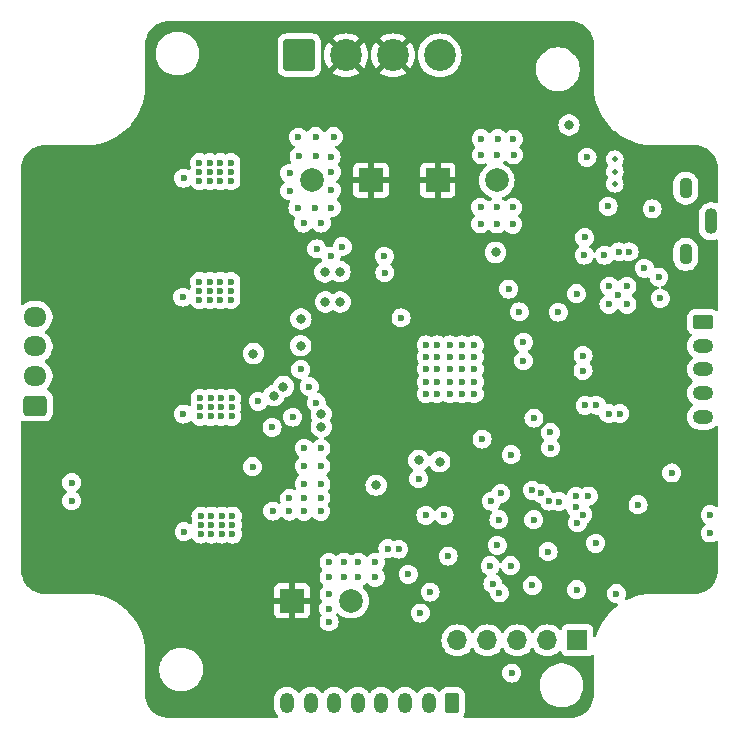
<source format=gbr>
%TF.GenerationSoftware,KiCad,Pcbnew,8.0.6*%
%TF.CreationDate,2025-12-29T11:58:40+02:00*%
%TF.ProjectId,TMCM_1260_alternative,544d434d-5f31-4323-9630-5f616c746572,rev?*%
%TF.SameCoordinates,Original*%
%TF.FileFunction,Copper,L3,Inr*%
%TF.FilePolarity,Positive*%
%FSLAX46Y46*%
G04 Gerber Fmt 4.6, Leading zero omitted, Abs format (unit mm)*
G04 Created by KiCad (PCBNEW 8.0.6) date 2025-12-29 11:58:40*
%MOMM*%
%LPD*%
G01*
G04 APERTURE LIST*
G04 Aperture macros list*
%AMRoundRect*
0 Rectangle with rounded corners*
0 $1 Rounding radius*
0 $2 $3 $4 $5 $6 $7 $8 $9 X,Y pos of 4 corners*
0 Add a 4 corners polygon primitive as box body*
4,1,4,$2,$3,$4,$5,$6,$7,$8,$9,$2,$3,0*
0 Add four circle primitives for the rounded corners*
1,1,$1+$1,$2,$3*
1,1,$1+$1,$4,$5*
1,1,$1+$1,$6,$7*
1,1,$1+$1,$8,$9*
0 Add four rect primitives between the rounded corners*
20,1,$1+$1,$2,$3,$4,$5,0*
20,1,$1+$1,$4,$5,$6,$7,0*
20,1,$1+$1,$6,$7,$8,$9,0*
20,1,$1+$1,$8,$9,$2,$3,0*%
G04 Aperture macros list end*
%TA.AperFunction,ComponentPad*%
%ADD10R,2.000000X2.000000*%
%TD*%
%TA.AperFunction,ComponentPad*%
%ADD11C,2.000000*%
%TD*%
%TA.AperFunction,HeatsinkPad*%
%ADD12O,1.100000X1.800000*%
%TD*%
%TA.AperFunction,HeatsinkPad*%
%ADD13O,1.100000X2.200000*%
%TD*%
%TA.AperFunction,ComponentPad*%
%ADD14RoundRect,0.250001X-1.099999X-1.099999X1.099999X-1.099999X1.099999X1.099999X-1.099999X1.099999X0*%
%TD*%
%TA.AperFunction,ComponentPad*%
%ADD15C,2.700000*%
%TD*%
%TA.AperFunction,ComponentPad*%
%ADD16RoundRect,0.250000X0.350000X0.625000X-0.350000X0.625000X-0.350000X-0.625000X0.350000X-0.625000X0*%
%TD*%
%TA.AperFunction,ComponentPad*%
%ADD17O,1.200000X1.750000*%
%TD*%
%TA.AperFunction,ComponentPad*%
%ADD18O,1.950000X1.700000*%
%TD*%
%TA.AperFunction,ComponentPad*%
%ADD19RoundRect,0.250000X0.725000X-0.600000X0.725000X0.600000X-0.725000X0.600000X-0.725000X-0.600000X0*%
%TD*%
%TA.AperFunction,ComponentPad*%
%ADD20C,0.499999*%
%TD*%
%TA.AperFunction,ComponentPad*%
%ADD21RoundRect,0.250000X-0.625000X0.350000X-0.625000X-0.350000X0.625000X-0.350000X0.625000X0.350000X0*%
%TD*%
%TA.AperFunction,ComponentPad*%
%ADD22O,1.750000X1.200000*%
%TD*%
%TA.AperFunction,ComponentPad*%
%ADD23R,1.700000X1.700000*%
%TD*%
%TA.AperFunction,ComponentPad*%
%ADD24O,1.700000X1.700000*%
%TD*%
%TA.AperFunction,ViaPad*%
%ADD25C,0.600000*%
%TD*%
%TA.AperFunction,ViaPad*%
%ADD26C,0.800000*%
%TD*%
G04 APERTURE END LIST*
D10*
%TO.N,12-36V*%
%TO.C,C24*%
X93425000Y-119583200D03*
D11*
%TO.N,GND*%
X98425000Y-119583200D03*
%TD*%
D12*
%TO.N,GND*%
%TO.C,J5*%
X126771400Y-90258200D03*
D13*
X128921400Y-87458200D03*
D12*
X126771400Y-84658200D03*
%TD*%
D14*
%TO.N,GND*%
%TO.C,J4*%
X94060000Y-73400000D03*
D15*
%TO.N,12-36V*%
X98020000Y-73400000D03*
X101980000Y-73400000D03*
%TO.N,/Vlogic*%
X105940000Y-73400000D03*
%TD*%
D16*
%TO.N,GND*%
%TO.C,J3*%
X107000000Y-128248000D03*
D17*
%TO.N,Out_1*%
X105000000Y-128248000D03*
%TO.N,Out_2*%
X103000000Y-128248000D03*
%TO.N,/IN2{slash}ENC_B*%
X101000000Y-128248000D03*
%TO.N,/STOP_L{slash}STEP*%
X99000000Y-128248000D03*
%TO.N,GND*%
X97000000Y-128248000D03*
%TO.N,5VOUT*%
X95000000Y-128248000D03*
X93000000Y-128248000D03*
%TD*%
D18*
%TO.N,BMA2*%
%TO.C,J1*%
X71690500Y-95554000D03*
%TO.N,BMA1*%
X71690500Y-98054000D03*
%TO.N,BMB2*%
X71690500Y-100554000D03*
D19*
%TO.N,BMB1*%
X71690500Y-103054000D03*
%TD*%
D20*
%TO.N,GND*%
%TO.C,U1*%
X120749498Y-84272000D03*
X120749498Y-83242000D03*
X120749498Y-82212000D03*
%TD*%
D21*
%TO.N,GND*%
%TO.C,J2*%
X128250000Y-96000000D03*
D22*
%TO.N,unconnected-(J2-Pin_2-Pad2)*%
X128250000Y-98000000D03*
%TO.N,unconnected-(J2-Pin_3-Pad3)*%
X128250000Y-100000000D03*
%TO.N,/CANH*%
X128250000Y-102000000D03*
%TO.N,/CANL*%
X128250000Y-104000000D03*
%TD*%
D10*
%TO.N,12-36V*%
%TO.C,C22*%
X100132277Y-83997800D03*
D11*
%TO.N,GND*%
X95132277Y-83997800D03*
%TD*%
D23*
%TO.N,+3V3*%
%TO.C,J7*%
X117602000Y-122936000D03*
D24*
%TO.N,/SWCLK*%
X115062000Y-122936000D03*
%TO.N,GND*%
X112522000Y-122936000D03*
%TO.N,/SWDIO*%
X109982000Y-122936000D03*
%TO.N,/NRST*%
X107442000Y-122936000D03*
%TD*%
D10*
%TO.N,12-36V*%
%TO.C,C23*%
X105765600Y-83997800D03*
D11*
%TO.N,GND*%
X110765600Y-83997800D03*
%TD*%
D25*
%TO.N,GND*%
X110845600Y-80467200D03*
X112166400Y-80492600D03*
X109448600Y-80467200D03*
X110794800Y-81838800D03*
X109474000Y-81813400D03*
X112191800Y-81838800D03*
X110794800Y-87680800D03*
X112115600Y-87706200D03*
X109397800Y-87680800D03*
X110794800Y-86258400D03*
X112115600Y-86283800D03*
X109397800Y-86258400D03*
X96570800Y-121361200D03*
X96570800Y-116332000D03*
X97840800Y-116306600D03*
X99060000Y-116332000D03*
X100482400Y-116332000D03*
X97840800Y-117576600D03*
X99060000Y-117602000D03*
X100482400Y-117602000D03*
X96545400Y-120243600D03*
X96570800Y-119024400D03*
X96570800Y-117602000D03*
X113792000Y-110236000D03*
X116027200Y-111201200D03*
%TO.N,UART_TX*%
X110947200Y-112725200D03*
%TO.N,UART_RX*%
X113893600Y-112725200D03*
%TO.N,/TXD*%
X118059200Y-112283400D03*
%TO.N,BMB2*%
X95504000Y-102819200D03*
X94173000Y-99999800D03*
X74777600Y-109575000D03*
D26*
%TO.N,BMA1*%
X94173000Y-97993200D03*
X94183200Y-95732600D03*
D25*
%TO.N,GND*%
X117602000Y-112979200D03*
X74777600Y-111125000D03*
X108864400Y-97917000D03*
X104800400Y-97917000D03*
X117500400Y-110744000D03*
X94030800Y-81965800D03*
X105714800Y-99974400D03*
X95910400Y-87604600D03*
D26*
X91897200Y-102209600D03*
D25*
X93218000Y-110921800D03*
X113919000Y-104115700D03*
X94894400Y-101447600D03*
X104165400Y-109248200D03*
X118073400Y-98820200D03*
X110820200Y-114884200D03*
X107848400Y-101041200D03*
X96748600Y-81991200D03*
X94437200Y-110871000D03*
X94437200Y-112014000D03*
X91795600Y-111988600D03*
X106832400Y-101041200D03*
X105714800Y-98958400D03*
X107848400Y-102057200D03*
X96951800Y-80289400D03*
X102666800Y-95631000D03*
X106832400Y-97917000D03*
D26*
X90170000Y-98653600D03*
D25*
X106653500Y-115798600D03*
X121183400Y-103733600D03*
X128829400Y-113842800D03*
X120310400Y-92957700D03*
X128829400Y-112293400D03*
X104800400Y-101041200D03*
X93243400Y-83388200D03*
X109524800Y-105892600D03*
X106832400Y-98958400D03*
X106832400Y-102057200D03*
X122732800Y-111455200D03*
X90576400Y-102692200D03*
X94462600Y-108204000D03*
X94462600Y-106680000D03*
X118163000Y-90322400D03*
X107848400Y-98958400D03*
X105714800Y-102057200D03*
X97688400Y-89611200D03*
X107848400Y-97917000D03*
X105714800Y-101041200D03*
X108864400Y-102057200D03*
X95885000Y-106680000D03*
X108864400Y-99974400D03*
X95859600Y-112014000D03*
X111772600Y-93192200D03*
D26*
X100558600Y-109804200D03*
D25*
X104800400Y-98958400D03*
X95859600Y-110871000D03*
X123930600Y-86410000D03*
X95427800Y-80289400D03*
X105714800Y-97917000D03*
X120192800Y-86182200D03*
X110211700Y-116611400D03*
X108864400Y-98958400D03*
X113030000Y-97700800D03*
X93497400Y-104038400D03*
X112037200Y-125704600D03*
X119202200Y-103022400D03*
X121793000Y-94488000D03*
X121031000Y-93726000D03*
X96774000Y-83312000D03*
X104800400Y-102057200D03*
X118212700Y-88823800D03*
D26*
X95910400Y-104851200D03*
D25*
X96774000Y-86309200D03*
X121793000Y-92964000D03*
X93929200Y-86309200D03*
X118410900Y-82042000D03*
X117525800Y-93586000D03*
X120269000Y-94488000D03*
X104800400Y-99974400D03*
D26*
X97510600Y-94284800D03*
D25*
X95427800Y-81965800D03*
X115341400Y-106629200D03*
X93980000Y-80340200D03*
X120904000Y-118972500D03*
X95885000Y-109677200D03*
X108864400Y-101041200D03*
X107848400Y-99974400D03*
D26*
X116886900Y-79298800D03*
D25*
X94462600Y-109677200D03*
X91744800Y-104902000D03*
D26*
X97485200Y-91719400D03*
D25*
X125577600Y-108762800D03*
X93218000Y-111988600D03*
X117526900Y-118643400D03*
X95885000Y-108204000D03*
X96774000Y-84836000D03*
X95351600Y-86309200D03*
X93243400Y-84861400D03*
X94411800Y-87604600D03*
X106832400Y-99974400D03*
%TO.N,+3V3*%
X118073400Y-100090200D03*
X111936700Y-116611400D03*
X115316000Y-105333800D03*
X119888000Y-90322400D03*
X123266200Y-91440000D03*
X115976400Y-95147300D03*
%TO.N,/NRST*%
X119151400Y-114723600D03*
X110439200Y-118135400D03*
X115112800Y-115417600D03*
%TO.N,/SWDIO*%
X110998000Y-118922800D03*
%TO.N,/SWCLK*%
X113792000Y-118287800D03*
%TO.N,/TXD*%
X120243600Y-103733600D03*
%TO.N,/RXD*%
X118262400Y-103047800D03*
X117449600Y-111658400D03*
%TO.N,Net-(Q1-S2)*%
X87426800Y-103981250D03*
X85648800Y-103219250D03*
X86614000Y-112414050D03*
X84302600Y-113734850D03*
X87503000Y-112414050D03*
X88392000Y-113176050D03*
X85648800Y-103981250D03*
X88315800Y-102457250D03*
X85725000Y-113938050D03*
X86537800Y-103219250D03*
X85725000Y-112414050D03*
X86537800Y-102457250D03*
X88392000Y-112414050D03*
X86614000Y-113938050D03*
X85648800Y-102457250D03*
X88392000Y-113938050D03*
X87503000Y-113176050D03*
X86537800Y-103981250D03*
X87426800Y-102457250D03*
X87503000Y-113938050D03*
X86614000Y-113176050D03*
X88315800Y-103219250D03*
X84226400Y-103778050D03*
X88315800Y-103981250D03*
X85725000Y-113176050D03*
X87426800Y-103219250D03*
%TO.N,Net-(Q3-S2)*%
X85598000Y-82499200D03*
X87376000Y-82499200D03*
X87376000Y-83261200D03*
X85598000Y-94081600D03*
X88265000Y-92557600D03*
X85598000Y-83261200D03*
X88265000Y-84023200D03*
X84251800Y-83807000D03*
X85598000Y-93319600D03*
X87376000Y-84023200D03*
X85598000Y-92557600D03*
X86487000Y-82499200D03*
X84175600Y-93878400D03*
X85598000Y-84023200D03*
X86487000Y-83261200D03*
X88265000Y-94081600D03*
X86487000Y-84023200D03*
X87376000Y-93319600D03*
X87376000Y-92557600D03*
X88265000Y-93319600D03*
X88265000Y-82499200D03*
X88265000Y-83261200D03*
X87376000Y-94081600D03*
X86487000Y-92557600D03*
X86487000Y-93319600D03*
X86487000Y-94081600D03*
D26*
%TO.N,LB2*%
X95910400Y-103784400D03*
X92710000Y-101447600D03*
%TO.N,LA2*%
X96215200Y-91744800D03*
X96266000Y-94284800D03*
D25*
%TO.N,CSN*%
X111988600Y-107213400D03*
X118516400Y-110718600D03*
%TO.N,VCC_IO*%
X113027990Y-99248790D03*
%TO.N,5VOUT*%
X103280200Y-117348000D03*
D26*
X105943400Y-107812800D03*
D25*
X112686600Y-95123000D03*
%TO.N,SRBL*%
X102463600Y-115214400D03*
%TO.N,SRAH*%
X96723200Y-90424000D03*
X106312000Y-112344200D03*
X101295200Y-91795600D03*
%TO.N,SRAL*%
X95529400Y-89789000D03*
X101244400Y-90424000D03*
X104762000Y-112344200D03*
%TO.N,SRBH*%
X101549200Y-115163600D03*
D26*
%TO.N,VS*%
X104165400Y-107698200D03*
X110667800Y-90093800D03*
D25*
%TO.N,SPI2_NSS*%
X110312200Y-111150400D03*
%TO.N,SPI2_MISO*%
X114554000Y-110490000D03*
%TO.N,SPI2_MOSI*%
X115214400Y-111150400D03*
%TO.N,SPI2_SCK*%
X111097042Y-110498600D03*
%TO.N,12-36V*%
X82488900Y-85714800D03*
X80812500Y-86426000D03*
X80069550Y-115623300D03*
X82609550Y-116334500D03*
X81650700Y-86426000D03*
X80933150Y-114912100D03*
X114931100Y-82424900D03*
X80933150Y-116334500D03*
X79180550Y-104955300D03*
X80812500Y-85003600D03*
X80806150Y-95785900D03*
X82533350Y-104955300D03*
X80856950Y-104955300D03*
X80856950Y-106377700D03*
X79129750Y-96497100D03*
X79256750Y-115623300D03*
X81695150Y-106377700D03*
X79129750Y-95074700D03*
X81695150Y-104955300D03*
D26*
X90347800Y-77429400D03*
D25*
X79942550Y-95074700D03*
X79136100Y-85714800D03*
X79948900Y-85714800D03*
X79256750Y-114912100D03*
X80933150Y-115623300D03*
X79948900Y-85003600D03*
X79136100Y-86426000D03*
X81650700Y-85003600D03*
X79942550Y-95785900D03*
X79993350Y-105666500D03*
X80069550Y-116334500D03*
X79129750Y-95785900D03*
X79942550Y-96497100D03*
X82533350Y-106377700D03*
X79993350Y-104955300D03*
X79948900Y-86426000D03*
X80812500Y-85714800D03*
X81644350Y-95074700D03*
X82533350Y-105666500D03*
X81771350Y-114912100D03*
X81695150Y-105666500D03*
X82488900Y-85003600D03*
X82609550Y-114912100D03*
X80856950Y-105666500D03*
X79180550Y-106377700D03*
X81644350Y-96497100D03*
D26*
X106349800Y-88163400D03*
D25*
X80069550Y-114912100D03*
X79180550Y-105666500D03*
X79256750Y-116334500D03*
X81771350Y-115623300D03*
X81650700Y-85714800D03*
X82482550Y-95785900D03*
X81771350Y-116334500D03*
X80806150Y-96497100D03*
X82482550Y-96497100D03*
X82482550Y-95074700D03*
X80806150Y-95074700D03*
X82488900Y-86426000D03*
X79993350Y-106377700D03*
X82609550Y-115623300D03*
X79136100Y-85003600D03*
X81644350Y-95785900D03*
%TO.N,Out_2*%
X104292400Y-120624600D03*
X105130600Y-118846600D03*
%TO.N,Net-(J5-VBUS)*%
X124498600Y-92176600D03*
%TO.N,Net-(U7-~{RST})*%
X124612400Y-93980000D03*
%TO.N,/D-*%
X121964000Y-90043000D03*
%TO.N,/D+*%
X121114000Y-90043000D03*
%TO.N,GND*%
X90093800Y-108229400D03*
%TD*%
%TA.AperFunction,Conductor*%
%TO.N,12-36V*%
G36*
X117004050Y-70499556D02*
G01*
X117252423Y-70515806D01*
X117268474Y-70517915D01*
X117508643Y-70565599D01*
X117524284Y-70569782D01*
X117756201Y-70648354D01*
X117771141Y-70654531D01*
X117990841Y-70762650D01*
X118004865Y-70770729D01*
X118208611Y-70906554D01*
X118221451Y-70916382D01*
X118405768Y-71077603D01*
X118417224Y-71089028D01*
X118578947Y-71272867D01*
X118588818Y-71285686D01*
X118725221Y-71489050D01*
X118733338Y-71503048D01*
X118776622Y-71590377D01*
X118841437Y-71721148D01*
X118842075Y-71722434D01*
X118848303Y-71737380D01*
X118927527Y-71969063D01*
X118931754Y-71984691D01*
X118980117Y-72224718D01*
X118982272Y-72240766D01*
X118999212Y-72488911D01*
X118999500Y-72497356D01*
X118999500Y-76072881D01*
X118999509Y-76073016D01*
X118999509Y-76205623D01*
X119033665Y-76617833D01*
X119033666Y-76617843D01*
X119101747Y-77025838D01*
X119101749Y-77025846D01*
X119203292Y-77426833D01*
X119203294Y-77426840D01*
X119203296Y-77426846D01*
X119337603Y-77818068D01*
X119503759Y-78196867D01*
X119503768Y-78196886D01*
X119700624Y-78560644D01*
X119700637Y-78560666D01*
X119926871Y-78906945D01*
X119926889Y-78906970D01*
X120180930Y-79233362D01*
X120180938Y-79233371D01*
X120461091Y-79537700D01*
X120732052Y-79787137D01*
X120765420Y-79817854D01*
X121091843Y-80071920D01*
X121286813Y-80199300D01*
X121438135Y-80298164D01*
X121801911Y-80495030D01*
X121801914Y-80495031D01*
X121801921Y-80495035D01*
X122180725Y-80661195D01*
X122571957Y-80795505D01*
X122972944Y-80897049D01*
X123380947Y-80965132D01*
X123380954Y-80965132D01*
X123380957Y-80965133D01*
X123652784Y-80987657D01*
X123793178Y-80999291D01*
X123934108Y-80999291D01*
X127434108Y-80999291D01*
X127495954Y-80999291D01*
X127504050Y-80999556D01*
X127505808Y-80999671D01*
X127752423Y-81015806D01*
X127768474Y-81017915D01*
X128008643Y-81065599D01*
X128024284Y-81069782D01*
X128256201Y-81148354D01*
X128271141Y-81154531D01*
X128490841Y-81262650D01*
X128504865Y-81270729D01*
X128708611Y-81406554D01*
X128721451Y-81416382D01*
X128905768Y-81577603D01*
X128917224Y-81589028D01*
X129078947Y-81772867D01*
X129088818Y-81785686D01*
X129225221Y-81989050D01*
X129233338Y-82003048D01*
X129341490Y-82221255D01*
X129342075Y-82222434D01*
X129348303Y-82237380D01*
X129427527Y-82469063D01*
X129431754Y-82484691D01*
X129480117Y-82724718D01*
X129482272Y-82740766D01*
X129499212Y-82988911D01*
X129499500Y-82997356D01*
X129499500Y-85825024D01*
X129479815Y-85892063D01*
X129427011Y-85937818D01*
X129357853Y-85947762D01*
X129328048Y-85939585D01*
X129227824Y-85898071D01*
X129227812Y-85898068D01*
X129024869Y-85857700D01*
X129024865Y-85857700D01*
X128817935Y-85857700D01*
X128817930Y-85857700D01*
X128614987Y-85898068D01*
X128614979Y-85898070D01*
X128423803Y-85977258D01*
X128251742Y-86092224D01*
X128105424Y-86238542D01*
X127990458Y-86410603D01*
X127911270Y-86601779D01*
X127911268Y-86601787D01*
X127870900Y-86804730D01*
X127870900Y-88111669D01*
X127911268Y-88314612D01*
X127911270Y-88314620D01*
X127990458Y-88505796D01*
X128105424Y-88677857D01*
X128251742Y-88824175D01*
X128251745Y-88824177D01*
X128423802Y-88939141D01*
X128614980Y-89018330D01*
X128817930Y-89058699D01*
X128817934Y-89058700D01*
X128817935Y-89058700D01*
X129024866Y-89058700D01*
X129024867Y-89058699D01*
X129227820Y-89018330D01*
X129328048Y-88976813D01*
X129397516Y-88969345D01*
X129459996Y-89000620D01*
X129495648Y-89060709D01*
X129499500Y-89091375D01*
X129499500Y-94931239D01*
X129479815Y-94998278D01*
X129427011Y-95044033D01*
X129357853Y-95053977D01*
X129310404Y-95036778D01*
X129210610Y-94975225D01*
X129194336Y-94965187D01*
X129194331Y-94965185D01*
X129192862Y-94964698D01*
X129027797Y-94910001D01*
X129027795Y-94910000D01*
X128925010Y-94899500D01*
X127574998Y-94899500D01*
X127574981Y-94899501D01*
X127472203Y-94910000D01*
X127472200Y-94910001D01*
X127305668Y-94965185D01*
X127305663Y-94965187D01*
X127156342Y-95057289D01*
X127032289Y-95181342D01*
X126940187Y-95330663D01*
X126940186Y-95330666D01*
X126885001Y-95497203D01*
X126885001Y-95497204D01*
X126885000Y-95497204D01*
X126874500Y-95599983D01*
X126874500Y-96400001D01*
X126874501Y-96400019D01*
X126885000Y-96502796D01*
X126885001Y-96502799D01*
X126915137Y-96593742D01*
X126940186Y-96669334D01*
X127032288Y-96818656D01*
X127156344Y-96942712D01*
X127220543Y-96982310D01*
X127267268Y-97034258D01*
X127278489Y-97103221D01*
X127250646Y-97167303D01*
X127243128Y-97175530D01*
X127135585Y-97283073D01*
X127033768Y-97423211D01*
X126955128Y-97577552D01*
X126901597Y-97742302D01*
X126874500Y-97913389D01*
X126874500Y-98086611D01*
X126901598Y-98257701D01*
X126955127Y-98422445D01*
X127033768Y-98576788D01*
X127135586Y-98716928D01*
X127258072Y-98839414D01*
X127275257Y-98851899D01*
X127341023Y-98899683D01*
X127383689Y-98955013D01*
X127389667Y-99024626D01*
X127357061Y-99086421D01*
X127341023Y-99100317D01*
X127258078Y-99160581D01*
X127258069Y-99160588D01*
X127135588Y-99283069D01*
X127135588Y-99283070D01*
X127135586Y-99283072D01*
X127106967Y-99322463D01*
X127033768Y-99423211D01*
X126955128Y-99577552D01*
X126901597Y-99742302D01*
X126893228Y-99795145D01*
X126874500Y-99913389D01*
X126874500Y-100086611D01*
X126875069Y-100090203D01*
X126898439Y-100237760D01*
X126901598Y-100257701D01*
X126931368Y-100349324D01*
X126955128Y-100422447D01*
X126965003Y-100441827D01*
X127033768Y-100576788D01*
X127135586Y-100716928D01*
X127258072Y-100839414D01*
X127258078Y-100839418D01*
X127341023Y-100899683D01*
X127383689Y-100955013D01*
X127389667Y-101024626D01*
X127357061Y-101086421D01*
X127341023Y-101100317D01*
X127258078Y-101160581D01*
X127258069Y-101160588D01*
X127135588Y-101283069D01*
X127135588Y-101283070D01*
X127135586Y-101283072D01*
X127106792Y-101322704D01*
X127033768Y-101423211D01*
X126955128Y-101577552D01*
X126901597Y-101742302D01*
X126874500Y-101913389D01*
X126874500Y-102086610D01*
X126900879Y-102253165D01*
X126901598Y-102257701D01*
X126955127Y-102422445D01*
X127033768Y-102576788D01*
X127135586Y-102716928D01*
X127258072Y-102839414D01*
X127263210Y-102843147D01*
X127341023Y-102899683D01*
X127383689Y-102955013D01*
X127389667Y-103024626D01*
X127357061Y-103086421D01*
X127341023Y-103100317D01*
X127258078Y-103160581D01*
X127258069Y-103160588D01*
X127135588Y-103283069D01*
X127135588Y-103283070D01*
X127135586Y-103283072D01*
X127091859Y-103343256D01*
X127033768Y-103423211D01*
X126955128Y-103577552D01*
X126901597Y-103742302D01*
X126874500Y-103913389D01*
X126874500Y-104086610D01*
X126900214Y-104248967D01*
X126901598Y-104257701D01*
X126955127Y-104422445D01*
X127033768Y-104576788D01*
X127135586Y-104716928D01*
X127258072Y-104839414D01*
X127398212Y-104941232D01*
X127552555Y-105019873D01*
X127717299Y-105073402D01*
X127888389Y-105100500D01*
X127888390Y-105100500D01*
X128611610Y-105100500D01*
X128611611Y-105100500D01*
X128782701Y-105073402D01*
X128947445Y-105019873D01*
X129101788Y-104941232D01*
X129241928Y-104839414D01*
X129287819Y-104793523D01*
X129349142Y-104760038D01*
X129418834Y-104765022D01*
X129474767Y-104806894D01*
X129499184Y-104872358D01*
X129499500Y-104881204D01*
X129499500Y-111544682D01*
X129479815Y-111611721D01*
X129427011Y-111657476D01*
X129357853Y-111667420D01*
X129309528Y-111649676D01*
X129178923Y-111567611D01*
X129008654Y-111508031D01*
X129008649Y-111508030D01*
X128829404Y-111487835D01*
X128829396Y-111487835D01*
X128650150Y-111508030D01*
X128650145Y-111508031D01*
X128479876Y-111567611D01*
X128327137Y-111663584D01*
X128199584Y-111791137D01*
X128103611Y-111943876D01*
X128044031Y-112114145D01*
X128044030Y-112114150D01*
X128023835Y-112293396D01*
X128023835Y-112293403D01*
X128044030Y-112472649D01*
X128044031Y-112472654D01*
X128103611Y-112642923D01*
X128199584Y-112795662D01*
X128327139Y-112923217D01*
X128390623Y-112963107D01*
X128436913Y-113015441D01*
X128447561Y-113084495D01*
X128419186Y-113148343D01*
X128390623Y-113173093D01*
X128327139Y-113212982D01*
X128199584Y-113340537D01*
X128103611Y-113493276D01*
X128044031Y-113663545D01*
X128044030Y-113663550D01*
X128023835Y-113842796D01*
X128023835Y-113842803D01*
X128044030Y-114022049D01*
X128044031Y-114022054D01*
X128103611Y-114192323D01*
X128187300Y-114325512D01*
X128199584Y-114345062D01*
X128327138Y-114472616D01*
X128384112Y-114508415D01*
X128478725Y-114567865D01*
X128479878Y-114568589D01*
X128581534Y-114604160D01*
X128650145Y-114628168D01*
X128650150Y-114628169D01*
X128829396Y-114648365D01*
X128829400Y-114648365D01*
X128829404Y-114648365D01*
X129008649Y-114628169D01*
X129008652Y-114628168D01*
X129008655Y-114628168D01*
X129178922Y-114568589D01*
X129180075Y-114567865D01*
X129274688Y-114508415D01*
X129309528Y-114486523D01*
X129376764Y-114467523D01*
X129443599Y-114487890D01*
X129488814Y-114541158D01*
X129499500Y-114591517D01*
X129499500Y-117028569D01*
X129499235Y-117036667D01*
X129484654Y-117259474D01*
X129482544Y-117275529D01*
X129434841Y-117515739D01*
X129430656Y-117531383D01*
X129352058Y-117763323D01*
X129345870Y-117778288D01*
X129237717Y-117998006D01*
X129229632Y-118012037D01*
X129093767Y-118215790D01*
X129083922Y-118228648D01*
X128922668Y-118412951D01*
X128911232Y-118424417D01*
X128727324Y-118586143D01*
X128714491Y-118596020D01*
X128511080Y-118732399D01*
X128497069Y-118740519D01*
X128277631Y-118849221D01*
X128262682Y-118855447D01*
X128030932Y-118934632D01*
X128015298Y-118938856D01*
X127775218Y-118987161D01*
X127759168Y-118989312D01*
X127603225Y-118999911D01*
X127578634Y-118999136D01*
X127572217Y-118998291D01*
X127572216Y-118998291D01*
X123934108Y-118998291D01*
X123926145Y-118998291D01*
X123926006Y-118998300D01*
X123793167Y-118998300D01*
X123380956Y-119032457D01*
X123380950Y-119032458D01*
X122972946Y-119100541D01*
X122972942Y-119100542D01*
X122906866Y-119117275D01*
X122571956Y-119202086D01*
X122571950Y-119202087D01*
X122571942Y-119202090D01*
X122180720Y-119336397D01*
X121801924Y-119502553D01*
X121801913Y-119502558D01*
X121784369Y-119512052D01*
X121716040Y-119526644D01*
X121650669Y-119501978D01*
X121609011Y-119445885D01*
X121604292Y-119376175D01*
X121620366Y-119337018D01*
X121620757Y-119336397D01*
X121629789Y-119322022D01*
X121689368Y-119151755D01*
X121691944Y-119128894D01*
X121709565Y-118972503D01*
X121709565Y-118972496D01*
X121689369Y-118793250D01*
X121689368Y-118793245D01*
X121665575Y-118725249D01*
X121629789Y-118622978D01*
X121605571Y-118584436D01*
X121566426Y-118522137D01*
X121533816Y-118470238D01*
X121406262Y-118342684D01*
X121403751Y-118341106D01*
X121253523Y-118246711D01*
X121083254Y-118187131D01*
X121083249Y-118187130D01*
X120904004Y-118166935D01*
X120903996Y-118166935D01*
X120724750Y-118187130D01*
X120724745Y-118187131D01*
X120554476Y-118246711D01*
X120401737Y-118342684D01*
X120274184Y-118470237D01*
X120178211Y-118622976D01*
X120118631Y-118793245D01*
X120118630Y-118793250D01*
X120098435Y-118972496D01*
X120098435Y-118972503D01*
X120118630Y-119151749D01*
X120118631Y-119151754D01*
X120178211Y-119322023D01*
X120256039Y-119445885D01*
X120274184Y-119474762D01*
X120401738Y-119602316D01*
X120481072Y-119652165D01*
X120517087Y-119674795D01*
X120554478Y-119698289D01*
X120677502Y-119741337D01*
X120724745Y-119757868D01*
X120724750Y-119757869D01*
X120903996Y-119778065D01*
X120904000Y-119778065D01*
X120907975Y-119777617D01*
X120910533Y-119778065D01*
X120910964Y-119778065D01*
X120910964Y-119778140D01*
X120976797Y-119789670D01*
X121028178Y-119837019D01*
X121045803Y-119904629D01*
X121024078Y-119971035D01*
X120998024Y-119998690D01*
X120765417Y-120179736D01*
X120461089Y-120459889D01*
X120180936Y-120764217D01*
X119926876Y-121090632D01*
X119926875Y-121090633D01*
X119700625Y-121436934D01*
X119503759Y-121800710D01*
X119503753Y-121800724D01*
X119337597Y-122179520D01*
X119203288Y-122570748D01*
X119196704Y-122596747D01*
X119161164Y-122656902D01*
X119098743Y-122688294D01*
X119029260Y-122680954D01*
X118974775Y-122637215D01*
X118952586Y-122570962D01*
X118952499Y-122566305D01*
X118952499Y-122038129D01*
X118952498Y-122038123D01*
X118946091Y-121978516D01*
X118895797Y-121843671D01*
X118895793Y-121843664D01*
X118809547Y-121728455D01*
X118809544Y-121728452D01*
X118694335Y-121642206D01*
X118694328Y-121642202D01*
X118559482Y-121591908D01*
X118559483Y-121591908D01*
X118499883Y-121585501D01*
X118499881Y-121585500D01*
X118499873Y-121585500D01*
X118499864Y-121585500D01*
X116704129Y-121585500D01*
X116704123Y-121585501D01*
X116644516Y-121591908D01*
X116509671Y-121642202D01*
X116509664Y-121642206D01*
X116394455Y-121728452D01*
X116394452Y-121728455D01*
X116308206Y-121843664D01*
X116308203Y-121843669D01*
X116259189Y-121975083D01*
X116217317Y-122031016D01*
X116151853Y-122055433D01*
X116083580Y-122040581D01*
X116055326Y-122019430D01*
X115933402Y-121897506D01*
X115933395Y-121897501D01*
X115927445Y-121893335D01*
X115856518Y-121843671D01*
X115739834Y-121761967D01*
X115739830Y-121761965D01*
X115739828Y-121761964D01*
X115525663Y-121662097D01*
X115525659Y-121662096D01*
X115525655Y-121662094D01*
X115297413Y-121600938D01*
X115297403Y-121600936D01*
X115062001Y-121580341D01*
X115061999Y-121580341D01*
X114826596Y-121600936D01*
X114826586Y-121600938D01*
X114598344Y-121662094D01*
X114598335Y-121662098D01*
X114384171Y-121761964D01*
X114384169Y-121761965D01*
X114190597Y-121897505D01*
X114023505Y-122064597D01*
X113893575Y-122250158D01*
X113838998Y-122293783D01*
X113769500Y-122300977D01*
X113707145Y-122269454D01*
X113690425Y-122250158D01*
X113560494Y-122064597D01*
X113393402Y-121897506D01*
X113393395Y-121897501D01*
X113387445Y-121893335D01*
X113316518Y-121843671D01*
X113199834Y-121761967D01*
X113199830Y-121761965D01*
X113199828Y-121761964D01*
X112985663Y-121662097D01*
X112985659Y-121662096D01*
X112985655Y-121662094D01*
X112757413Y-121600938D01*
X112757403Y-121600936D01*
X112522001Y-121580341D01*
X112521999Y-121580341D01*
X112286596Y-121600936D01*
X112286586Y-121600938D01*
X112058344Y-121662094D01*
X112058335Y-121662098D01*
X111844171Y-121761964D01*
X111844169Y-121761965D01*
X111650597Y-121897505D01*
X111483505Y-122064597D01*
X111353575Y-122250158D01*
X111298998Y-122293783D01*
X111229500Y-122300977D01*
X111167145Y-122269454D01*
X111150425Y-122250158D01*
X111020494Y-122064597D01*
X110853402Y-121897506D01*
X110853395Y-121897501D01*
X110847445Y-121893335D01*
X110776518Y-121843671D01*
X110659834Y-121761967D01*
X110659830Y-121761965D01*
X110659828Y-121761964D01*
X110445663Y-121662097D01*
X110445659Y-121662096D01*
X110445655Y-121662094D01*
X110217413Y-121600938D01*
X110217403Y-121600936D01*
X109982001Y-121580341D01*
X109981999Y-121580341D01*
X109746596Y-121600936D01*
X109746586Y-121600938D01*
X109518344Y-121662094D01*
X109518335Y-121662098D01*
X109304171Y-121761964D01*
X109304169Y-121761965D01*
X109110597Y-121897505D01*
X108943505Y-122064597D01*
X108813575Y-122250158D01*
X108758998Y-122293783D01*
X108689500Y-122300977D01*
X108627145Y-122269454D01*
X108610425Y-122250158D01*
X108480494Y-122064597D01*
X108313402Y-121897506D01*
X108313395Y-121897501D01*
X108307445Y-121893335D01*
X108236518Y-121843671D01*
X108119834Y-121761967D01*
X108119830Y-121761965D01*
X108119828Y-121761964D01*
X107905663Y-121662097D01*
X107905659Y-121662096D01*
X107905655Y-121662094D01*
X107677413Y-121600938D01*
X107677403Y-121600936D01*
X107442001Y-121580341D01*
X107441999Y-121580341D01*
X107206596Y-121600936D01*
X107206586Y-121600938D01*
X106978344Y-121662094D01*
X106978335Y-121662098D01*
X106764171Y-121761964D01*
X106764169Y-121761965D01*
X106570597Y-121897505D01*
X106403505Y-122064597D01*
X106267965Y-122258169D01*
X106267964Y-122258171D01*
X106168098Y-122472335D01*
X106168094Y-122472344D01*
X106106938Y-122700586D01*
X106106936Y-122700596D01*
X106086341Y-122935999D01*
X106086341Y-122936000D01*
X106106936Y-123171403D01*
X106106938Y-123171413D01*
X106168094Y-123399655D01*
X106168096Y-123399659D01*
X106168097Y-123399663D01*
X106172000Y-123408032D01*
X106267965Y-123613830D01*
X106267967Y-123613834D01*
X106353913Y-123736576D01*
X106403505Y-123807401D01*
X106570599Y-123974495D01*
X106667384Y-124042265D01*
X106764165Y-124110032D01*
X106764167Y-124110033D01*
X106764170Y-124110035D01*
X106978337Y-124209903D01*
X107206592Y-124271063D01*
X107383034Y-124286500D01*
X107441999Y-124291659D01*
X107442000Y-124291659D01*
X107442001Y-124291659D01*
X107500966Y-124286500D01*
X107677408Y-124271063D01*
X107905663Y-124209903D01*
X108119830Y-124110035D01*
X108313401Y-123974495D01*
X108480495Y-123807401D01*
X108610425Y-123621842D01*
X108665002Y-123578217D01*
X108734500Y-123571023D01*
X108796855Y-123602546D01*
X108813575Y-123621842D01*
X108943500Y-123807395D01*
X108943505Y-123807401D01*
X109110599Y-123974495D01*
X109207384Y-124042265D01*
X109304165Y-124110032D01*
X109304167Y-124110033D01*
X109304170Y-124110035D01*
X109518337Y-124209903D01*
X109746592Y-124271063D01*
X109923034Y-124286500D01*
X109981999Y-124291659D01*
X109982000Y-124291659D01*
X109982001Y-124291659D01*
X110040966Y-124286500D01*
X110217408Y-124271063D01*
X110445663Y-124209903D01*
X110659830Y-124110035D01*
X110853401Y-123974495D01*
X111020495Y-123807401D01*
X111150425Y-123621842D01*
X111205002Y-123578217D01*
X111274500Y-123571023D01*
X111336855Y-123602546D01*
X111353575Y-123621842D01*
X111483500Y-123807395D01*
X111483505Y-123807401D01*
X111650599Y-123974495D01*
X111747384Y-124042265D01*
X111844165Y-124110032D01*
X111844167Y-124110033D01*
X111844170Y-124110035D01*
X112058337Y-124209903D01*
X112286592Y-124271063D01*
X112463034Y-124286500D01*
X112521999Y-124291659D01*
X112522000Y-124291659D01*
X112522001Y-124291659D01*
X112580966Y-124286500D01*
X112757408Y-124271063D01*
X112985663Y-124209903D01*
X113199830Y-124110035D01*
X113393401Y-123974495D01*
X113560495Y-123807401D01*
X113690425Y-123621842D01*
X113745002Y-123578217D01*
X113814500Y-123571023D01*
X113876855Y-123602546D01*
X113893575Y-123621842D01*
X114023500Y-123807395D01*
X114023505Y-123807401D01*
X114190599Y-123974495D01*
X114287384Y-124042265D01*
X114384165Y-124110032D01*
X114384167Y-124110033D01*
X114384170Y-124110035D01*
X114598337Y-124209903D01*
X114826592Y-124271063D01*
X115003034Y-124286500D01*
X115061999Y-124291659D01*
X115062000Y-124291659D01*
X115062001Y-124291659D01*
X115120966Y-124286500D01*
X115297408Y-124271063D01*
X115525663Y-124209903D01*
X115739830Y-124110035D01*
X115933401Y-123974495D01*
X116055329Y-123852566D01*
X116116648Y-123819084D01*
X116186340Y-123824068D01*
X116242274Y-123865939D01*
X116259189Y-123896917D01*
X116308202Y-124028328D01*
X116308206Y-124028335D01*
X116394452Y-124143544D01*
X116394455Y-124143547D01*
X116509664Y-124229793D01*
X116509671Y-124229797D01*
X116644517Y-124280091D01*
X116644516Y-124280091D01*
X116651444Y-124280835D01*
X116704127Y-124286500D01*
X118499872Y-124286499D01*
X118559483Y-124280091D01*
X118694331Y-124229796D01*
X118801190Y-124149801D01*
X118866652Y-124125384D01*
X118934926Y-124140235D01*
X118984331Y-124189640D01*
X118999500Y-124249068D01*
X118999500Y-127494752D01*
X118999235Y-127502849D01*
X118982979Y-127751269D01*
X118980869Y-127767325D01*
X118933167Y-128007537D01*
X118928982Y-128023181D01*
X118850386Y-128255117D01*
X118844199Y-128270082D01*
X118736043Y-128489809D01*
X118727957Y-128503840D01*
X118592091Y-128707595D01*
X118582247Y-128720453D01*
X118420986Y-128904767D01*
X118409550Y-128916232D01*
X118225654Y-129077951D01*
X118212821Y-129087828D01*
X118009409Y-129224209D01*
X117995398Y-129232330D01*
X117775945Y-129341042D01*
X117760995Y-129347267D01*
X117529263Y-129426447D01*
X117513630Y-129430672D01*
X117273530Y-129478983D01*
X117257481Y-129481133D01*
X117028973Y-129496668D01*
X117009308Y-129498005D01*
X117000899Y-129498291D01*
X108068273Y-129498291D01*
X108001234Y-129478606D01*
X107955479Y-129425802D01*
X107945535Y-129356644D01*
X107962733Y-129309196D01*
X108034814Y-129192334D01*
X108089999Y-129025797D01*
X108100500Y-128923009D01*
X108100499Y-127572992D01*
X108099806Y-127566212D01*
X108089999Y-127470203D01*
X108089998Y-127470200D01*
X108034814Y-127303666D01*
X107942712Y-127154344D01*
X107818656Y-127030288D01*
X107693559Y-126953128D01*
X107669336Y-126938187D01*
X107669331Y-126938185D01*
X107667862Y-126937698D01*
X107502797Y-126883001D01*
X107502795Y-126883000D01*
X107400010Y-126872500D01*
X106599998Y-126872500D01*
X106599980Y-126872501D01*
X106497203Y-126883000D01*
X106497200Y-126883001D01*
X106330668Y-126938185D01*
X106330663Y-126938187D01*
X106181342Y-127030289D01*
X106057287Y-127154344D01*
X106017688Y-127218544D01*
X105965739Y-127265268D01*
X105896777Y-127276489D01*
X105832695Y-127248645D01*
X105824469Y-127241127D01*
X105716930Y-127133588D01*
X105716928Y-127133586D01*
X105576788Y-127031768D01*
X105422445Y-126953127D01*
X105257701Y-126899598D01*
X105257699Y-126899597D01*
X105257698Y-126899597D01*
X105126271Y-126878781D01*
X105086611Y-126872500D01*
X104913389Y-126872500D01*
X104873728Y-126878781D01*
X104742302Y-126899597D01*
X104577552Y-126953128D01*
X104423211Y-127031768D01*
X104380189Y-127063026D01*
X104283072Y-127133586D01*
X104283070Y-127133588D01*
X104283069Y-127133588D01*
X104160588Y-127256069D01*
X104160581Y-127256078D01*
X104100317Y-127339023D01*
X104044987Y-127381689D01*
X103975374Y-127387667D01*
X103913579Y-127355061D01*
X103899683Y-127339023D01*
X103839418Y-127256078D01*
X103839414Y-127256072D01*
X103716928Y-127133586D01*
X103576788Y-127031768D01*
X103422445Y-126953127D01*
X103257701Y-126899598D01*
X103257699Y-126899597D01*
X103257698Y-126899597D01*
X103126271Y-126878781D01*
X103086611Y-126872500D01*
X102913389Y-126872500D01*
X102873728Y-126878781D01*
X102742302Y-126899597D01*
X102577552Y-126953128D01*
X102423211Y-127031768D01*
X102380189Y-127063026D01*
X102283072Y-127133586D01*
X102283070Y-127133588D01*
X102283069Y-127133588D01*
X102160588Y-127256069D01*
X102160581Y-127256078D01*
X102100317Y-127339023D01*
X102044987Y-127381689D01*
X101975374Y-127387667D01*
X101913579Y-127355061D01*
X101899683Y-127339023D01*
X101839418Y-127256078D01*
X101839414Y-127256072D01*
X101716928Y-127133586D01*
X101576788Y-127031768D01*
X101422445Y-126953127D01*
X101257701Y-126899598D01*
X101257699Y-126899597D01*
X101257698Y-126899597D01*
X101126271Y-126878781D01*
X101086611Y-126872500D01*
X100913389Y-126872500D01*
X100873728Y-126878781D01*
X100742302Y-126899597D01*
X100577552Y-126953128D01*
X100423211Y-127031768D01*
X100380189Y-127063026D01*
X100283072Y-127133586D01*
X100283070Y-127133588D01*
X100283069Y-127133588D01*
X100160588Y-127256069D01*
X100160581Y-127256078D01*
X100100317Y-127339023D01*
X100044987Y-127381689D01*
X99975374Y-127387667D01*
X99913579Y-127355061D01*
X99899683Y-127339023D01*
X99839418Y-127256078D01*
X99839414Y-127256072D01*
X99716928Y-127133586D01*
X99576788Y-127031768D01*
X99422445Y-126953127D01*
X99257701Y-126899598D01*
X99257699Y-126899597D01*
X99257698Y-126899597D01*
X99126271Y-126878781D01*
X99086611Y-126872500D01*
X98913389Y-126872500D01*
X98873728Y-126878781D01*
X98742302Y-126899597D01*
X98577552Y-126953128D01*
X98423211Y-127031768D01*
X98380189Y-127063026D01*
X98283072Y-127133586D01*
X98283070Y-127133588D01*
X98283069Y-127133588D01*
X98160588Y-127256069D01*
X98160581Y-127256078D01*
X98100317Y-127339023D01*
X98044987Y-127381689D01*
X97975374Y-127387667D01*
X97913579Y-127355061D01*
X97899683Y-127339023D01*
X97839418Y-127256078D01*
X97839414Y-127256072D01*
X97716928Y-127133586D01*
X97576788Y-127031768D01*
X97422445Y-126953127D01*
X97257701Y-126899598D01*
X97257699Y-126899597D01*
X97257698Y-126899597D01*
X97126271Y-126878781D01*
X97086611Y-126872500D01*
X96913389Y-126872500D01*
X96873728Y-126878781D01*
X96742302Y-126899597D01*
X96577552Y-126953128D01*
X96423211Y-127031768D01*
X96380189Y-127063026D01*
X96283072Y-127133586D01*
X96283070Y-127133588D01*
X96283069Y-127133588D01*
X96160588Y-127256069D01*
X96160581Y-127256078D01*
X96100317Y-127339023D01*
X96044987Y-127381689D01*
X95975374Y-127387667D01*
X95913579Y-127355061D01*
X95899683Y-127339023D01*
X95839418Y-127256078D01*
X95839414Y-127256072D01*
X95716928Y-127133586D01*
X95576788Y-127031768D01*
X95422445Y-126953127D01*
X95257701Y-126899598D01*
X95257699Y-126899597D01*
X95257698Y-126899597D01*
X95126271Y-126878781D01*
X95086611Y-126872500D01*
X94913389Y-126872500D01*
X94873728Y-126878781D01*
X94742302Y-126899597D01*
X94577552Y-126953128D01*
X94423211Y-127031768D01*
X94380189Y-127063026D01*
X94283072Y-127133586D01*
X94283070Y-127133588D01*
X94283069Y-127133588D01*
X94160588Y-127256069D01*
X94160581Y-127256078D01*
X94100317Y-127339023D01*
X94044987Y-127381689D01*
X93975374Y-127387667D01*
X93913579Y-127355061D01*
X93899683Y-127339023D01*
X93839418Y-127256078D01*
X93839414Y-127256072D01*
X93716928Y-127133586D01*
X93576788Y-127031768D01*
X93422445Y-126953127D01*
X93257701Y-126899598D01*
X93257699Y-126899597D01*
X93257698Y-126899597D01*
X93126271Y-126878781D01*
X93086611Y-126872500D01*
X92913389Y-126872500D01*
X92873728Y-126878781D01*
X92742302Y-126899597D01*
X92577552Y-126953128D01*
X92423211Y-127031768D01*
X92380189Y-127063026D01*
X92283072Y-127133586D01*
X92283070Y-127133588D01*
X92283069Y-127133588D01*
X92160588Y-127256069D01*
X92160588Y-127256070D01*
X92160586Y-127256072D01*
X92160582Y-127256078D01*
X92058768Y-127396211D01*
X91980128Y-127550552D01*
X91980127Y-127550554D01*
X91980127Y-127550555D01*
X91975526Y-127564715D01*
X91926597Y-127715302D01*
X91899500Y-127886389D01*
X91899500Y-128609610D01*
X91917055Y-128720453D01*
X91926598Y-128780701D01*
X91980127Y-128945445D01*
X92058768Y-129099788D01*
X92160586Y-129239928D01*
X92160588Y-129239930D01*
X92207268Y-129286610D01*
X92240753Y-129347933D01*
X92235769Y-129417625D01*
X92193897Y-129473558D01*
X92128433Y-129497975D01*
X92119587Y-129498291D01*
X83004067Y-129498291D01*
X82995957Y-129498026D01*
X82747116Y-129481716D01*
X82731035Y-129479598D01*
X82661225Y-129465712D01*
X82490464Y-129431745D01*
X82474798Y-129427547D01*
X82242522Y-129348700D01*
X82227536Y-129342493D01*
X82007541Y-129234003D01*
X81993494Y-129225893D01*
X81789542Y-129089616D01*
X81776674Y-129079742D01*
X81592254Y-128918009D01*
X81580785Y-128906540D01*
X81419051Y-128722117D01*
X81409177Y-128709248D01*
X81272905Y-128505301D01*
X81264795Y-128491255D01*
X81158860Y-128276441D01*
X81156299Y-128271247D01*
X81150098Y-128256275D01*
X81071253Y-128024004D01*
X81067055Y-128008337D01*
X81019200Y-127767749D01*
X81017082Y-127751667D01*
X81014698Y-127715299D01*
X81000764Y-127502696D01*
X81000500Y-127494593D01*
X81000500Y-125278511D01*
X82198100Y-125278511D01*
X82198100Y-125521088D01*
X82229761Y-125761585D01*
X82292547Y-125995904D01*
X82379929Y-126206862D01*
X82385376Y-126220012D01*
X82506664Y-126430089D01*
X82506666Y-126430092D01*
X82506667Y-126430093D01*
X82654333Y-126622536D01*
X82654339Y-126622543D01*
X82825856Y-126794060D01*
X82825862Y-126794065D01*
X83018311Y-126941736D01*
X83228388Y-127063024D01*
X83336451Y-127107785D01*
X83448854Y-127154344D01*
X83452500Y-127155854D01*
X83686811Y-127218638D01*
X83857635Y-127241127D01*
X83927311Y-127250300D01*
X83927312Y-127250300D01*
X84169889Y-127250300D01*
X84239565Y-127241127D01*
X84410389Y-127218638D01*
X84644700Y-127155854D01*
X84868812Y-127063024D01*
X85078889Y-126941736D01*
X85271338Y-126794065D01*
X85440692Y-126624711D01*
X114405300Y-126624711D01*
X114405300Y-126867288D01*
X114431068Y-127063024D01*
X114436962Y-127107789D01*
X114449841Y-127155852D01*
X114499747Y-127342104D01*
X114586089Y-127550552D01*
X114592576Y-127566212D01*
X114713864Y-127776289D01*
X114713866Y-127776292D01*
X114713867Y-127776293D01*
X114861533Y-127968736D01*
X114861539Y-127968743D01*
X115033056Y-128140260D01*
X115033062Y-128140265D01*
X115225511Y-128287936D01*
X115435588Y-128409224D01*
X115659700Y-128502054D01*
X115894011Y-128564838D01*
X116074386Y-128588584D01*
X116134511Y-128596500D01*
X116134512Y-128596500D01*
X116377089Y-128596500D01*
X116425188Y-128590167D01*
X116617589Y-128564838D01*
X116851900Y-128502054D01*
X117076012Y-128409224D01*
X117286089Y-128287936D01*
X117478538Y-128140265D01*
X117650065Y-127968738D01*
X117797736Y-127776289D01*
X117919024Y-127566212D01*
X118011854Y-127342100D01*
X118074638Y-127107789D01*
X118106300Y-126867288D01*
X118106300Y-126624712D01*
X118106014Y-126622543D01*
X118074638Y-126384214D01*
X118074638Y-126384211D01*
X118011854Y-126149900D01*
X117919024Y-125925788D01*
X117797736Y-125715711D01*
X117651667Y-125525350D01*
X117650066Y-125523263D01*
X117650060Y-125523256D01*
X117478543Y-125351739D01*
X117478536Y-125351733D01*
X117286093Y-125204067D01*
X117286092Y-125204066D01*
X117286089Y-125204064D01*
X117076012Y-125082776D01*
X117056718Y-125074784D01*
X116851904Y-124989947D01*
X116617585Y-124927161D01*
X116377089Y-124895500D01*
X116377088Y-124895500D01*
X116134512Y-124895500D01*
X116134511Y-124895500D01*
X115894014Y-124927161D01*
X115659695Y-124989947D01*
X115435594Y-125082773D01*
X115435585Y-125082777D01*
X115225506Y-125204067D01*
X115033063Y-125351733D01*
X115033056Y-125351739D01*
X114861539Y-125523256D01*
X114861533Y-125523263D01*
X114713867Y-125715706D01*
X114592577Y-125925785D01*
X114592573Y-125925794D01*
X114499747Y-126149895D01*
X114436961Y-126384214D01*
X114405300Y-126624711D01*
X85440692Y-126624711D01*
X85442865Y-126622538D01*
X85590536Y-126430089D01*
X85711824Y-126220012D01*
X85804654Y-125995900D01*
X85867438Y-125761589D01*
X85874941Y-125704596D01*
X111231635Y-125704596D01*
X111231635Y-125704603D01*
X111251830Y-125883849D01*
X111251831Y-125883854D01*
X111311411Y-126054123D01*
X111371589Y-126149895D01*
X111407384Y-126206862D01*
X111534938Y-126334416D01*
X111614186Y-126384211D01*
X111687200Y-126430089D01*
X111687678Y-126430389D01*
X111857945Y-126489968D01*
X111857950Y-126489969D01*
X112037196Y-126510165D01*
X112037200Y-126510165D01*
X112037204Y-126510165D01*
X112216449Y-126489969D01*
X112216452Y-126489968D01*
X112216455Y-126489968D01*
X112386722Y-126430389D01*
X112539462Y-126334416D01*
X112667016Y-126206862D01*
X112762989Y-126054122D01*
X112822568Y-125883855D01*
X112836344Y-125761589D01*
X112842765Y-125704603D01*
X112842765Y-125704596D01*
X112822569Y-125525350D01*
X112822568Y-125525345D01*
X112762988Y-125355076D01*
X112668102Y-125204067D01*
X112667016Y-125202338D01*
X112539462Y-125074784D01*
X112480943Y-125038014D01*
X112386723Y-124978811D01*
X112216454Y-124919231D01*
X112216449Y-124919230D01*
X112037204Y-124899035D01*
X112037196Y-124899035D01*
X111857950Y-124919230D01*
X111857945Y-124919231D01*
X111687676Y-124978811D01*
X111534937Y-125074784D01*
X111407384Y-125202337D01*
X111311411Y-125355076D01*
X111251831Y-125525345D01*
X111251830Y-125525350D01*
X111231635Y-125704596D01*
X85874941Y-125704596D01*
X85899100Y-125521088D01*
X85899100Y-125278512D01*
X85867438Y-125038011D01*
X85804654Y-124803700D01*
X85711824Y-124579588D01*
X85590536Y-124369511D01*
X85468063Y-124209901D01*
X85442866Y-124177063D01*
X85442860Y-124177056D01*
X85271343Y-124005539D01*
X85271336Y-124005533D01*
X85078893Y-123857867D01*
X85078892Y-123857866D01*
X85078889Y-123857864D01*
X84868812Y-123736576D01*
X84868805Y-123736573D01*
X84644704Y-123643747D01*
X84410385Y-123580961D01*
X84169889Y-123549300D01*
X84169888Y-123549300D01*
X83927312Y-123549300D01*
X83927311Y-123549300D01*
X83686814Y-123580961D01*
X83452495Y-123643747D01*
X83228394Y-123736573D01*
X83228385Y-123736577D01*
X83018306Y-123857867D01*
X82825863Y-124005533D01*
X82825856Y-124005539D01*
X82654339Y-124177056D01*
X82654333Y-124177063D01*
X82506667Y-124369506D01*
X82385377Y-124579585D01*
X82385373Y-124579594D01*
X82292547Y-124803695D01*
X82229761Y-125038014D01*
X82198100Y-125278511D01*
X81000500Y-125278511D01*
X81000500Y-124008287D01*
X81000902Y-123801716D01*
X80995629Y-123736577D01*
X80967482Y-123388895D01*
X80900043Y-122980251D01*
X80799046Y-122578582D01*
X80665184Y-122186640D01*
X80662075Y-122179524D01*
X80499372Y-121807108D01*
X80302755Y-121442599D01*
X80302752Y-121442594D01*
X80302747Y-121442585D01*
X80076654Y-121095569D01*
X79822644Y-120768435D01*
X79583386Y-120507982D01*
X79542462Y-120463432D01*
X79542442Y-120463413D01*
X79332791Y-120270049D01*
X79238004Y-120182625D01*
X79096224Y-120072081D01*
X78911381Y-119927961D01*
X78720292Y-119802916D01*
X78564815Y-119701174D01*
X78564812Y-119701172D01*
X78564810Y-119701171D01*
X78564803Y-119701167D01*
X78327197Y-119572388D01*
X78200687Y-119503821D01*
X77821487Y-119337250D01*
X77821486Y-119337249D01*
X77821480Y-119337247D01*
X77429831Y-119202609D01*
X77429811Y-119202603D01*
X77028347Y-119100804D01*
X77026773Y-119100541D01*
X76619839Y-119032548D01*
X76619834Y-119032547D01*
X76619825Y-119032546D01*
X76207086Y-118998302D01*
X76207079Y-118998301D01*
X76072952Y-118998294D01*
X76072894Y-118998291D01*
X76065892Y-118998291D01*
X72504595Y-118998291D01*
X72496363Y-118998017D01*
X72248026Y-118981494D01*
X72231941Y-118979360D01*
X71991817Y-118931339D01*
X71976149Y-118927123D01*
X71744346Y-118848158D01*
X71729362Y-118841932D01*
X71619610Y-118787655D01*
X71509856Y-118733376D01*
X71495819Y-118725251D01*
X71292364Y-118588961D01*
X71279504Y-118579069D01*
X71229780Y-118535355D01*
X91925000Y-118535355D01*
X91925000Y-119333200D01*
X92991988Y-119333200D01*
X92959075Y-119390207D01*
X92925000Y-119517374D01*
X92925000Y-119649026D01*
X92959075Y-119776193D01*
X92991988Y-119833200D01*
X91925000Y-119833200D01*
X91925000Y-120631044D01*
X91931401Y-120690572D01*
X91931403Y-120690579D01*
X91981645Y-120825286D01*
X91981649Y-120825293D01*
X92067809Y-120940387D01*
X92067812Y-120940390D01*
X92182906Y-121026550D01*
X92182913Y-121026554D01*
X92317620Y-121076796D01*
X92317627Y-121076798D01*
X92377155Y-121083199D01*
X92377172Y-121083200D01*
X93175000Y-121083200D01*
X93175000Y-120016212D01*
X93232007Y-120049125D01*
X93359174Y-120083200D01*
X93490826Y-120083200D01*
X93617993Y-120049125D01*
X93675000Y-120016212D01*
X93675000Y-121083200D01*
X94472828Y-121083200D01*
X94472844Y-121083199D01*
X94532372Y-121076798D01*
X94532379Y-121076796D01*
X94667086Y-121026554D01*
X94667093Y-121026550D01*
X94782187Y-120940390D01*
X94782190Y-120940387D01*
X94868350Y-120825293D01*
X94868354Y-120825286D01*
X94918596Y-120690579D01*
X94918598Y-120690572D01*
X94924999Y-120631044D01*
X94925000Y-120631027D01*
X94925000Y-120243596D01*
X95739835Y-120243596D01*
X95739835Y-120243603D01*
X95760030Y-120422849D01*
X95760031Y-120422854D01*
X95819611Y-120593123D01*
X95919289Y-120751758D01*
X95917901Y-120752629D01*
X95941081Y-120809401D01*
X95928328Y-120878097D01*
X95922720Y-120888004D01*
X95845011Y-121011676D01*
X95785431Y-121181945D01*
X95785430Y-121181950D01*
X95765235Y-121361196D01*
X95765235Y-121361203D01*
X95785430Y-121540449D01*
X95785431Y-121540454D01*
X95845011Y-121710723D01*
X95901563Y-121800724D01*
X95940984Y-121863462D01*
X96068538Y-121991016D01*
X96113759Y-122019430D01*
X96185644Y-122064599D01*
X96221278Y-122086989D01*
X96391545Y-122146568D01*
X96391550Y-122146569D01*
X96570796Y-122166765D01*
X96570800Y-122166765D01*
X96570804Y-122166765D01*
X96750049Y-122146569D01*
X96750052Y-122146568D01*
X96750055Y-122146568D01*
X96920322Y-122086989D01*
X97073062Y-121991016D01*
X97200616Y-121863462D01*
X97296589Y-121710722D01*
X97356168Y-121540455D01*
X97367195Y-121442588D01*
X97376365Y-121361203D01*
X97376365Y-121361196D01*
X97356169Y-121181950D01*
X97356168Y-121181945D01*
X97325944Y-121095569D01*
X97296589Y-121011678D01*
X97200616Y-120858938D01*
X97200615Y-120858937D01*
X97196911Y-120853042D01*
X97198298Y-120852170D01*
X97175118Y-120795401D01*
X97187870Y-120726705D01*
X97193474Y-120716804D01*
X97202720Y-120702088D01*
X97255055Y-120655798D01*
X97324109Y-120645151D01*
X97387957Y-120673527D01*
X97398933Y-120684070D01*
X97405256Y-120690938D01*
X97601491Y-120843674D01*
X97820190Y-120962028D01*
X98055386Y-121042771D01*
X98300665Y-121083700D01*
X98549335Y-121083700D01*
X98794614Y-121042771D01*
X99029810Y-120962028D01*
X99248509Y-120843674D01*
X99444744Y-120690938D01*
X99505816Y-120624596D01*
X103486835Y-120624596D01*
X103486835Y-120624603D01*
X103507030Y-120803849D01*
X103507031Y-120803854D01*
X103566611Y-120974123D01*
X103635149Y-121083199D01*
X103662584Y-121126862D01*
X103790138Y-121254416D01*
X103942878Y-121350389D01*
X103973783Y-121361203D01*
X104113145Y-121409968D01*
X104113150Y-121409969D01*
X104292396Y-121430165D01*
X104292400Y-121430165D01*
X104292404Y-121430165D01*
X104471649Y-121409969D01*
X104471652Y-121409968D01*
X104471655Y-121409968D01*
X104641922Y-121350389D01*
X104794662Y-121254416D01*
X104922216Y-121126862D01*
X105018189Y-120974122D01*
X105077768Y-120803855D01*
X105083638Y-120751758D01*
X105097965Y-120624603D01*
X105097965Y-120624596D01*
X105077769Y-120445350D01*
X105077768Y-120445345D01*
X105026842Y-120299807D01*
X105018189Y-120275078D01*
X104922216Y-120122338D01*
X104794662Y-119994784D01*
X104748821Y-119965980D01*
X104641923Y-119898811D01*
X104471654Y-119839231D01*
X104471649Y-119839230D01*
X104292404Y-119819035D01*
X104292396Y-119819035D01*
X104113150Y-119839230D01*
X104113145Y-119839231D01*
X103942876Y-119898811D01*
X103790137Y-119994784D01*
X103662584Y-120122337D01*
X103566611Y-120275076D01*
X103507031Y-120445345D01*
X103507030Y-120445350D01*
X103486835Y-120624596D01*
X99505816Y-120624596D01*
X99613164Y-120507985D01*
X99749173Y-120299807D01*
X99849063Y-120072081D01*
X99910108Y-119831021D01*
X99911101Y-119819035D01*
X99930643Y-119583205D01*
X99930643Y-119583194D01*
X99910109Y-119335387D01*
X99910107Y-119335375D01*
X99849063Y-119094318D01*
X99749173Y-118866593D01*
X99736108Y-118846596D01*
X104325035Y-118846596D01*
X104325035Y-118846603D01*
X104345230Y-119025849D01*
X104345231Y-119025854D01*
X104404811Y-119196123D01*
X104492312Y-119335379D01*
X104500784Y-119348862D01*
X104628338Y-119476416D01*
X104781078Y-119572389D01*
X104920858Y-119621300D01*
X104951345Y-119631968D01*
X104951350Y-119631969D01*
X105130596Y-119652165D01*
X105130600Y-119652165D01*
X105130604Y-119652165D01*
X105309849Y-119631969D01*
X105309852Y-119631968D01*
X105309855Y-119631968D01*
X105480122Y-119572389D01*
X105632862Y-119476416D01*
X105760416Y-119348862D01*
X105856389Y-119196122D01*
X105915968Y-119025855D01*
X105916132Y-119024400D01*
X105936165Y-118846603D01*
X105936165Y-118846596D01*
X105915969Y-118667350D01*
X105915968Y-118667345D01*
X105885079Y-118579069D01*
X105856389Y-118497078D01*
X105848751Y-118484923D01*
X105787454Y-118387369D01*
X105760416Y-118344338D01*
X105632862Y-118216784D01*
X105630753Y-118215459D01*
X105480123Y-118120811D01*
X105309854Y-118061231D01*
X105309849Y-118061230D01*
X105130604Y-118041035D01*
X105130596Y-118041035D01*
X104951350Y-118061230D01*
X104951345Y-118061231D01*
X104781076Y-118120811D01*
X104628337Y-118216784D01*
X104500784Y-118344337D01*
X104404811Y-118497076D01*
X104345231Y-118667345D01*
X104345230Y-118667350D01*
X104325035Y-118846596D01*
X99736108Y-118846596D01*
X99613166Y-118658417D01*
X99546633Y-118586143D01*
X99446668Y-118477552D01*
X99415747Y-118414900D01*
X99423607Y-118345473D01*
X99467754Y-118291318D01*
X99471927Y-118288577D01*
X99473170Y-118287796D01*
X99562262Y-118231816D01*
X99683519Y-118110559D01*
X99744842Y-118077074D01*
X99814534Y-118082058D01*
X99858881Y-118110559D01*
X99980138Y-118231816D01*
X100132878Y-118327789D01*
X100228693Y-118361316D01*
X100303145Y-118387368D01*
X100303150Y-118387369D01*
X100482396Y-118407565D01*
X100482400Y-118407565D01*
X100482404Y-118407565D01*
X100661649Y-118387369D01*
X100661652Y-118387368D01*
X100661655Y-118387368D01*
X100831922Y-118327789D01*
X100984662Y-118231816D01*
X101112216Y-118104262D01*
X101208189Y-117951522D01*
X101267768Y-117781255D01*
X101267769Y-117781249D01*
X101287965Y-117602003D01*
X101287965Y-117601996D01*
X101267769Y-117422750D01*
X101267768Y-117422745D01*
X101249612Y-117370858D01*
X101241612Y-117347996D01*
X102474635Y-117347996D01*
X102474635Y-117348003D01*
X102494830Y-117527249D01*
X102494831Y-117527254D01*
X102554411Y-117697523D01*
X102609929Y-117785878D01*
X102650384Y-117850262D01*
X102777938Y-117977816D01*
X102868280Y-118034582D01*
X102910693Y-118061232D01*
X102930678Y-118073789D01*
X103035761Y-118110559D01*
X103100945Y-118133368D01*
X103100950Y-118133369D01*
X103280196Y-118153565D01*
X103280200Y-118153565D01*
X103280204Y-118153565D01*
X103459449Y-118133369D01*
X103459452Y-118133368D01*
X103459455Y-118133368D01*
X103629722Y-118073789D01*
X103782462Y-117977816D01*
X103910016Y-117850262D01*
X104005989Y-117697522D01*
X104065568Y-117527255D01*
X104067588Y-117509330D01*
X104085765Y-117348003D01*
X104085765Y-117347996D01*
X104065569Y-117168750D01*
X104065568Y-117168745D01*
X104046294Y-117113662D01*
X104005989Y-116998478D01*
X104004522Y-116996144D01*
X103910015Y-116845737D01*
X103782462Y-116718184D01*
X103629723Y-116622211D01*
X103598816Y-116611396D01*
X109406135Y-116611396D01*
X109406135Y-116611403D01*
X109426330Y-116790649D01*
X109426331Y-116790654D01*
X109485911Y-116960923D01*
X109544823Y-117054680D01*
X109581884Y-117113662D01*
X109709438Y-117241216D01*
X109862178Y-117337189D01*
X109862183Y-117337192D01*
X109868453Y-117340212D01*
X109867120Y-117342979D01*
X109912846Y-117375809D01*
X109938561Y-117440775D01*
X109925072Y-117509330D01*
X109902760Y-117539762D01*
X109809383Y-117633139D01*
X109713411Y-117785876D01*
X109653831Y-117956145D01*
X109653830Y-117956150D01*
X109633635Y-118135396D01*
X109633635Y-118135403D01*
X109653830Y-118314649D01*
X109653831Y-118314654D01*
X109713411Y-118484923D01*
X109800156Y-118622976D01*
X109809384Y-118637662D01*
X109936938Y-118765216D01*
X110089678Y-118861189D01*
X110105122Y-118866593D01*
X110115881Y-118870358D01*
X110172658Y-118911079D01*
X110198148Y-118973516D01*
X110212630Y-119102050D01*
X110212631Y-119102054D01*
X110272211Y-119272323D01*
X110336051Y-119373923D01*
X110368184Y-119425062D01*
X110495738Y-119552616D01*
X110648478Y-119648589D01*
X110793768Y-119699428D01*
X110818745Y-119708168D01*
X110818750Y-119708169D01*
X110997996Y-119728365D01*
X110998000Y-119728365D01*
X110998004Y-119728365D01*
X111177249Y-119708169D01*
X111177252Y-119708168D01*
X111177255Y-119708168D01*
X111347522Y-119648589D01*
X111500262Y-119552616D01*
X111627816Y-119425062D01*
X111723789Y-119272322D01*
X111783368Y-119102055D01*
X111783509Y-119100804D01*
X111803565Y-118922803D01*
X111803565Y-118922796D01*
X111783369Y-118743550D01*
X111783368Y-118743545D01*
X111748324Y-118643396D01*
X111723789Y-118573278D01*
X111627816Y-118420538D01*
X111500262Y-118292984D01*
X111493248Y-118288577D01*
X111492005Y-118287796D01*
X112986435Y-118287796D01*
X112986435Y-118287803D01*
X113006630Y-118467049D01*
X113006631Y-118467054D01*
X113066211Y-118637323D01*
X113146572Y-118765216D01*
X113162184Y-118790062D01*
X113289738Y-118917616D01*
X113377079Y-118972496D01*
X113420709Y-118999911D01*
X113442478Y-119013589D01*
X113496660Y-119032548D01*
X113612745Y-119073168D01*
X113612750Y-119073169D01*
X113791996Y-119093365D01*
X113792000Y-119093365D01*
X113792004Y-119093365D01*
X113971249Y-119073169D01*
X113971252Y-119073168D01*
X113971255Y-119073168D01*
X114141522Y-119013589D01*
X114294262Y-118917616D01*
X114421816Y-118790062D01*
X114513972Y-118643396D01*
X116721335Y-118643396D01*
X116721335Y-118643403D01*
X116741530Y-118822649D01*
X116741531Y-118822654D01*
X116801111Y-118992923D01*
X116868733Y-119100542D01*
X116897084Y-119145662D01*
X117024638Y-119273216D01*
X117177378Y-119369189D01*
X117337054Y-119425062D01*
X117347645Y-119428768D01*
X117347650Y-119428769D01*
X117526896Y-119448965D01*
X117526900Y-119448965D01*
X117526904Y-119448965D01*
X117706149Y-119428769D01*
X117706152Y-119428768D01*
X117706155Y-119428768D01*
X117876422Y-119369189D01*
X118029162Y-119273216D01*
X118156716Y-119145662D01*
X118252689Y-118992922D01*
X118312268Y-118822655D01*
X118315582Y-118793245D01*
X118332465Y-118643403D01*
X118332465Y-118643396D01*
X118312269Y-118464150D01*
X118312268Y-118464145D01*
X118294354Y-118412951D01*
X118252689Y-118293878D01*
X118252127Y-118292984D01*
X118172925Y-118166935D01*
X118156716Y-118141138D01*
X118029162Y-118013584D01*
X117972236Y-117977815D01*
X117876423Y-117917611D01*
X117706154Y-117858031D01*
X117706149Y-117858030D01*
X117526904Y-117837835D01*
X117526896Y-117837835D01*
X117347650Y-117858030D01*
X117347645Y-117858031D01*
X117177376Y-117917611D01*
X117024637Y-118013584D01*
X116897084Y-118141137D01*
X116801111Y-118293876D01*
X116741531Y-118464145D01*
X116741530Y-118464150D01*
X116721335Y-118643396D01*
X114513972Y-118643396D01*
X114517789Y-118637322D01*
X114577368Y-118467055D01*
X114577369Y-118467049D01*
X114597565Y-118287803D01*
X114597565Y-118287796D01*
X114577369Y-118108550D01*
X114577368Y-118108545D01*
X114538689Y-117998006D01*
X114517789Y-117938278D01*
X114421816Y-117785538D01*
X114294262Y-117657984D01*
X114141523Y-117562011D01*
X113971254Y-117502431D01*
X113971249Y-117502430D01*
X113792004Y-117482235D01*
X113791996Y-117482235D01*
X113612750Y-117502430D01*
X113612745Y-117502431D01*
X113442476Y-117562011D01*
X113289737Y-117657984D01*
X113162184Y-117785537D01*
X113066211Y-117938276D01*
X113006631Y-118108545D01*
X113006630Y-118108550D01*
X112986435Y-118287796D01*
X111492005Y-118287796D01*
X111347524Y-118197012D01*
X111347519Y-118197010D01*
X111321313Y-118187839D01*
X111264538Y-118147116D01*
X111239051Y-118084682D01*
X111224569Y-117956150D01*
X111224568Y-117956145D01*
X111187518Y-117850262D01*
X111164989Y-117785878D01*
X111164775Y-117785538D01*
X111084628Y-117657984D01*
X111069016Y-117633138D01*
X110941462Y-117505584D01*
X110788722Y-117409611D01*
X110788716Y-117409607D01*
X110782447Y-117406588D01*
X110783766Y-117403847D01*
X110737950Y-117370858D01*
X110712322Y-117305858D01*
X110725905Y-117237321D01*
X110748134Y-117207043D01*
X110841516Y-117113662D01*
X110937489Y-116960922D01*
X110957158Y-116904712D01*
X110997880Y-116847935D01*
X111062833Y-116822188D01*
X111131394Y-116835644D01*
X111181797Y-116884031D01*
X111191242Y-116904712D01*
X111210910Y-116960921D01*
X111241959Y-117010335D01*
X111306884Y-117113662D01*
X111434438Y-117241216D01*
X111587178Y-117337189D01*
X111697548Y-117375809D01*
X111757445Y-117396768D01*
X111757450Y-117396769D01*
X111936696Y-117416965D01*
X111936700Y-117416965D01*
X111936704Y-117416965D01*
X112115949Y-117396769D01*
X112115952Y-117396768D01*
X112115955Y-117396768D01*
X112286222Y-117337189D01*
X112438962Y-117241216D01*
X112566516Y-117113662D01*
X112662489Y-116960922D01*
X112722068Y-116790655D01*
X112722069Y-116790649D01*
X112742265Y-116611403D01*
X112742265Y-116611396D01*
X112722069Y-116432150D01*
X112722068Y-116432145D01*
X112706325Y-116387155D01*
X112662489Y-116261878D01*
X112566516Y-116109138D01*
X112438962Y-115981584D01*
X112392287Y-115952256D01*
X112286223Y-115885611D01*
X112115954Y-115826031D01*
X112115949Y-115826030D01*
X111936704Y-115805835D01*
X111936696Y-115805835D01*
X111757450Y-115826030D01*
X111757445Y-115826031D01*
X111587176Y-115885611D01*
X111434437Y-115981584D01*
X111306884Y-116109137D01*
X111210909Y-116261880D01*
X111191241Y-116318088D01*
X111150519Y-116374864D01*
X111085567Y-116400611D01*
X111017005Y-116387155D01*
X110966602Y-116338767D01*
X110957159Y-116318088D01*
X110937490Y-116261880D01*
X110937489Y-116261878D01*
X110841516Y-116109138D01*
X110713962Y-115981584D01*
X110584853Y-115900459D01*
X110538563Y-115848125D01*
X110527915Y-115779072D01*
X110556290Y-115715223D01*
X110614680Y-115676851D01*
X110664709Y-115672246D01*
X110820196Y-115689765D01*
X110820200Y-115689765D01*
X110820204Y-115689765D01*
X110999449Y-115669569D01*
X110999452Y-115669568D01*
X110999455Y-115669568D01*
X111169722Y-115609989D01*
X111322462Y-115514016D01*
X111418882Y-115417596D01*
X114307235Y-115417596D01*
X114307235Y-115417603D01*
X114327430Y-115596849D01*
X114327431Y-115596854D01*
X114387011Y-115767123D01*
X114463838Y-115889391D01*
X114482984Y-115919862D01*
X114610538Y-116047416D01*
X114763278Y-116143389D01*
X114933545Y-116202968D01*
X114933550Y-116202969D01*
X115112796Y-116223165D01*
X115112800Y-116223165D01*
X115112804Y-116223165D01*
X115292049Y-116202969D01*
X115292052Y-116202968D01*
X115292055Y-116202968D01*
X115462322Y-116143389D01*
X115615062Y-116047416D01*
X115742616Y-115919862D01*
X115838589Y-115767122D01*
X115898168Y-115596855D01*
X115898169Y-115596849D01*
X115918365Y-115417603D01*
X115918365Y-115417596D01*
X115898169Y-115238350D01*
X115898168Y-115238345D01*
X115889788Y-115214396D01*
X115838589Y-115068078D01*
X115835680Y-115063449D01*
X115742615Y-114915337D01*
X115615062Y-114787784D01*
X115512908Y-114723596D01*
X118345835Y-114723596D01*
X118345835Y-114723603D01*
X118366030Y-114902849D01*
X118366031Y-114902854D01*
X118425611Y-115073123D01*
X118482462Y-115163600D01*
X118521584Y-115225862D01*
X118649138Y-115353416D01*
X118713178Y-115393655D01*
X118801379Y-115449076D01*
X118801878Y-115449389D01*
X118949474Y-115501035D01*
X118972145Y-115508968D01*
X118972150Y-115508969D01*
X119151396Y-115529165D01*
X119151400Y-115529165D01*
X119151404Y-115529165D01*
X119330649Y-115508969D01*
X119330652Y-115508968D01*
X119330655Y-115508968D01*
X119500922Y-115449389D01*
X119653662Y-115353416D01*
X119781216Y-115225862D01*
X119877189Y-115073122D01*
X119936768Y-114902855D01*
X119938870Y-114884200D01*
X119956965Y-114723603D01*
X119956965Y-114723596D01*
X119936769Y-114544350D01*
X119936768Y-114544345D01*
X119928326Y-114520218D01*
X119877189Y-114374078D01*
X119871274Y-114364665D01*
X119837982Y-114311680D01*
X119781216Y-114221338D01*
X119653662Y-114093784D01*
X119500923Y-113997811D01*
X119330654Y-113938231D01*
X119330649Y-113938230D01*
X119151404Y-113918035D01*
X119151396Y-113918035D01*
X118972150Y-113938230D01*
X118972145Y-113938231D01*
X118801876Y-113997811D01*
X118649137Y-114093784D01*
X118521584Y-114221337D01*
X118425611Y-114374076D01*
X118366031Y-114544345D01*
X118366030Y-114544350D01*
X118345835Y-114723596D01*
X115512908Y-114723596D01*
X115462323Y-114691811D01*
X115292054Y-114632231D01*
X115292049Y-114632230D01*
X115112804Y-114612035D01*
X115112796Y-114612035D01*
X114933550Y-114632230D01*
X114933545Y-114632231D01*
X114763276Y-114691811D01*
X114610537Y-114787784D01*
X114482984Y-114915337D01*
X114387011Y-115068076D01*
X114327431Y-115238345D01*
X114327430Y-115238350D01*
X114307235Y-115417596D01*
X111418882Y-115417596D01*
X111450016Y-115386462D01*
X111545989Y-115233722D01*
X111605568Y-115063455D01*
X111605569Y-115063449D01*
X111625765Y-114884203D01*
X111625765Y-114884196D01*
X111605569Y-114704950D01*
X111605568Y-114704945D01*
X111584807Y-114645614D01*
X111545989Y-114534678D01*
X111545427Y-114533784D01*
X111499467Y-114460639D01*
X111450016Y-114381938D01*
X111322462Y-114254384D01*
X111223693Y-114192323D01*
X111169723Y-114158411D01*
X110999454Y-114098831D01*
X110999449Y-114098830D01*
X110820204Y-114078635D01*
X110820196Y-114078635D01*
X110640950Y-114098830D01*
X110640945Y-114098831D01*
X110470676Y-114158411D01*
X110317937Y-114254384D01*
X110190384Y-114381937D01*
X110094411Y-114534676D01*
X110034831Y-114704945D01*
X110034830Y-114704950D01*
X110014635Y-114884196D01*
X110014635Y-114884203D01*
X110034830Y-115063449D01*
X110034831Y-115063454D01*
X110094411Y-115233723D01*
X110133755Y-115296338D01*
X110190384Y-115386462D01*
X110317938Y-115514016D01*
X110447045Y-115595139D01*
X110493336Y-115647474D01*
X110503984Y-115716527D01*
X110475609Y-115780376D01*
X110417220Y-115818748D01*
X110367190Y-115823353D01*
X110211704Y-115805835D01*
X110211696Y-115805835D01*
X110032450Y-115826030D01*
X110032445Y-115826031D01*
X109862176Y-115885611D01*
X109709437Y-115981584D01*
X109581884Y-116109137D01*
X109485911Y-116261876D01*
X109426331Y-116432145D01*
X109426330Y-116432150D01*
X109406135Y-116611396D01*
X103598816Y-116611396D01*
X103459454Y-116562631D01*
X103459449Y-116562630D01*
X103280204Y-116542435D01*
X103280196Y-116542435D01*
X103100950Y-116562630D01*
X103100945Y-116562631D01*
X102930676Y-116622211D01*
X102777937Y-116718184D01*
X102650384Y-116845737D01*
X102554411Y-116998476D01*
X102494831Y-117168745D01*
X102494830Y-117168750D01*
X102474635Y-117347996D01*
X101241612Y-117347996D01*
X101208189Y-117252478D01*
X101112216Y-117099738D01*
X101067158Y-117054680D01*
X101033674Y-116993358D01*
X101038658Y-116923666D01*
X101067159Y-116879319D01*
X101112216Y-116834262D01*
X101208189Y-116681522D01*
X101267768Y-116511255D01*
X101276681Y-116432150D01*
X101287965Y-116332003D01*
X101287965Y-116331996D01*
X101267769Y-116152750D01*
X101267768Y-116152745D01*
X101254522Y-116114890D01*
X101250961Y-116045111D01*
X101285690Y-115984483D01*
X101347683Y-115952256D01*
X101385448Y-115950715D01*
X101549197Y-115969165D01*
X101549200Y-115969165D01*
X101549204Y-115969165D01*
X101728449Y-115948969D01*
X101728452Y-115948968D01*
X101728455Y-115948968D01*
X101898722Y-115889389D01*
X101899995Y-115888588D01*
X101900934Y-115888323D01*
X101904988Y-115886371D01*
X101905329Y-115887080D01*
X101967223Y-115869582D01*
X102031948Y-115888583D01*
X102114075Y-115940188D01*
X102284345Y-115999768D01*
X102284350Y-115999769D01*
X102463596Y-116019965D01*
X102463600Y-116019965D01*
X102463604Y-116019965D01*
X102642849Y-115999769D01*
X102642852Y-115999768D01*
X102642855Y-115999768D01*
X102813122Y-115940189D01*
X102965862Y-115844216D01*
X103011482Y-115798596D01*
X105847935Y-115798596D01*
X105847935Y-115798603D01*
X105868130Y-115977849D01*
X105868131Y-115977854D01*
X105927711Y-116148123D01*
X105999187Y-116261876D01*
X106023684Y-116300862D01*
X106151238Y-116428416D01*
X106303978Y-116524389D01*
X106474245Y-116583968D01*
X106474250Y-116583969D01*
X106653496Y-116604165D01*
X106653500Y-116604165D01*
X106653504Y-116604165D01*
X106832749Y-116583969D01*
X106832752Y-116583968D01*
X106832755Y-116583968D01*
X107003022Y-116524389D01*
X107155762Y-116428416D01*
X107283316Y-116300862D01*
X107379289Y-116148122D01*
X107438868Y-115977855D01*
X107439847Y-115969165D01*
X107459065Y-115798603D01*
X107459065Y-115798596D01*
X107438869Y-115619350D01*
X107438868Y-115619345D01*
X107419475Y-115563922D01*
X107379289Y-115449078D01*
X107283316Y-115296338D01*
X107155762Y-115168784D01*
X107003023Y-115072811D01*
X106832754Y-115013231D01*
X106832749Y-115013230D01*
X106653504Y-114993035D01*
X106653496Y-114993035D01*
X106474250Y-115013230D01*
X106474245Y-115013231D01*
X106303976Y-115072811D01*
X106151237Y-115168784D01*
X106023684Y-115296337D01*
X105927711Y-115449076D01*
X105868131Y-115619345D01*
X105868130Y-115619350D01*
X105847935Y-115798596D01*
X103011482Y-115798596D01*
X103093416Y-115716662D01*
X103189389Y-115563922D01*
X103248968Y-115393655D01*
X103248969Y-115393649D01*
X103269165Y-115214403D01*
X103269165Y-115214396D01*
X103248969Y-115035150D01*
X103248968Y-115035145D01*
X103207045Y-114915337D01*
X103189389Y-114864878D01*
X103093416Y-114712138D01*
X102965862Y-114584584D01*
X102940405Y-114568588D01*
X102813123Y-114488611D01*
X102642854Y-114429031D01*
X102642849Y-114429030D01*
X102463604Y-114408835D01*
X102463596Y-114408835D01*
X102284350Y-114429030D01*
X102284337Y-114429033D01*
X102114078Y-114488610D01*
X102114074Y-114488612D01*
X102112787Y-114489421D01*
X102111838Y-114489688D01*
X102107806Y-114491631D01*
X102107465Y-114490924D01*
X102045549Y-114508415D01*
X101980852Y-114489416D01*
X101898723Y-114437811D01*
X101728454Y-114378231D01*
X101728449Y-114378230D01*
X101549204Y-114358035D01*
X101549196Y-114358035D01*
X101369950Y-114378230D01*
X101369945Y-114378231D01*
X101199676Y-114437811D01*
X101046937Y-114533784D01*
X100919384Y-114661337D01*
X100823411Y-114814076D01*
X100763831Y-114984345D01*
X100763830Y-114984350D01*
X100743635Y-115163596D01*
X100743635Y-115163603D01*
X100763830Y-115342849D01*
X100763833Y-115342862D01*
X100777077Y-115380709D01*
X100780640Y-115450487D01*
X100745911Y-115511115D01*
X100683918Y-115543343D01*
X100646153Y-115544884D01*
X100482404Y-115526435D01*
X100482396Y-115526435D01*
X100303150Y-115546630D01*
X100303145Y-115546631D01*
X100132876Y-115606211D01*
X99980137Y-115702184D01*
X99858881Y-115823441D01*
X99797558Y-115856926D01*
X99727866Y-115851942D01*
X99683519Y-115823441D01*
X99562262Y-115702184D01*
X99409523Y-115606211D01*
X99239254Y-115546631D01*
X99239249Y-115546630D01*
X99060004Y-115526435D01*
X99059996Y-115526435D01*
X98880750Y-115546630D01*
X98880745Y-115546631D01*
X98710476Y-115606211D01*
X98557737Y-115702184D01*
X98550781Y-115709141D01*
X98489458Y-115742626D01*
X98419766Y-115737642D01*
X98375419Y-115709141D01*
X98343062Y-115676784D01*
X98190323Y-115580811D01*
X98020054Y-115521231D01*
X98020049Y-115521230D01*
X97840804Y-115501035D01*
X97840796Y-115501035D01*
X97661550Y-115521230D01*
X97661545Y-115521231D01*
X97491276Y-115580811D01*
X97338537Y-115676784D01*
X97280781Y-115734541D01*
X97219458Y-115768026D01*
X97149766Y-115763042D01*
X97105419Y-115734541D01*
X97073062Y-115702184D01*
X96920323Y-115606211D01*
X96750054Y-115546631D01*
X96750049Y-115546630D01*
X96570804Y-115526435D01*
X96570796Y-115526435D01*
X96391550Y-115546630D01*
X96391545Y-115546631D01*
X96221276Y-115606211D01*
X96068537Y-115702184D01*
X95940984Y-115829737D01*
X95845011Y-115982476D01*
X95785431Y-116152745D01*
X95785430Y-116152750D01*
X95765235Y-116331996D01*
X95765235Y-116332003D01*
X95785430Y-116511249D01*
X95785431Y-116511254D01*
X95845011Y-116681523D01*
X95940984Y-116834262D01*
X95940985Y-116834263D01*
X95986041Y-116879320D01*
X96019525Y-116940643D01*
X96014540Y-117010335D01*
X95986041Y-117054680D01*
X95940984Y-117099737D01*
X95845011Y-117252476D01*
X95785431Y-117422745D01*
X95785430Y-117422750D01*
X95765235Y-117601996D01*
X95765235Y-117602003D01*
X95785430Y-117781249D01*
X95785431Y-117781254D01*
X95845011Y-117951523D01*
X95940984Y-118104262D01*
X96062241Y-118225519D01*
X96095726Y-118286842D01*
X96090742Y-118356534D01*
X96062241Y-118400881D01*
X95940984Y-118522137D01*
X95845011Y-118674876D01*
X95785431Y-118845145D01*
X95785430Y-118845150D01*
X95765235Y-119024396D01*
X95765235Y-119024403D01*
X95785430Y-119203649D01*
X95785431Y-119203654D01*
X95845011Y-119373923D01*
X95940984Y-119526662D01*
X95947941Y-119533619D01*
X95981426Y-119594942D01*
X95976442Y-119664634D01*
X95947941Y-119708981D01*
X95915584Y-119741337D01*
X95819611Y-119894076D01*
X95760031Y-120064345D01*
X95760030Y-120064350D01*
X95739835Y-120243596D01*
X94925000Y-120243596D01*
X94925000Y-119833200D01*
X93858012Y-119833200D01*
X93890925Y-119776193D01*
X93925000Y-119649026D01*
X93925000Y-119517374D01*
X93890925Y-119390207D01*
X93858012Y-119333200D01*
X94925000Y-119333200D01*
X94925000Y-118535372D01*
X94924999Y-118535355D01*
X94918598Y-118475827D01*
X94918596Y-118475820D01*
X94868354Y-118341113D01*
X94868350Y-118341106D01*
X94782190Y-118226012D01*
X94782187Y-118226009D01*
X94667093Y-118139849D01*
X94667086Y-118139845D01*
X94532379Y-118089603D01*
X94532372Y-118089601D01*
X94472844Y-118083200D01*
X93675000Y-118083200D01*
X93675000Y-119150188D01*
X93617993Y-119117275D01*
X93490826Y-119083200D01*
X93359174Y-119083200D01*
X93232007Y-119117275D01*
X93175000Y-119150188D01*
X93175000Y-118083200D01*
X92377155Y-118083200D01*
X92317627Y-118089601D01*
X92317620Y-118089603D01*
X92182913Y-118139845D01*
X92182906Y-118139849D01*
X92067812Y-118226009D01*
X92067809Y-118226012D01*
X91981649Y-118341106D01*
X91981645Y-118341113D01*
X91931403Y-118475820D01*
X91931401Y-118475827D01*
X91925000Y-118535355D01*
X71229780Y-118535355D01*
X71214746Y-118522138D01*
X71095586Y-118417381D01*
X71084129Y-118405896D01*
X70922889Y-118221566D01*
X70913043Y-118208699D01*
X70777254Y-118004899D01*
X70769164Y-117990844D01*
X70762761Y-117977816D01*
X70661150Y-117771060D01*
X70654962Y-117756061D01*
X70635183Y-117697522D01*
X70576574Y-117524065D01*
X70572399Y-117508393D01*
X70524972Y-117268142D01*
X70522880Y-117252074D01*
X70507009Y-117004235D01*
X70506758Y-116996181D01*
X70506854Y-116933671D01*
X70504674Y-116925488D01*
X70500500Y-116893582D01*
X70500500Y-113734846D01*
X83497035Y-113734846D01*
X83497035Y-113734853D01*
X83517230Y-113914099D01*
X83517231Y-113914104D01*
X83576811Y-114084373D01*
X83672784Y-114237112D01*
X83800338Y-114364666D01*
X83953078Y-114460639D01*
X84039628Y-114490924D01*
X84123345Y-114520218D01*
X84123350Y-114520219D01*
X84302596Y-114540415D01*
X84302600Y-114540415D01*
X84302604Y-114540415D01*
X84481849Y-114520219D01*
X84481852Y-114520218D01*
X84481855Y-114520218D01*
X84652122Y-114460639D01*
X84804862Y-114364666D01*
X84844016Y-114325512D01*
X84905339Y-114292027D01*
X84975031Y-114297011D01*
X85030964Y-114338883D01*
X85036690Y-114347220D01*
X85095184Y-114440312D01*
X85222738Y-114567866D01*
X85313080Y-114624632D01*
X85371497Y-114661338D01*
X85375478Y-114663839D01*
X85513506Y-114712137D01*
X85545745Y-114723418D01*
X85545750Y-114723419D01*
X85724996Y-114743615D01*
X85725000Y-114743615D01*
X85725004Y-114743615D01*
X85904249Y-114723419D01*
X85904252Y-114723418D01*
X85904255Y-114723418D01*
X86074522Y-114663839D01*
X86078503Y-114661338D01*
X86103527Y-114645614D01*
X86170763Y-114626613D01*
X86235473Y-114645614D01*
X86264475Y-114663838D01*
X86434745Y-114723418D01*
X86434750Y-114723419D01*
X86613996Y-114743615D01*
X86614000Y-114743615D01*
X86614004Y-114743615D01*
X86793249Y-114723419D01*
X86793252Y-114723418D01*
X86793255Y-114723418D01*
X86963522Y-114663839D01*
X86967503Y-114661338D01*
X86992527Y-114645614D01*
X87059763Y-114626613D01*
X87124473Y-114645614D01*
X87153475Y-114663838D01*
X87323745Y-114723418D01*
X87323750Y-114723419D01*
X87502996Y-114743615D01*
X87503000Y-114743615D01*
X87503004Y-114743615D01*
X87682249Y-114723419D01*
X87682252Y-114723418D01*
X87682255Y-114723418D01*
X87852522Y-114663839D01*
X87856503Y-114661338D01*
X87881527Y-114645614D01*
X87948763Y-114626613D01*
X88013473Y-114645614D01*
X88042475Y-114663838D01*
X88212745Y-114723418D01*
X88212750Y-114723419D01*
X88391996Y-114743615D01*
X88392000Y-114743615D01*
X88392004Y-114743615D01*
X88571249Y-114723419D01*
X88571252Y-114723418D01*
X88571255Y-114723418D01*
X88741522Y-114663839D01*
X88894262Y-114567866D01*
X89021816Y-114440312D01*
X89117789Y-114287572D01*
X89177368Y-114117305D01*
X89177369Y-114117299D01*
X89197565Y-113938053D01*
X89197565Y-113938046D01*
X89177369Y-113758800D01*
X89177366Y-113758787D01*
X89121106Y-113598005D01*
X89117544Y-113528226D01*
X89121106Y-113516095D01*
X89177366Y-113355312D01*
X89177369Y-113355299D01*
X89197565Y-113176053D01*
X89197565Y-113176046D01*
X89177369Y-112996800D01*
X89177366Y-112996787D01*
X89121106Y-112836005D01*
X89117544Y-112766226D01*
X89121106Y-112754095D01*
X89177366Y-112593312D01*
X89177369Y-112593299D01*
X89197565Y-112414053D01*
X89197565Y-112414046D01*
X89177369Y-112234800D01*
X89177368Y-112234795D01*
X89173219Y-112222937D01*
X89117789Y-112064528D01*
X89101972Y-112039356D01*
X89070078Y-111988596D01*
X90990035Y-111988596D01*
X90990035Y-111988603D01*
X91010230Y-112167849D01*
X91010231Y-112167854D01*
X91069811Y-112338123D01*
X91148060Y-112462654D01*
X91165784Y-112490862D01*
X91293338Y-112618416D01*
X91333762Y-112643816D01*
X91413186Y-112693722D01*
X91446078Y-112714389D01*
X91586635Y-112763572D01*
X91616345Y-112773968D01*
X91616350Y-112773969D01*
X91795596Y-112794165D01*
X91795600Y-112794165D01*
X91795604Y-112794165D01*
X91974849Y-112773969D01*
X91974852Y-112773968D01*
X91974855Y-112773968D01*
X92145122Y-112714389D01*
X92297862Y-112618416D01*
X92419119Y-112497159D01*
X92480442Y-112463674D01*
X92550134Y-112468658D01*
X92594481Y-112497159D01*
X92715738Y-112618416D01*
X92756162Y-112643816D01*
X92835586Y-112693722D01*
X92868478Y-112714389D01*
X93009035Y-112763572D01*
X93038745Y-112773968D01*
X93038750Y-112773969D01*
X93217996Y-112794165D01*
X93218000Y-112794165D01*
X93218004Y-112794165D01*
X93397249Y-112773969D01*
X93397252Y-112773968D01*
X93397255Y-112773968D01*
X93567522Y-112714389D01*
X93720262Y-112618416D01*
X93727219Y-112611459D01*
X93788542Y-112577974D01*
X93858234Y-112582958D01*
X93902581Y-112611459D01*
X93934938Y-112643816D01*
X94025280Y-112700582D01*
X94074565Y-112731550D01*
X94087678Y-112739789D01*
X94155646Y-112763572D01*
X94257945Y-112799368D01*
X94257950Y-112799369D01*
X94437196Y-112819565D01*
X94437200Y-112819565D01*
X94437204Y-112819565D01*
X94616449Y-112799369D01*
X94616452Y-112799368D01*
X94616455Y-112799368D01*
X94786722Y-112739789D01*
X94939462Y-112643816D01*
X95060719Y-112522559D01*
X95122042Y-112489074D01*
X95191734Y-112494058D01*
X95236081Y-112522559D01*
X95357338Y-112643816D01*
X95447680Y-112700582D01*
X95496965Y-112731550D01*
X95510078Y-112739789D01*
X95578046Y-112763572D01*
X95680345Y-112799368D01*
X95680350Y-112799369D01*
X95859596Y-112819565D01*
X95859600Y-112819565D01*
X95859604Y-112819565D01*
X96038849Y-112799369D01*
X96038852Y-112799368D01*
X96038855Y-112799368D01*
X96209122Y-112739789D01*
X96361862Y-112643816D01*
X96489416Y-112516262D01*
X96585389Y-112363522D01*
X96592151Y-112344196D01*
X103956435Y-112344196D01*
X103956435Y-112344203D01*
X103976630Y-112523449D01*
X103976631Y-112523454D01*
X104036211Y-112693723D01*
X104115283Y-112819565D01*
X104132184Y-112846462D01*
X104259738Y-112974016D01*
X104331630Y-113019189D01*
X104409471Y-113068100D01*
X104412478Y-113069989D01*
X104453934Y-113084495D01*
X104582745Y-113129568D01*
X104582750Y-113129569D01*
X104761996Y-113149765D01*
X104762000Y-113149765D01*
X104762004Y-113149765D01*
X104941249Y-113129569D01*
X104941252Y-113129568D01*
X104941255Y-113129568D01*
X105111522Y-113069989D01*
X105264262Y-112974016D01*
X105391816Y-112846462D01*
X105432007Y-112782497D01*
X105484340Y-112736208D01*
X105553394Y-112725559D01*
X105617242Y-112753934D01*
X105641991Y-112782496D01*
X105682184Y-112846462D01*
X105809738Y-112974016D01*
X105881630Y-113019189D01*
X105959471Y-113068100D01*
X105962478Y-113069989D01*
X106003934Y-113084495D01*
X106132745Y-113129568D01*
X106132750Y-113129569D01*
X106311996Y-113149765D01*
X106312000Y-113149765D01*
X106312004Y-113149765D01*
X106491249Y-113129569D01*
X106491252Y-113129568D01*
X106491255Y-113129568D01*
X106661522Y-113069989D01*
X106814262Y-112974016D01*
X106941816Y-112846462D01*
X107037789Y-112693722D01*
X107097368Y-112523455D01*
X107097469Y-112522559D01*
X107117565Y-112344203D01*
X107117565Y-112344196D01*
X107097369Y-112164950D01*
X107097368Y-112164945D01*
X107079592Y-112114145D01*
X107037789Y-111994678D01*
X107033967Y-111988596D01*
X106995257Y-111926989D01*
X106941816Y-111841938D01*
X106814262Y-111714384D01*
X106772688Y-111688261D01*
X106661523Y-111618411D01*
X106491254Y-111558831D01*
X106491249Y-111558830D01*
X106312004Y-111538635D01*
X106311996Y-111538635D01*
X106132750Y-111558830D01*
X106132745Y-111558831D01*
X105962476Y-111618411D01*
X105809737Y-111714384D01*
X105682184Y-111841937D01*
X105641994Y-111905900D01*
X105589659Y-111952191D01*
X105520605Y-111962839D01*
X105456757Y-111934464D01*
X105432006Y-111905900D01*
X105394925Y-111846886D01*
X105391816Y-111841938D01*
X105264262Y-111714384D01*
X105222688Y-111688261D01*
X105111523Y-111618411D01*
X104941254Y-111558831D01*
X104941249Y-111558830D01*
X104762004Y-111538635D01*
X104761996Y-111538635D01*
X104582750Y-111558830D01*
X104582745Y-111558831D01*
X104412476Y-111618411D01*
X104259737Y-111714384D01*
X104132184Y-111841937D01*
X104036211Y-111994676D01*
X103976631Y-112164945D01*
X103976630Y-112164950D01*
X103956435Y-112344196D01*
X96592151Y-112344196D01*
X96644968Y-112193255D01*
X96647831Y-112167849D01*
X96665165Y-112014003D01*
X96665165Y-112013996D01*
X96644969Y-111834750D01*
X96644968Y-111834745D01*
X96585388Y-111664475D01*
X96519007Y-111558832D01*
X96489416Y-111511738D01*
X96489414Y-111511736D01*
X96487364Y-111508473D01*
X96468363Y-111441236D01*
X96487364Y-111376527D01*
X96496675Y-111361710D01*
X96582960Y-111224388D01*
X96585388Y-111220524D01*
X96587045Y-111215789D01*
X96609927Y-111150396D01*
X109506635Y-111150396D01*
X109506635Y-111150403D01*
X109526830Y-111329649D01*
X109526831Y-111329654D01*
X109586411Y-111499923D01*
X109628943Y-111567611D01*
X109682384Y-111652662D01*
X109809938Y-111780216D01*
X109883629Y-111826519D01*
X109946223Y-111865850D01*
X109962678Y-111876189D01*
X110064414Y-111911788D01*
X110132945Y-111935768D01*
X110132950Y-111935769D01*
X110300927Y-111954695D01*
X110365341Y-111981761D01*
X110404896Y-112039356D01*
X110407034Y-112109193D01*
X110374726Y-112165596D01*
X110317383Y-112222939D01*
X110221411Y-112375676D01*
X110161831Y-112545945D01*
X110161830Y-112545950D01*
X110141635Y-112725196D01*
X110141635Y-112725203D01*
X110161830Y-112904449D01*
X110161831Y-112904454D01*
X110221411Y-113074723D01*
X110308286Y-113212982D01*
X110317384Y-113227462D01*
X110444938Y-113355016D01*
X110597678Y-113450989D01*
X110718533Y-113493278D01*
X110767945Y-113510568D01*
X110767950Y-113510569D01*
X110947196Y-113530765D01*
X110947200Y-113530765D01*
X110947204Y-113530765D01*
X111126449Y-113510569D01*
X111126452Y-113510568D01*
X111126455Y-113510568D01*
X111296722Y-113450989D01*
X111449462Y-113355016D01*
X111577016Y-113227462D01*
X111672989Y-113074722D01*
X111732568Y-112904455D01*
X111732569Y-112904449D01*
X111752765Y-112725203D01*
X111752765Y-112725196D01*
X113088035Y-112725196D01*
X113088035Y-112725203D01*
X113108230Y-112904449D01*
X113108231Y-112904454D01*
X113167811Y-113074723D01*
X113254686Y-113212982D01*
X113263784Y-113227462D01*
X113391338Y-113355016D01*
X113544078Y-113450989D01*
X113664933Y-113493278D01*
X113714345Y-113510568D01*
X113714350Y-113510569D01*
X113893596Y-113530765D01*
X113893600Y-113530765D01*
X113893604Y-113530765D01*
X114072849Y-113510569D01*
X114072852Y-113510568D01*
X114072855Y-113510568D01*
X114243122Y-113450989D01*
X114395862Y-113355016D01*
X114523416Y-113227462D01*
X114619389Y-113074722D01*
X114678968Y-112904455D01*
X114678969Y-112904449D01*
X114699165Y-112725203D01*
X114699165Y-112725196D01*
X114678969Y-112545950D01*
X114678968Y-112545945D01*
X114653322Y-112472654D01*
X114619389Y-112375678D01*
X114611751Y-112363523D01*
X114534494Y-112240569D01*
X114523416Y-112222938D01*
X114395862Y-112095384D01*
X114243123Y-111999411D01*
X114072854Y-111939831D01*
X114072849Y-111939830D01*
X113893604Y-111919635D01*
X113893596Y-111919635D01*
X113714350Y-111939830D01*
X113714345Y-111939831D01*
X113544076Y-111999411D01*
X113391337Y-112095384D01*
X113263784Y-112222937D01*
X113167811Y-112375676D01*
X113108231Y-112545945D01*
X113108230Y-112545950D01*
X113088035Y-112725196D01*
X111752765Y-112725196D01*
X111732569Y-112545950D01*
X111732568Y-112545945D01*
X111706922Y-112472654D01*
X111672989Y-112375678D01*
X111665351Y-112363523D01*
X111588094Y-112240569D01*
X111577016Y-112222938D01*
X111449462Y-112095384D01*
X111296723Y-111999411D01*
X111126454Y-111939831D01*
X111126450Y-111939830D01*
X110958471Y-111920904D01*
X110894057Y-111893837D01*
X110854502Y-111836242D01*
X110852365Y-111766406D01*
X110884671Y-111710006D01*
X110942016Y-111652662D01*
X111037989Y-111499922D01*
X111081142Y-111376597D01*
X111121863Y-111319823D01*
X111184300Y-111294333D01*
X111220319Y-111290275D01*
X111276291Y-111283969D01*
X111276294Y-111283968D01*
X111276297Y-111283968D01*
X111446564Y-111224389D01*
X111599304Y-111128416D01*
X111726858Y-111000862D01*
X111822831Y-110848122D01*
X111882410Y-110677855D01*
X111883314Y-110669831D01*
X111902607Y-110498603D01*
X111902607Y-110498596D01*
X111882411Y-110319350D01*
X111882410Y-110319345D01*
X111853245Y-110235996D01*
X112986435Y-110235996D01*
X112986435Y-110236003D01*
X113006630Y-110415249D01*
X113006631Y-110415254D01*
X113066211Y-110585523D01*
X113149831Y-110718603D01*
X113162184Y-110738262D01*
X113289738Y-110865816D01*
X113340718Y-110897849D01*
X113428391Y-110952938D01*
X113442478Y-110961789D01*
X113612745Y-111021368D01*
X113612750Y-111021369D01*
X113791996Y-111041565D01*
X113792000Y-111041565D01*
X113792002Y-111041565D01*
X113895769Y-111029873D01*
X113964591Y-111041927D01*
X113997334Y-111065412D01*
X114051738Y-111119816D01*
X114184492Y-111203231D01*
X114204478Y-111215789D01*
X114358595Y-111269717D01*
X114415372Y-111310439D01*
X114434683Y-111345805D01*
X114488610Y-111499921D01*
X114531143Y-111567611D01*
X114584584Y-111652662D01*
X114712138Y-111780216D01*
X114785829Y-111826519D01*
X114848423Y-111865850D01*
X114864878Y-111876189D01*
X114966614Y-111911788D01*
X115035145Y-111935768D01*
X115035150Y-111935769D01*
X115214396Y-111955965D01*
X115214400Y-111955965D01*
X115214404Y-111955965D01*
X115393649Y-111935769D01*
X115393651Y-111935768D01*
X115393655Y-111935768D01*
X115393658Y-111935766D01*
X115393662Y-111935766D01*
X115528694Y-111888516D01*
X115598473Y-111884954D01*
X115635621Y-111900563D01*
X115667993Y-111920904D01*
X115677678Y-111926989D01*
X115834207Y-111981761D01*
X115847945Y-111986568D01*
X115847950Y-111986569D01*
X116027196Y-112006765D01*
X116027200Y-112006765D01*
X116027204Y-112006765D01*
X116206449Y-111986569D01*
X116206452Y-111986568D01*
X116206455Y-111986568D01*
X116376722Y-111926989D01*
X116506380Y-111845518D01*
X116573613Y-111826519D01*
X116640449Y-111846886D01*
X116685663Y-111900153D01*
X116689392Y-111909558D01*
X116723811Y-112007923D01*
X116819784Y-112160662D01*
X116947337Y-112288215D01*
X116952784Y-112292559D01*
X116951916Y-112293646D01*
X116993125Y-112340231D01*
X117003776Y-112409284D01*
X116976236Y-112471257D01*
X116976528Y-112471490D01*
X116975636Y-112472608D01*
X116975403Y-112473133D01*
X116974024Y-112474629D01*
X116972186Y-112476934D01*
X116876211Y-112629676D01*
X116816631Y-112799945D01*
X116816630Y-112799950D01*
X116796435Y-112979196D01*
X116796435Y-112979203D01*
X116816630Y-113158449D01*
X116816631Y-113158454D01*
X116876211Y-113328723D01*
X116972184Y-113481462D01*
X117099738Y-113609016D01*
X117252478Y-113704989D01*
X117406224Y-113758787D01*
X117422745Y-113764568D01*
X117422750Y-113764569D01*
X117601996Y-113784765D01*
X117602000Y-113784765D01*
X117602004Y-113784765D01*
X117781249Y-113764569D01*
X117781252Y-113764568D01*
X117781255Y-113764568D01*
X117951522Y-113704989D01*
X118104262Y-113609016D01*
X118231816Y-113481462D01*
X118327789Y-113328722D01*
X118387368Y-113158455D01*
X118397154Y-113071594D01*
X118424219Y-113007183D01*
X118454400Y-112980487D01*
X118561462Y-112913216D01*
X118689016Y-112785662D01*
X118784989Y-112632922D01*
X118844568Y-112462655D01*
X118850044Y-112414053D01*
X118864765Y-112283403D01*
X118864765Y-112283396D01*
X118844569Y-112104150D01*
X118844568Y-112104145D01*
X118813025Y-112014000D01*
X118784989Y-111933878D01*
X118782907Y-111930565D01*
X118727219Y-111841938D01*
X118689016Y-111781138D01*
X118622657Y-111714779D01*
X118589172Y-111653456D01*
X118594156Y-111583764D01*
X118636028Y-111527831D01*
X118689154Y-111506773D01*
X118688868Y-111505517D01*
X118695653Y-111503968D01*
X118695655Y-111503968D01*
X118835037Y-111455196D01*
X121927235Y-111455196D01*
X121927235Y-111455203D01*
X121947430Y-111634449D01*
X121947431Y-111634454D01*
X122007011Y-111804723D01*
X122086083Y-111930565D01*
X122102984Y-111957462D01*
X122230538Y-112085016D01*
X122383278Y-112180989D01*
X122503164Y-112222939D01*
X122553545Y-112240568D01*
X122553550Y-112240569D01*
X122732796Y-112260765D01*
X122732800Y-112260765D01*
X122732804Y-112260765D01*
X122912049Y-112240569D01*
X122912052Y-112240568D01*
X122912055Y-112240568D01*
X123082322Y-112180989D01*
X123235062Y-112085016D01*
X123362616Y-111957462D01*
X123458589Y-111804722D01*
X123518168Y-111634455D01*
X123518169Y-111634449D01*
X123538365Y-111455203D01*
X123538365Y-111455196D01*
X123518169Y-111275950D01*
X123518168Y-111275945D01*
X123498775Y-111220522D01*
X123458589Y-111105678D01*
X123455685Y-111101057D01*
X123418304Y-111041565D01*
X123362616Y-110952938D01*
X123235062Y-110825384D01*
X123196058Y-110800876D01*
X123082323Y-110729411D01*
X122912054Y-110669831D01*
X122912049Y-110669830D01*
X122732804Y-110649635D01*
X122732796Y-110649635D01*
X122553550Y-110669830D01*
X122553545Y-110669831D01*
X122383276Y-110729411D01*
X122230537Y-110825384D01*
X122102984Y-110952937D01*
X122007011Y-111105676D01*
X121947431Y-111275945D01*
X121947430Y-111275950D01*
X121927235Y-111455196D01*
X118835037Y-111455196D01*
X118865922Y-111444389D01*
X119018662Y-111348416D01*
X119146216Y-111220862D01*
X119242189Y-111068122D01*
X119301768Y-110897855D01*
X119301769Y-110897849D01*
X119321965Y-110718603D01*
X119321965Y-110718596D01*
X119301769Y-110539350D01*
X119301768Y-110539345D01*
X119279983Y-110477088D01*
X119242189Y-110369078D01*
X119241975Y-110368738D01*
X119158568Y-110235996D01*
X119146216Y-110216338D01*
X119018662Y-110088784D01*
X118978639Y-110063636D01*
X118865923Y-109992811D01*
X118695654Y-109933231D01*
X118695649Y-109933230D01*
X118516404Y-109913035D01*
X118516396Y-109913035D01*
X118337150Y-109933230D01*
X118337145Y-109933231D01*
X118166876Y-109992811D01*
X118054160Y-110063636D01*
X117986923Y-110082636D01*
X117922216Y-110063636D01*
X117849923Y-110018211D01*
X117679654Y-109958631D01*
X117679649Y-109958630D01*
X117500404Y-109938435D01*
X117500396Y-109938435D01*
X117321150Y-109958630D01*
X117321145Y-109958631D01*
X117150876Y-110018211D01*
X116998137Y-110114184D01*
X116870584Y-110241737D01*
X116774608Y-110394480D01*
X116730386Y-110520860D01*
X116689664Y-110577636D01*
X116624711Y-110603383D01*
X116556150Y-110589926D01*
X116535593Y-110574862D01*
X116534905Y-110575725D01*
X116529462Y-110571384D01*
X116376723Y-110475411D01*
X116206454Y-110415831D01*
X116206449Y-110415830D01*
X116027204Y-110395635D01*
X116027196Y-110395635D01*
X115847950Y-110415830D01*
X115847942Y-110415832D01*
X115712904Y-110463084D01*
X115643125Y-110466645D01*
X115605979Y-110451037D01*
X115572885Y-110430243D01*
X115563922Y-110424611D01*
X115409803Y-110370682D01*
X115353028Y-110329961D01*
X115333717Y-110294595D01*
X115279789Y-110140478D01*
X115227176Y-110056745D01*
X115183816Y-109987738D01*
X115056262Y-109860184D01*
X115050318Y-109856449D01*
X114903523Y-109764211D01*
X114733254Y-109704631D01*
X114733249Y-109704630D01*
X114554004Y-109684435D01*
X114553997Y-109684435D01*
X114450229Y-109696126D01*
X114381407Y-109684071D01*
X114348665Y-109660587D01*
X114294262Y-109606184D01*
X114141523Y-109510211D01*
X113971254Y-109450631D01*
X113971249Y-109450630D01*
X113792004Y-109430435D01*
X113791996Y-109430435D01*
X113612750Y-109450630D01*
X113612745Y-109450631D01*
X113442476Y-109510211D01*
X113289737Y-109606184D01*
X113162184Y-109733737D01*
X113066211Y-109886476D01*
X113006631Y-110056745D01*
X113006630Y-110056750D01*
X112986435Y-110235996D01*
X111853245Y-110235996D01*
X111822831Y-110149078D01*
X111814884Y-110136431D01*
X111745950Y-110026723D01*
X111726858Y-109996338D01*
X111599304Y-109868784D01*
X111579673Y-109856449D01*
X111446565Y-109772811D01*
X111276296Y-109713231D01*
X111276291Y-109713230D01*
X111097046Y-109693035D01*
X111097038Y-109693035D01*
X110917792Y-109713230D01*
X110917787Y-109713231D01*
X110747518Y-109772811D01*
X110594779Y-109868784D01*
X110467226Y-109996337D01*
X110371252Y-110149078D01*
X110328101Y-110272399D01*
X110287379Y-110329176D01*
X110224943Y-110354665D01*
X110132950Y-110365030D01*
X109962678Y-110424610D01*
X109809937Y-110520584D01*
X109682384Y-110648137D01*
X109586411Y-110800876D01*
X109526831Y-110971145D01*
X109526830Y-110971150D01*
X109506635Y-111150396D01*
X96609927Y-111150396D01*
X96644968Y-111050255D01*
X96644969Y-111050249D01*
X96665165Y-110871003D01*
X96665165Y-110870996D01*
X96644969Y-110691750D01*
X96644968Y-110691745D01*
X96607799Y-110585522D01*
X96585389Y-110521478D01*
X96584827Y-110520584D01*
X96519007Y-110415832D01*
X96489416Y-110368738D01*
X96489413Y-110368735D01*
X96485804Y-110364210D01*
X96459392Y-110299524D01*
X96472145Y-110230828D01*
X96495065Y-110199212D01*
X96514816Y-110179462D01*
X96610789Y-110026722D01*
X96670368Y-109856455D01*
X96676256Y-109804200D01*
X99653140Y-109804200D01*
X99672926Y-109992456D01*
X99672927Y-109992459D01*
X99731418Y-110172477D01*
X99731421Y-110172484D01*
X99826067Y-110336416D01*
X99940120Y-110463084D01*
X99952729Y-110477088D01*
X100105865Y-110588348D01*
X100105870Y-110588351D01*
X100278792Y-110665342D01*
X100278797Y-110665344D01*
X100463954Y-110704700D01*
X100463955Y-110704700D01*
X100653244Y-110704700D01*
X100653246Y-110704700D01*
X100838403Y-110665344D01*
X101011330Y-110588351D01*
X101164471Y-110477088D01*
X101291133Y-110336416D01*
X101385779Y-110172484D01*
X101444274Y-109992456D01*
X101464060Y-109804200D01*
X101444274Y-109615944D01*
X101385779Y-109435916D01*
X101291133Y-109271984D01*
X101164471Y-109131312D01*
X101138335Y-109112323D01*
X101011334Y-109020051D01*
X101011329Y-109020048D01*
X100838407Y-108943057D01*
X100838402Y-108943055D01*
X100692601Y-108912065D01*
X100653246Y-108903700D01*
X100463954Y-108903700D01*
X100431497Y-108910598D01*
X100278797Y-108943055D01*
X100278792Y-108943057D01*
X100105870Y-109020048D01*
X100105865Y-109020051D01*
X99952729Y-109131311D01*
X99826066Y-109271985D01*
X99731421Y-109435915D01*
X99731418Y-109435922D01*
X99678846Y-109597723D01*
X99672926Y-109615944D01*
X99653140Y-109804200D01*
X96676256Y-109804200D01*
X96690565Y-109677203D01*
X96690565Y-109677196D01*
X96670369Y-109497950D01*
X96670368Y-109497945D01*
X96634608Y-109395750D01*
X96610789Y-109327678D01*
X96514816Y-109174938D01*
X96387262Y-109047384D01*
X96387261Y-109047383D01*
X96384416Y-109045596D01*
X96382969Y-109043961D01*
X96381816Y-109043041D01*
X96381977Y-109042838D01*
X96338123Y-108993264D01*
X96327472Y-108924211D01*
X96355845Y-108860361D01*
X96384416Y-108835604D01*
X96387262Y-108833816D01*
X96514816Y-108706262D01*
X96610789Y-108553522D01*
X96670368Y-108383255D01*
X96671739Y-108371087D01*
X96690565Y-108204003D01*
X96690565Y-108203996D01*
X96670369Y-108024750D01*
X96670368Y-108024745D01*
X96640430Y-107939188D01*
X96610789Y-107854478D01*
X96514816Y-107701738D01*
X96511278Y-107698200D01*
X103259940Y-107698200D01*
X103279726Y-107886456D01*
X103279727Y-107886459D01*
X103338218Y-108066477D01*
X103338221Y-108066484D01*
X103432867Y-108230416D01*
X103559529Y-108371088D01*
X103645315Y-108433415D01*
X103687979Y-108488742D01*
X103693958Y-108558355D01*
X103661353Y-108620151D01*
X103660110Y-108621412D01*
X103535583Y-108745939D01*
X103439611Y-108898676D01*
X103380031Y-109068945D01*
X103380030Y-109068950D01*
X103359835Y-109248196D01*
X103359835Y-109248203D01*
X103380030Y-109427449D01*
X103380031Y-109427454D01*
X103439611Y-109597723D01*
X103512190Y-109713231D01*
X103535584Y-109750462D01*
X103663138Y-109878016D01*
X103815878Y-109973989D01*
X103879745Y-109996337D01*
X103986145Y-110033568D01*
X103986150Y-110033569D01*
X104165396Y-110053765D01*
X104165400Y-110053765D01*
X104165404Y-110053765D01*
X104344649Y-110033569D01*
X104344652Y-110033568D01*
X104344655Y-110033568D01*
X104514922Y-109973989D01*
X104667662Y-109878016D01*
X104795216Y-109750462D01*
X104891189Y-109597722D01*
X104950768Y-109427455D01*
X104950769Y-109427449D01*
X104970965Y-109248203D01*
X104970965Y-109248196D01*
X104950769Y-109068950D01*
X104950768Y-109068945D01*
X104933659Y-109020051D01*
X104891189Y-108898678D01*
X104805809Y-108762796D01*
X124772035Y-108762796D01*
X124772035Y-108762803D01*
X124792230Y-108942049D01*
X124792231Y-108942054D01*
X124851811Y-109112323D01*
X124922910Y-109225476D01*
X124947784Y-109265062D01*
X125075338Y-109392616D01*
X125228078Y-109488589D01*
X125398345Y-109548168D01*
X125398350Y-109548169D01*
X125577596Y-109568365D01*
X125577600Y-109568365D01*
X125577604Y-109568365D01*
X125756849Y-109548169D01*
X125756852Y-109548168D01*
X125756855Y-109548168D01*
X125927122Y-109488589D01*
X126079862Y-109392616D01*
X126207416Y-109265062D01*
X126303389Y-109112322D01*
X126362968Y-108942055D01*
X126367290Y-108903700D01*
X126383165Y-108762803D01*
X126383165Y-108762796D01*
X126362969Y-108583550D01*
X126362968Y-108583545D01*
X126303388Y-108413276D01*
X126207415Y-108260537D01*
X126079862Y-108132984D01*
X125927123Y-108037011D01*
X125756854Y-107977431D01*
X125756849Y-107977430D01*
X125577604Y-107957235D01*
X125577596Y-107957235D01*
X125398350Y-107977430D01*
X125398345Y-107977431D01*
X125228076Y-108037011D01*
X125075337Y-108132984D01*
X124947784Y-108260537D01*
X124851811Y-108413276D01*
X124792231Y-108583545D01*
X124792230Y-108583550D01*
X124772035Y-108762796D01*
X104805809Y-108762796D01*
X104795216Y-108745938D01*
X104670690Y-108621412D01*
X104637205Y-108560089D01*
X104642189Y-108490397D01*
X104684061Y-108434464D01*
X104685355Y-108433509D01*
X104771271Y-108371088D01*
X104897933Y-108230416D01*
X104913930Y-108202707D01*
X104964496Y-108154491D01*
X105033103Y-108141267D01*
X105097968Y-108167234D01*
X105128705Y-108202707D01*
X105210863Y-108345011D01*
X105210865Y-108345014D01*
X105337529Y-108485688D01*
X105490665Y-108596948D01*
X105490670Y-108596951D01*
X105663592Y-108673942D01*
X105663597Y-108673944D01*
X105848754Y-108713300D01*
X105848755Y-108713300D01*
X106038044Y-108713300D01*
X106038046Y-108713300D01*
X106223203Y-108673944D01*
X106396130Y-108596951D01*
X106549271Y-108485688D01*
X106675933Y-108345016D01*
X106770579Y-108181084D01*
X106829074Y-108001056D01*
X106848860Y-107812800D01*
X106829074Y-107624544D01*
X106770579Y-107444516D01*
X106675933Y-107280584D01*
X106615436Y-107213396D01*
X111183035Y-107213396D01*
X111183035Y-107213403D01*
X111203230Y-107392649D01*
X111203231Y-107392654D01*
X111262811Y-107562923D01*
X111346078Y-107695441D01*
X111358784Y-107715662D01*
X111486338Y-107843216D01*
X111639078Y-107939189D01*
X111809345Y-107998768D01*
X111809350Y-107998769D01*
X111988596Y-108018965D01*
X111988600Y-108018965D01*
X111988604Y-108018965D01*
X112167849Y-107998769D01*
X112167852Y-107998768D01*
X112167855Y-107998768D01*
X112338122Y-107939189D01*
X112490862Y-107843216D01*
X112618416Y-107715662D01*
X112714389Y-107562922D01*
X112773968Y-107392655D01*
X112773969Y-107392649D01*
X112794165Y-107213403D01*
X112794165Y-107213396D01*
X112773969Y-107034150D01*
X112773968Y-107034145D01*
X112745104Y-106951656D01*
X112714389Y-106863878D01*
X112711480Y-106859249D01*
X112618415Y-106711137D01*
X112490862Y-106583584D01*
X112338123Y-106487611D01*
X112167854Y-106428031D01*
X112167849Y-106428030D01*
X111988604Y-106407835D01*
X111988596Y-106407835D01*
X111809350Y-106428030D01*
X111809345Y-106428031D01*
X111639076Y-106487611D01*
X111486337Y-106583584D01*
X111358784Y-106711137D01*
X111262811Y-106863876D01*
X111203231Y-107034145D01*
X111203230Y-107034150D01*
X111183035Y-107213396D01*
X106615436Y-107213396D01*
X106549271Y-107139912D01*
X106537641Y-107131462D01*
X106396134Y-107028651D01*
X106396129Y-107028648D01*
X106223207Y-106951657D01*
X106223202Y-106951655D01*
X106077401Y-106920665D01*
X106038046Y-106912300D01*
X105848754Y-106912300D01*
X105816297Y-106919198D01*
X105663597Y-106951655D01*
X105663592Y-106951657D01*
X105490670Y-107028648D01*
X105490665Y-107028651D01*
X105337529Y-107139911D01*
X105210865Y-107280585D01*
X105194867Y-107308295D01*
X105144299Y-107356510D01*
X105075692Y-107369731D01*
X105010827Y-107343762D01*
X104980096Y-107308295D01*
X104897933Y-107165984D01*
X104771271Y-107025312D01*
X104771270Y-107025311D01*
X104618134Y-106914051D01*
X104618129Y-106914048D01*
X104445207Y-106837057D01*
X104445202Y-106837055D01*
X104299401Y-106806065D01*
X104260046Y-106797700D01*
X104070754Y-106797700D01*
X104038297Y-106804598D01*
X103885597Y-106837055D01*
X103885592Y-106837057D01*
X103712670Y-106914048D01*
X103712665Y-106914051D01*
X103559529Y-107025311D01*
X103432866Y-107165985D01*
X103338221Y-107329915D01*
X103338218Y-107329922D01*
X103279727Y-107509940D01*
X103279726Y-107509944D01*
X103259940Y-107698200D01*
X96511278Y-107698200D01*
X96387262Y-107574184D01*
X96343988Y-107546993D01*
X96297698Y-107494659D01*
X96287050Y-107425606D01*
X96315425Y-107361757D01*
X96343989Y-107337006D01*
X96387262Y-107309816D01*
X96514816Y-107182262D01*
X96610789Y-107029522D01*
X96670368Y-106859255D01*
X96672869Y-106837057D01*
X96690565Y-106680003D01*
X96690565Y-106679996D01*
X96670369Y-106500750D01*
X96670368Y-106500745D01*
X96652592Y-106449945D01*
X96610789Y-106330478D01*
X96514816Y-106177738D01*
X96387262Y-106050184D01*
X96367130Y-106037534D01*
X96234520Y-105954209D01*
X96200494Y-105942303D01*
X96143719Y-105901581D01*
X96140157Y-105892596D01*
X108719235Y-105892596D01*
X108719235Y-105892603D01*
X108739430Y-106071849D01*
X108739431Y-106071854D01*
X108799011Y-106242123D01*
X108854529Y-106330478D01*
X108894984Y-106394862D01*
X109022538Y-106522416D01*
X109175278Y-106618389D01*
X109206183Y-106629203D01*
X109345545Y-106677968D01*
X109345550Y-106677969D01*
X109524796Y-106698165D01*
X109524800Y-106698165D01*
X109524804Y-106698165D01*
X109704049Y-106677969D01*
X109704052Y-106677968D01*
X109704055Y-106677968D01*
X109874322Y-106618389D01*
X110027062Y-106522416D01*
X110154616Y-106394862D01*
X110250589Y-106242122D01*
X110310168Y-106071855D01*
X110310169Y-106071849D01*
X110330365Y-105892603D01*
X110330365Y-105892596D01*
X110310169Y-105713350D01*
X110310168Y-105713345D01*
X110250588Y-105543076D01*
X110154615Y-105390337D01*
X110098074Y-105333796D01*
X114510435Y-105333796D01*
X114510435Y-105333803D01*
X114530630Y-105513049D01*
X114530631Y-105513054D01*
X114590211Y-105683323D01*
X114633176Y-105751700D01*
X114686184Y-105836062D01*
X114724557Y-105874435D01*
X114756641Y-105906519D01*
X114790125Y-105967843D01*
X114785140Y-106037534D01*
X114756641Y-106081880D01*
X114711584Y-106126937D01*
X114615611Y-106279676D01*
X114556031Y-106449945D01*
X114556030Y-106449950D01*
X114535835Y-106629196D01*
X114535835Y-106629203D01*
X114556030Y-106808449D01*
X114556031Y-106808454D01*
X114615611Y-106978723D01*
X114711584Y-107131462D01*
X114839138Y-107259016D01*
X114873465Y-107280585D01*
X114951974Y-107329916D01*
X114991878Y-107354989D01*
X115137056Y-107405789D01*
X115162145Y-107414568D01*
X115162150Y-107414569D01*
X115341396Y-107434765D01*
X115341400Y-107434765D01*
X115341404Y-107434765D01*
X115520649Y-107414569D01*
X115520652Y-107414568D01*
X115520655Y-107414568D01*
X115690922Y-107354989D01*
X115843662Y-107259016D01*
X115971216Y-107131462D01*
X116067189Y-106978722D01*
X116126768Y-106808455D01*
X116141241Y-106680003D01*
X116146965Y-106629203D01*
X116146965Y-106629196D01*
X116126769Y-106449950D01*
X116126768Y-106449945D01*
X116107494Y-106394862D01*
X116067189Y-106279678D01*
X115971216Y-106126938D01*
X115900759Y-106056481D01*
X115867274Y-105995158D01*
X115872258Y-105925466D01*
X115900759Y-105881119D01*
X115907443Y-105874435D01*
X115945816Y-105836062D01*
X116041789Y-105683322D01*
X116101368Y-105513055D01*
X116121565Y-105333800D01*
X116113563Y-105262784D01*
X116101369Y-105154550D01*
X116101368Y-105154545D01*
X116075722Y-105081254D01*
X116041789Y-104984278D01*
X115945816Y-104831538D01*
X115818262Y-104703984D01*
X115794119Y-104688814D01*
X115665523Y-104608011D01*
X115495254Y-104548431D01*
X115495249Y-104548430D01*
X115316004Y-104528235D01*
X115315996Y-104528235D01*
X115136750Y-104548430D01*
X115136745Y-104548431D01*
X114966476Y-104608011D01*
X114813737Y-104703984D01*
X114686184Y-104831537D01*
X114590211Y-104984276D01*
X114530631Y-105154545D01*
X114530630Y-105154550D01*
X114510435Y-105333796D01*
X110098074Y-105333796D01*
X110027062Y-105262784D01*
X109874323Y-105166811D01*
X109704054Y-105107231D01*
X109704049Y-105107230D01*
X109524804Y-105087035D01*
X109524796Y-105087035D01*
X109345550Y-105107230D01*
X109345545Y-105107231D01*
X109175276Y-105166811D01*
X109022537Y-105262784D01*
X108894984Y-105390337D01*
X108799011Y-105543076D01*
X108739431Y-105713345D01*
X108739430Y-105713350D01*
X108719235Y-105892596D01*
X96140157Y-105892596D01*
X96117972Y-105836628D01*
X96131429Y-105768066D01*
X96179817Y-105717664D01*
X96191014Y-105711983D01*
X96255384Y-105683323D01*
X96363130Y-105635351D01*
X96516271Y-105524088D01*
X96642933Y-105383416D01*
X96737579Y-105219484D01*
X96796074Y-105039456D01*
X96815860Y-104851200D01*
X96796074Y-104662944D01*
X96737579Y-104482916D01*
X96678043Y-104379796D01*
X96661571Y-104311900D01*
X96678042Y-104255803D01*
X96737579Y-104152684D01*
X96749597Y-104115696D01*
X113113435Y-104115696D01*
X113113435Y-104115703D01*
X113133630Y-104294949D01*
X113133631Y-104294954D01*
X113193211Y-104465223D01*
X113267602Y-104583615D01*
X113289184Y-104617962D01*
X113416738Y-104745516D01*
X113482465Y-104786815D01*
X113566175Y-104839414D01*
X113569478Y-104841489D01*
X113657697Y-104872358D01*
X113739745Y-104901068D01*
X113739750Y-104901069D01*
X113918996Y-104921265D01*
X113919000Y-104921265D01*
X113919004Y-104921265D01*
X114098249Y-104901069D01*
X114098252Y-104901068D01*
X114098255Y-104901068D01*
X114268522Y-104841489D01*
X114421262Y-104745516D01*
X114548816Y-104617962D01*
X114644789Y-104465222D01*
X114704368Y-104294955D01*
X114706934Y-104272184D01*
X114724565Y-104115703D01*
X114724565Y-104115696D01*
X114704369Y-103936450D01*
X114704368Y-103936445D01*
X114696300Y-103913389D01*
X114644789Y-103766178D01*
X114633486Y-103748190D01*
X114596217Y-103688876D01*
X114548816Y-103613438D01*
X114421262Y-103485884D01*
X114329981Y-103428528D01*
X114268523Y-103389911D01*
X114098254Y-103330331D01*
X114098249Y-103330330D01*
X113919004Y-103310135D01*
X113918996Y-103310135D01*
X113739750Y-103330330D01*
X113739745Y-103330331D01*
X113569476Y-103389911D01*
X113416737Y-103485884D01*
X113289184Y-103613437D01*
X113193211Y-103766176D01*
X113133631Y-103936445D01*
X113133630Y-103936450D01*
X113113435Y-104115696D01*
X96749597Y-104115696D01*
X96796074Y-103972656D01*
X96815860Y-103784400D01*
X96796074Y-103596144D01*
X96737579Y-103416116D01*
X96642933Y-103252184D01*
X96516271Y-103111512D01*
X96514328Y-103110100D01*
X96428574Y-103047796D01*
X117456835Y-103047796D01*
X117456835Y-103047803D01*
X117477030Y-103227049D01*
X117477031Y-103227054D01*
X117536611Y-103397323D01*
X117607436Y-103510039D01*
X117632584Y-103550062D01*
X117760138Y-103677616D01*
X117849230Y-103733596D01*
X117872452Y-103748188D01*
X117912878Y-103773589D01*
X118010556Y-103807768D01*
X118083145Y-103833168D01*
X118083150Y-103833169D01*
X118262396Y-103853365D01*
X118262400Y-103853365D01*
X118262404Y-103853365D01*
X118441649Y-103833169D01*
X118441652Y-103833168D01*
X118441655Y-103833168D01*
X118611922Y-103773589D01*
X118686542Y-103726701D01*
X118753773Y-103707702D01*
X118818483Y-103726703D01*
X118852675Y-103748188D01*
X118852681Y-103748190D01*
X119022937Y-103807766D01*
X119022943Y-103807767D01*
X119022945Y-103807768D01*
X119022946Y-103807768D01*
X119022950Y-103807769D01*
X119202196Y-103827965D01*
X119202200Y-103827965D01*
X119202203Y-103827965D01*
X119296609Y-103817327D01*
X119322806Y-103814376D01*
X119391628Y-103826430D01*
X119443008Y-103873779D01*
X119457580Y-103909997D01*
X119458231Y-103912849D01*
X119458232Y-103912855D01*
X119489118Y-104001124D01*
X119517810Y-104083121D01*
X119545741Y-104127572D01*
X119613784Y-104235862D01*
X119741338Y-104363416D01*
X119894078Y-104459389D01*
X120064345Y-104518968D01*
X120064350Y-104518969D01*
X120243596Y-104539165D01*
X120243600Y-104539165D01*
X120243604Y-104539165D01*
X120422849Y-104518969D01*
X120422852Y-104518968D01*
X120422855Y-104518968D01*
X120593122Y-104459389D01*
X120647527Y-104425204D01*
X120714764Y-104406203D01*
X120779473Y-104425204D01*
X120833875Y-104459388D01*
X121004145Y-104518968D01*
X121004150Y-104518969D01*
X121183396Y-104539165D01*
X121183400Y-104539165D01*
X121183404Y-104539165D01*
X121362649Y-104518969D01*
X121362652Y-104518968D01*
X121362655Y-104518968D01*
X121532922Y-104459389D01*
X121685662Y-104363416D01*
X121813216Y-104235862D01*
X121909189Y-104083122D01*
X121968768Y-103912855D01*
X121975471Y-103853365D01*
X121988965Y-103733603D01*
X121988965Y-103733596D01*
X121968769Y-103554350D01*
X121968768Y-103554345D01*
X121941903Y-103477569D01*
X121909189Y-103384078D01*
X121875417Y-103330331D01*
X121826847Y-103253032D01*
X121813216Y-103231338D01*
X121685662Y-103103784D01*
X121653299Y-103083449D01*
X121532923Y-103007811D01*
X121362654Y-102948231D01*
X121362649Y-102948230D01*
X121183404Y-102928035D01*
X121183396Y-102928035D01*
X121004150Y-102948230D01*
X121004137Y-102948233D01*
X120833878Y-103007810D01*
X120779471Y-103041996D01*
X120712234Y-103060996D01*
X120647529Y-103041996D01*
X120593121Y-103007810D01*
X120422862Y-102948233D01*
X120422849Y-102948230D01*
X120243604Y-102928035D01*
X120243596Y-102928035D01*
X120122993Y-102941623D01*
X120054171Y-102929568D01*
X120002792Y-102882219D01*
X119988218Y-102845992D01*
X119987568Y-102843147D01*
X119987568Y-102843145D01*
X119927989Y-102672878D01*
X119832016Y-102520138D01*
X119704462Y-102392584D01*
X119692311Y-102384949D01*
X119551723Y-102296611D01*
X119381454Y-102237031D01*
X119381449Y-102237030D01*
X119202204Y-102216835D01*
X119202196Y-102216835D01*
X119022950Y-102237030D01*
X119022937Y-102237033D01*
X118852682Y-102296608D01*
X118778058Y-102343497D01*
X118710821Y-102362496D01*
X118646115Y-102343496D01*
X118611922Y-102322011D01*
X118611920Y-102322010D01*
X118611918Y-102322009D01*
X118441662Y-102262433D01*
X118441649Y-102262430D01*
X118262404Y-102242235D01*
X118262396Y-102242235D01*
X118083150Y-102262430D01*
X118083145Y-102262431D01*
X117912876Y-102322011D01*
X117760137Y-102417984D01*
X117632584Y-102545537D01*
X117536611Y-102698276D01*
X117477031Y-102868545D01*
X117477030Y-102868550D01*
X117456835Y-103047796D01*
X96428574Y-103047796D01*
X96357873Y-102996429D01*
X96358739Y-102995236D01*
X96315778Y-102950181D01*
X96302554Y-102881574D01*
X96302764Y-102879552D01*
X96309565Y-102819200D01*
X96302532Y-102756784D01*
X96289369Y-102639950D01*
X96289368Y-102639945D01*
X96261206Y-102559462D01*
X96229789Y-102469678D01*
X96221977Y-102457246D01*
X96150504Y-102343497D01*
X96133816Y-102316938D01*
X96006262Y-102189384D01*
X95980805Y-102173388D01*
X95853523Y-102093411D01*
X95683254Y-102033831D01*
X95683244Y-102033829D01*
X95681554Y-102033639D01*
X95680537Y-102033211D01*
X95676468Y-102032283D01*
X95676630Y-102031569D01*
X95617141Y-102006569D01*
X95577590Y-101948971D01*
X95575457Y-101879134D01*
X95590449Y-101844452D01*
X95620189Y-101797122D01*
X95679768Y-101626855D01*
X95679769Y-101626849D01*
X95699965Y-101447603D01*
X95699965Y-101447596D01*
X95679769Y-101268350D01*
X95679768Y-101268345D01*
X95669756Y-101239732D01*
X95620189Y-101098078D01*
X95612864Y-101086421D01*
X95524215Y-100945337D01*
X95396662Y-100817784D01*
X95243923Y-100721811D01*
X95073654Y-100662231D01*
X95073650Y-100662230D01*
X94922839Y-100645238D01*
X94858425Y-100618171D01*
X94818870Y-100560576D01*
X94816733Y-100490739D01*
X94831730Y-100456045D01*
X94836966Y-100447713D01*
X94898789Y-100349322D01*
X94958368Y-100179055D01*
X94968379Y-100090203D01*
X94978565Y-99999803D01*
X94978565Y-99999796D01*
X94958369Y-99820550D01*
X94958368Y-99820545D01*
X94934051Y-99751052D01*
X94898789Y-99650278D01*
X94802816Y-99497538D01*
X94675262Y-99369984D01*
X94599633Y-99322463D01*
X94522523Y-99274011D01*
X94352254Y-99214431D01*
X94352249Y-99214430D01*
X94173004Y-99194235D01*
X94172996Y-99194235D01*
X93993750Y-99214430D01*
X93993745Y-99214431D01*
X93823476Y-99274011D01*
X93670737Y-99369984D01*
X93543184Y-99497537D01*
X93447211Y-99650276D01*
X93387631Y-99820545D01*
X93387630Y-99820550D01*
X93367435Y-99999796D01*
X93367435Y-99999803D01*
X93387630Y-100179049D01*
X93387631Y-100179054D01*
X93447211Y-100349323D01*
X93527224Y-100476662D01*
X93543184Y-100502062D01*
X93670738Y-100629616D01*
X93724583Y-100663449D01*
X93814608Y-100720016D01*
X93823478Y-100725589D01*
X93993745Y-100785168D01*
X93993750Y-100785169D01*
X94144559Y-100802161D01*
X94208973Y-100829227D01*
X94248529Y-100886822D01*
X94250666Y-100956659D01*
X94235670Y-100991353D01*
X94168611Y-101098076D01*
X94109031Y-101268345D01*
X94109030Y-101268350D01*
X94088835Y-101447596D01*
X94088835Y-101447603D01*
X94109030Y-101626849D01*
X94109031Y-101626854D01*
X94168611Y-101797123D01*
X94224856Y-101886635D01*
X94264584Y-101949862D01*
X94392138Y-102077416D01*
X94544878Y-102173389D01*
X94715145Y-102232968D01*
X94716833Y-102233158D01*
X94717850Y-102233585D01*
X94721932Y-102234517D01*
X94721768Y-102235231D01*
X94781248Y-102260222D01*
X94820805Y-102317816D01*
X94822945Y-102387653D01*
X94807948Y-102422351D01*
X94778211Y-102469676D01*
X94718631Y-102639945D01*
X94718630Y-102639950D01*
X94698435Y-102819196D01*
X94698435Y-102819203D01*
X94718630Y-102998449D01*
X94718631Y-102998454D01*
X94778211Y-103168723D01*
X94874184Y-103321462D01*
X95001438Y-103448716D01*
X95034923Y-103510039D01*
X95031689Y-103574711D01*
X95024728Y-103596136D01*
X95024726Y-103596143D01*
X95013389Y-103704009D01*
X95004940Y-103784400D01*
X95024726Y-103972656D01*
X95024727Y-103972659D01*
X95083218Y-104152677D01*
X95083221Y-104152684D01*
X95120728Y-104217649D01*
X95142755Y-104255800D01*
X95159228Y-104323700D01*
X95142755Y-104379800D01*
X95083221Y-104482915D01*
X95083218Y-104482922D01*
X95024727Y-104662940D01*
X95024726Y-104662944D01*
X95004940Y-104851200D01*
X95024726Y-105039456D01*
X95024727Y-105039459D01*
X95083218Y-105219477D01*
X95083221Y-105219484D01*
X95177867Y-105383416D01*
X95294589Y-105513049D01*
X95304529Y-105524088D01*
X95457665Y-105635348D01*
X95457670Y-105635351D01*
X95607430Y-105702030D01*
X95660667Y-105747280D01*
X95680988Y-105814130D01*
X95661942Y-105881353D01*
X95609576Y-105927608D01*
X95597949Y-105932350D01*
X95535480Y-105954209D01*
X95382737Y-106050184D01*
X95261481Y-106171441D01*
X95200158Y-106204926D01*
X95130466Y-106199942D01*
X95086119Y-106171441D01*
X94964862Y-106050184D01*
X94812123Y-105954211D01*
X94641854Y-105894631D01*
X94641849Y-105894630D01*
X94462604Y-105874435D01*
X94462596Y-105874435D01*
X94283350Y-105894630D01*
X94283345Y-105894631D01*
X94113076Y-105954211D01*
X93960337Y-106050184D01*
X93832784Y-106177737D01*
X93736811Y-106330476D01*
X93677231Y-106500745D01*
X93677230Y-106500750D01*
X93657035Y-106679996D01*
X93657035Y-106680003D01*
X93677230Y-106859249D01*
X93677231Y-106859254D01*
X93736811Y-107029523D01*
X93832784Y-107182262D01*
X93960337Y-107309815D01*
X93960340Y-107309817D01*
X94003611Y-107337007D01*
X94049902Y-107389342D01*
X94060549Y-107458395D01*
X94032174Y-107522244D01*
X94003611Y-107546993D01*
X93960340Y-107574182D01*
X93960337Y-107574184D01*
X93832784Y-107701737D01*
X93736811Y-107854476D01*
X93677231Y-108024745D01*
X93677230Y-108024750D01*
X93657035Y-108203996D01*
X93657035Y-108204003D01*
X93677230Y-108383249D01*
X93677231Y-108383254D01*
X93736811Y-108553523D01*
X93832784Y-108706262D01*
X93960337Y-108833815D01*
X93960340Y-108833817D01*
X93963188Y-108835607D01*
X93964634Y-108837242D01*
X93965784Y-108838159D01*
X93965623Y-108838360D01*
X94009479Y-108887942D01*
X94020126Y-108956996D01*
X93991750Y-109020844D01*
X93963188Y-109045593D01*
X93960340Y-109047382D01*
X93960337Y-109047384D01*
X93832784Y-109174937D01*
X93736811Y-109327676D01*
X93677231Y-109497945D01*
X93677230Y-109497950D01*
X93657035Y-109677196D01*
X93657035Y-109677203D01*
X93677230Y-109856449D01*
X93677231Y-109856454D01*
X93736813Y-110026729D01*
X93739831Y-110032995D01*
X93737359Y-110034185D01*
X93752975Y-110089446D01*
X93732607Y-110156281D01*
X93679340Y-110201495D01*
X93610083Y-110210733D01*
X93574543Y-110197477D01*
X93573795Y-110199031D01*
X93567529Y-110196013D01*
X93397254Y-110136431D01*
X93397249Y-110136430D01*
X93218004Y-110116235D01*
X93217996Y-110116235D01*
X93038750Y-110136430D01*
X93038745Y-110136431D01*
X92868476Y-110196011D01*
X92715737Y-110291984D01*
X92588184Y-110419537D01*
X92492211Y-110572276D01*
X92432631Y-110742545D01*
X92432630Y-110742550D01*
X92412435Y-110921796D01*
X92412435Y-110921803D01*
X92432630Y-111101049D01*
X92432632Y-111101057D01*
X92469172Y-111205482D01*
X92472733Y-111275260D01*
X92438004Y-111335888D01*
X92376011Y-111368115D01*
X92306435Y-111361710D01*
X92286158Y-111351430D01*
X92145123Y-111262811D01*
X91974854Y-111203231D01*
X91974849Y-111203230D01*
X91795604Y-111183035D01*
X91795596Y-111183035D01*
X91616350Y-111203230D01*
X91616345Y-111203231D01*
X91446076Y-111262811D01*
X91293337Y-111358784D01*
X91165784Y-111486337D01*
X91069811Y-111639076D01*
X91010231Y-111809345D01*
X91010230Y-111809350D01*
X90990035Y-111988596D01*
X89070078Y-111988596D01*
X89065783Y-111981761D01*
X89021816Y-111911788D01*
X88894262Y-111784234D01*
X88836499Y-111747939D01*
X88741523Y-111688261D01*
X88571254Y-111628681D01*
X88571249Y-111628680D01*
X88392004Y-111608485D01*
X88391996Y-111608485D01*
X88212750Y-111628680D01*
X88212737Y-111628683D01*
X88042480Y-111688259D01*
X88013470Y-111706487D01*
X87946233Y-111725486D01*
X87881530Y-111706487D01*
X87852519Y-111688259D01*
X87682262Y-111628683D01*
X87682249Y-111628680D01*
X87503004Y-111608485D01*
X87502996Y-111608485D01*
X87323750Y-111628680D01*
X87323737Y-111628683D01*
X87153480Y-111688259D01*
X87124470Y-111706487D01*
X87057233Y-111725486D01*
X86992530Y-111706487D01*
X86963519Y-111688259D01*
X86793262Y-111628683D01*
X86793249Y-111628680D01*
X86614004Y-111608485D01*
X86613996Y-111608485D01*
X86434750Y-111628680D01*
X86434737Y-111628683D01*
X86264480Y-111688259D01*
X86235470Y-111706487D01*
X86168233Y-111725486D01*
X86103530Y-111706487D01*
X86074519Y-111688259D01*
X85904262Y-111628683D01*
X85904249Y-111628680D01*
X85725004Y-111608485D01*
X85724996Y-111608485D01*
X85545750Y-111628680D01*
X85545745Y-111628681D01*
X85375476Y-111688261D01*
X85222737Y-111784234D01*
X85095184Y-111911787D01*
X84999211Y-112064526D01*
X84939631Y-112234795D01*
X84939630Y-112234800D01*
X84919435Y-112414046D01*
X84919435Y-112414053D01*
X84939630Y-112593299D01*
X84939633Y-112593312D01*
X84995894Y-112754095D01*
X84999456Y-112823874D01*
X84995894Y-112836005D01*
X84937331Y-113003368D01*
X84935723Y-113002805D01*
X84905890Y-113056127D01*
X84844224Y-113088977D01*
X84774588Y-113083273D01*
X84753146Y-113072538D01*
X84652126Y-113009062D01*
X84481854Y-112949481D01*
X84481849Y-112949480D01*
X84302604Y-112929285D01*
X84302596Y-112929285D01*
X84123350Y-112949480D01*
X84123345Y-112949481D01*
X83953076Y-113009061D01*
X83800337Y-113105034D01*
X83672784Y-113232587D01*
X83576811Y-113385326D01*
X83517231Y-113555595D01*
X83517230Y-113555600D01*
X83497035Y-113734846D01*
X70500500Y-113734846D01*
X70500500Y-109574996D01*
X73972035Y-109574996D01*
X73972035Y-109575003D01*
X73992230Y-109754249D01*
X73992231Y-109754254D01*
X74051811Y-109924523D01*
X74116028Y-110026723D01*
X74147784Y-110077262D01*
X74275338Y-110204816D01*
X74316736Y-110230828D01*
X74339300Y-110245006D01*
X74385591Y-110297341D01*
X74396239Y-110366395D01*
X74367864Y-110430243D01*
X74339300Y-110454994D01*
X74275337Y-110495184D01*
X74147784Y-110622737D01*
X74051811Y-110775476D01*
X73992231Y-110945745D01*
X73992230Y-110945750D01*
X73972035Y-111124996D01*
X73972035Y-111125003D01*
X73992230Y-111304249D01*
X73992231Y-111304254D01*
X74051811Y-111474523D01*
X74110303Y-111567611D01*
X74147784Y-111627262D01*
X74275338Y-111754816D01*
X74362120Y-111809345D01*
X74413991Y-111841938D01*
X74428078Y-111850789D01*
X74525716Y-111884954D01*
X74598345Y-111910368D01*
X74598350Y-111910369D01*
X74777596Y-111930565D01*
X74777600Y-111930565D01*
X74777604Y-111930565D01*
X74956849Y-111910369D01*
X74956852Y-111910368D01*
X74956855Y-111910368D01*
X75127122Y-111850789D01*
X75279862Y-111754816D01*
X75407416Y-111627262D01*
X75503389Y-111474522D01*
X75562968Y-111304255D01*
X75565254Y-111283968D01*
X75583165Y-111125003D01*
X75583165Y-111124996D01*
X75562969Y-110945750D01*
X75562968Y-110945745D01*
X75554588Y-110921796D01*
X75503389Y-110775478D01*
X75407416Y-110622738D01*
X75279862Y-110495184D01*
X75215897Y-110454992D01*
X75169608Y-110402660D01*
X75158959Y-110333606D01*
X75187334Y-110269758D01*
X75215896Y-110245008D01*
X75279862Y-110204816D01*
X75407416Y-110077262D01*
X75503389Y-109924522D01*
X75562968Y-109754255D01*
X75562969Y-109754249D01*
X75583165Y-109575003D01*
X75583165Y-109574996D01*
X75562969Y-109395750D01*
X75562968Y-109395745D01*
X75539150Y-109327676D01*
X75503389Y-109225478D01*
X75407416Y-109072738D01*
X75279862Y-108945184D01*
X75213841Y-108903700D01*
X75127123Y-108849211D01*
X74956854Y-108789631D01*
X74956849Y-108789630D01*
X74777604Y-108769435D01*
X74777596Y-108769435D01*
X74598350Y-108789630D01*
X74598345Y-108789631D01*
X74428076Y-108849211D01*
X74275337Y-108945184D01*
X74147784Y-109072737D01*
X74051811Y-109225476D01*
X73992231Y-109395745D01*
X73992230Y-109395750D01*
X73972035Y-109574996D01*
X70500500Y-109574996D01*
X70500500Y-108229396D01*
X89288235Y-108229396D01*
X89288235Y-108229403D01*
X89308430Y-108408649D01*
X89308431Y-108408654D01*
X89368011Y-108578923D01*
X89394709Y-108621412D01*
X89463984Y-108731662D01*
X89591538Y-108859216D01*
X89744278Y-108955189D01*
X89853090Y-108993264D01*
X89914545Y-109014768D01*
X89914550Y-109014769D01*
X90093796Y-109034965D01*
X90093800Y-109034965D01*
X90093804Y-109034965D01*
X90273049Y-109014769D01*
X90273052Y-109014768D01*
X90273055Y-109014768D01*
X90443322Y-108955189D01*
X90596062Y-108859216D01*
X90723616Y-108731662D01*
X90819589Y-108578922D01*
X90879168Y-108408655D01*
X90883401Y-108371085D01*
X90899365Y-108229403D01*
X90899365Y-108229396D01*
X90879169Y-108050150D01*
X90879168Y-108050145D01*
X90861190Y-107998768D01*
X90819589Y-107879878D01*
X90723616Y-107727138D01*
X90596062Y-107599584D01*
X90555635Y-107574182D01*
X90443323Y-107503611D01*
X90273054Y-107444031D01*
X90273049Y-107444030D01*
X90093804Y-107423835D01*
X90093796Y-107423835D01*
X89914550Y-107444030D01*
X89914545Y-107444031D01*
X89744276Y-107503611D01*
X89591537Y-107599584D01*
X89463984Y-107727137D01*
X89368011Y-107879876D01*
X89308431Y-108050145D01*
X89308430Y-108050150D01*
X89288235Y-108229396D01*
X70500500Y-108229396D01*
X70500500Y-104901996D01*
X90939235Y-104901996D01*
X90939235Y-104902003D01*
X90959430Y-105081249D01*
X90959431Y-105081254D01*
X91019011Y-105251523D01*
X91106234Y-105390337D01*
X91114984Y-105404262D01*
X91242538Y-105531816D01*
X91395278Y-105627789D01*
X91553982Y-105683322D01*
X91565545Y-105687368D01*
X91565550Y-105687369D01*
X91744796Y-105707565D01*
X91744800Y-105707565D01*
X91744804Y-105707565D01*
X91924049Y-105687369D01*
X91924052Y-105687368D01*
X91924055Y-105687368D01*
X92094322Y-105627789D01*
X92247062Y-105531816D01*
X92374616Y-105404262D01*
X92470589Y-105251522D01*
X92530168Y-105081255D01*
X92531053Y-105073402D01*
X92550365Y-104902003D01*
X92550365Y-104901996D01*
X92530169Y-104722750D01*
X92530168Y-104722745D01*
X92470588Y-104552476D01*
X92412097Y-104459389D01*
X92374616Y-104399738D01*
X92247062Y-104272184D01*
X92094323Y-104176211D01*
X91924054Y-104116631D01*
X91924049Y-104116630D01*
X91744804Y-104096435D01*
X91744796Y-104096435D01*
X91565550Y-104116630D01*
X91565545Y-104116631D01*
X91395276Y-104176211D01*
X91242537Y-104272184D01*
X91114984Y-104399737D01*
X91019011Y-104552476D01*
X90959431Y-104722745D01*
X90959430Y-104722750D01*
X90939235Y-104901996D01*
X70500500Y-104901996D01*
X70500500Y-104462264D01*
X70520185Y-104395225D01*
X70572989Y-104349470D01*
X70642147Y-104339526D01*
X70663488Y-104344554D01*
X70812703Y-104393999D01*
X70915491Y-104404500D01*
X72465508Y-104404499D01*
X72568297Y-104393999D01*
X72734834Y-104338814D01*
X72884156Y-104246712D01*
X73008212Y-104122656D01*
X73100314Y-103973334D01*
X73155499Y-103806797D01*
X73158436Y-103778046D01*
X83420835Y-103778046D01*
X83420835Y-103778053D01*
X83441030Y-103957299D01*
X83441031Y-103957304D01*
X83500611Y-104127573D01*
X83591477Y-104272184D01*
X83596584Y-104280312D01*
X83724138Y-104407866D01*
X83806135Y-104459388D01*
X83843577Y-104482915D01*
X83876878Y-104503839D01*
X84015875Y-104552476D01*
X84047145Y-104563418D01*
X84047150Y-104563419D01*
X84226396Y-104583615D01*
X84226400Y-104583615D01*
X84226404Y-104583615D01*
X84405649Y-104563419D01*
X84405652Y-104563418D01*
X84405655Y-104563418D01*
X84575922Y-104503839D01*
X84728662Y-104407866D01*
X84767816Y-104368712D01*
X84829139Y-104335227D01*
X84898831Y-104340211D01*
X84954764Y-104382083D01*
X84960490Y-104390420D01*
X85018984Y-104483512D01*
X85146538Y-104611066D01*
X85299278Y-104707039D01*
X85462600Y-104764188D01*
X85469545Y-104766618D01*
X85469550Y-104766619D01*
X85648796Y-104786815D01*
X85648800Y-104786815D01*
X85648804Y-104786815D01*
X85828049Y-104766619D01*
X85828052Y-104766618D01*
X85828055Y-104766618D01*
X85998322Y-104707039D01*
X86027327Y-104688814D01*
X86094563Y-104669813D01*
X86159273Y-104688814D01*
X86188275Y-104707038D01*
X86358545Y-104766618D01*
X86358550Y-104766619D01*
X86537796Y-104786815D01*
X86537800Y-104786815D01*
X86537804Y-104786815D01*
X86717049Y-104766619D01*
X86717052Y-104766618D01*
X86717055Y-104766618D01*
X86887322Y-104707039D01*
X86916327Y-104688814D01*
X86983563Y-104669813D01*
X87048273Y-104688814D01*
X87077275Y-104707038D01*
X87247545Y-104766618D01*
X87247550Y-104766619D01*
X87426796Y-104786815D01*
X87426800Y-104786815D01*
X87426804Y-104786815D01*
X87606049Y-104766619D01*
X87606052Y-104766618D01*
X87606055Y-104766618D01*
X87776322Y-104707039D01*
X87805327Y-104688814D01*
X87872563Y-104669813D01*
X87937273Y-104688814D01*
X87966275Y-104707038D01*
X88136545Y-104766618D01*
X88136550Y-104766619D01*
X88315796Y-104786815D01*
X88315800Y-104786815D01*
X88315804Y-104786815D01*
X88495049Y-104766619D01*
X88495052Y-104766618D01*
X88495055Y-104766618D01*
X88665322Y-104707039D01*
X88818062Y-104611066D01*
X88945616Y-104483512D01*
X89041589Y-104330772D01*
X89101168Y-104160505D01*
X89101169Y-104160499D01*
X89114927Y-104038396D01*
X92691835Y-104038396D01*
X92691835Y-104038403D01*
X92712030Y-104217649D01*
X92712031Y-104217654D01*
X92771611Y-104387923D01*
X92849257Y-104511495D01*
X92867584Y-104540662D01*
X92995138Y-104668216D01*
X93072663Y-104716928D01*
X93141271Y-104760038D01*
X93147878Y-104764189D01*
X93231710Y-104793523D01*
X93318145Y-104823768D01*
X93318150Y-104823769D01*
X93497396Y-104843965D01*
X93497400Y-104843965D01*
X93497404Y-104843965D01*
X93676649Y-104823769D01*
X93676652Y-104823768D01*
X93676655Y-104823768D01*
X93846922Y-104764189D01*
X93999662Y-104668216D01*
X94127216Y-104540662D01*
X94223189Y-104387922D01*
X94282768Y-104217655D01*
X94287438Y-104176211D01*
X94302965Y-104038403D01*
X94302965Y-104038396D01*
X94282769Y-103859150D01*
X94282768Y-103859145D01*
X94271858Y-103827965D01*
X94223189Y-103688878D01*
X94220909Y-103685250D01*
X94147721Y-103568772D01*
X94127216Y-103536138D01*
X93999662Y-103408584D01*
X93960658Y-103384076D01*
X93846923Y-103312611D01*
X93676654Y-103253031D01*
X93676649Y-103253030D01*
X93497404Y-103232835D01*
X93497396Y-103232835D01*
X93318150Y-103253030D01*
X93318145Y-103253031D01*
X93147876Y-103312611D01*
X92995137Y-103408584D01*
X92867584Y-103536137D01*
X92771611Y-103688876D01*
X92712031Y-103859145D01*
X92712030Y-103859150D01*
X92691835Y-104038396D01*
X89114927Y-104038396D01*
X89121365Y-103981253D01*
X89121365Y-103981246D01*
X89101169Y-103802000D01*
X89101166Y-103801987D01*
X89044906Y-103641205D01*
X89041344Y-103571426D01*
X89044906Y-103559295D01*
X89101166Y-103398512D01*
X89101169Y-103398499D01*
X89121365Y-103219253D01*
X89121365Y-103219246D01*
X89101169Y-103040000D01*
X89101166Y-103039987D01*
X89044906Y-102879205D01*
X89041344Y-102809426D01*
X89044906Y-102797295D01*
X89081681Y-102692196D01*
X89770835Y-102692196D01*
X89770835Y-102692203D01*
X89791030Y-102871449D01*
X89791031Y-102871454D01*
X89850611Y-103041723D01*
X89930410Y-103168722D01*
X89946584Y-103194462D01*
X90074138Y-103322016D01*
X90087373Y-103330332D01*
X90223906Y-103416122D01*
X90226878Y-103417989D01*
X90256997Y-103428528D01*
X90397145Y-103477568D01*
X90397150Y-103477569D01*
X90576396Y-103497765D01*
X90576400Y-103497765D01*
X90576404Y-103497765D01*
X90755649Y-103477569D01*
X90755652Y-103477568D01*
X90755655Y-103477568D01*
X90925922Y-103417989D01*
X91078662Y-103322016D01*
X91206216Y-103194462D01*
X91299642Y-103045774D01*
X91351974Y-102999486D01*
X91421028Y-102988837D01*
X91455067Y-102998469D01*
X91617397Y-103070744D01*
X91802554Y-103110100D01*
X91802555Y-103110100D01*
X91991844Y-103110100D01*
X91991846Y-103110100D01*
X92177003Y-103070744D01*
X92349930Y-102993751D01*
X92503071Y-102882488D01*
X92629733Y-102741816D01*
X92724379Y-102577884D01*
X92776502Y-102417466D01*
X92815938Y-102359792D01*
X92868651Y-102334495D01*
X92989803Y-102308744D01*
X93162730Y-102231751D01*
X93315871Y-102120488D01*
X93442533Y-101979816D01*
X93537179Y-101815884D01*
X93595674Y-101635856D01*
X93615460Y-101447600D01*
X93595674Y-101259344D01*
X93537179Y-101079316D01*
X93442533Y-100915384D01*
X93315871Y-100774712D01*
X93248259Y-100725589D01*
X93162734Y-100663451D01*
X93162729Y-100663448D01*
X92989807Y-100586457D01*
X92989802Y-100586455D01*
X92844001Y-100555465D01*
X92804646Y-100547100D01*
X92615354Y-100547100D01*
X92582897Y-100553998D01*
X92430197Y-100586455D01*
X92430192Y-100586457D01*
X92257270Y-100663448D01*
X92257265Y-100663451D01*
X92104129Y-100774711D01*
X91977466Y-100915385D01*
X91882821Y-101079315D01*
X91882818Y-101079322D01*
X91830698Y-101239732D01*
X91791260Y-101297408D01*
X91738548Y-101322704D01*
X91617397Y-101348455D01*
X91617392Y-101348457D01*
X91444470Y-101425448D01*
X91444465Y-101425451D01*
X91291329Y-101536711D01*
X91164666Y-101677385D01*
X91070021Y-101841315D01*
X91070020Y-101841317D01*
X91058001Y-101878309D01*
X91018562Y-101935983D01*
X90954203Y-101963181D01*
X90899115Y-101957030D01*
X90755662Y-101906833D01*
X90755649Y-101906830D01*
X90576404Y-101886635D01*
X90576396Y-101886635D01*
X90397150Y-101906830D01*
X90397145Y-101906831D01*
X90226876Y-101966411D01*
X90074137Y-102062384D01*
X89946584Y-102189937D01*
X89850611Y-102342676D01*
X89791031Y-102512945D01*
X89791030Y-102512950D01*
X89770835Y-102692196D01*
X89081681Y-102692196D01*
X89101166Y-102636512D01*
X89101169Y-102636499D01*
X89121365Y-102457253D01*
X89121365Y-102457246D01*
X89101169Y-102278000D01*
X89101168Y-102277995D01*
X89086834Y-102237030D01*
X89041589Y-102107728D01*
X89013097Y-102062384D01*
X88982466Y-102013635D01*
X88945616Y-101954988D01*
X88818062Y-101827434D01*
X88799669Y-101815877D01*
X88665323Y-101731461D01*
X88495054Y-101671881D01*
X88495049Y-101671880D01*
X88315804Y-101651685D01*
X88315796Y-101651685D01*
X88136550Y-101671880D01*
X88136537Y-101671883D01*
X87966280Y-101731459D01*
X87937270Y-101749687D01*
X87870033Y-101768686D01*
X87805330Y-101749687D01*
X87776319Y-101731459D01*
X87606062Y-101671883D01*
X87606049Y-101671880D01*
X87426804Y-101651685D01*
X87426796Y-101651685D01*
X87247550Y-101671880D01*
X87247537Y-101671883D01*
X87077280Y-101731459D01*
X87048270Y-101749687D01*
X86981033Y-101768686D01*
X86916330Y-101749687D01*
X86887319Y-101731459D01*
X86717062Y-101671883D01*
X86717049Y-101671880D01*
X86537804Y-101651685D01*
X86537796Y-101651685D01*
X86358550Y-101671880D01*
X86358537Y-101671883D01*
X86188280Y-101731459D01*
X86159270Y-101749687D01*
X86092033Y-101768686D01*
X86027330Y-101749687D01*
X85998319Y-101731459D01*
X85828062Y-101671883D01*
X85828049Y-101671880D01*
X85648804Y-101651685D01*
X85648796Y-101651685D01*
X85469550Y-101671880D01*
X85469545Y-101671881D01*
X85299276Y-101731461D01*
X85146537Y-101827434D01*
X85018984Y-101954987D01*
X84923011Y-102107726D01*
X84863431Y-102277995D01*
X84863430Y-102278000D01*
X84843235Y-102457246D01*
X84843235Y-102457253D01*
X84863430Y-102636499D01*
X84863433Y-102636512D01*
X84919694Y-102797295D01*
X84923256Y-102867074D01*
X84919694Y-102879205D01*
X84861131Y-103046568D01*
X84859523Y-103046005D01*
X84829690Y-103099327D01*
X84768024Y-103132177D01*
X84698388Y-103126473D01*
X84676946Y-103115738D01*
X84575926Y-103052262D01*
X84405654Y-102992681D01*
X84405649Y-102992680D01*
X84226404Y-102972485D01*
X84226396Y-102972485D01*
X84047150Y-102992680D01*
X84047145Y-102992681D01*
X83876876Y-103052261D01*
X83724137Y-103148234D01*
X83596584Y-103275787D01*
X83500611Y-103428526D01*
X83441031Y-103598795D01*
X83441030Y-103598800D01*
X83420835Y-103778046D01*
X73158436Y-103778046D01*
X73166000Y-103704009D01*
X73165999Y-102403992D01*
X73155499Y-102301203D01*
X73100314Y-102134666D01*
X73008212Y-101985344D01*
X72884156Y-101861288D01*
X72734834Y-101769186D01*
X72734833Y-101769185D01*
X72729378Y-101765821D01*
X72682654Y-101713873D01*
X72671431Y-101644910D01*
X72699275Y-101580828D01*
X72706772Y-101572623D01*
X72845604Y-101433792D01*
X72853292Y-101423211D01*
X72970548Y-101261820D01*
X72970547Y-101261820D01*
X72970551Y-101261816D01*
X73067057Y-101072412D01*
X73132746Y-100870243D01*
X73166000Y-100660287D01*
X73166000Y-100447713D01*
X73132746Y-100237757D01*
X73067057Y-100035588D01*
X72970551Y-99846184D01*
X72970549Y-99846181D01*
X72970548Y-99846179D01*
X72845609Y-99674213D01*
X72695292Y-99523896D01*
X72682695Y-99514744D01*
X72530704Y-99404316D01*
X72488040Y-99348989D01*
X72482061Y-99279376D01*
X72514666Y-99217580D01*
X72530699Y-99203686D01*
X72695292Y-99084104D01*
X72845604Y-98933792D01*
X72845606Y-98933788D01*
X72845609Y-98933786D01*
X72970548Y-98761820D01*
X72970547Y-98761820D01*
X72970551Y-98761816D01*
X73025690Y-98653600D01*
X89264540Y-98653600D01*
X89284326Y-98841856D01*
X89284327Y-98841859D01*
X89342818Y-99021877D01*
X89342821Y-99021884D01*
X89437467Y-99185816D01*
X89521709Y-99279376D01*
X89564129Y-99326488D01*
X89717265Y-99437748D01*
X89717270Y-99437751D01*
X89890192Y-99514742D01*
X89890197Y-99514744D01*
X90075354Y-99554100D01*
X90075355Y-99554100D01*
X90264644Y-99554100D01*
X90264646Y-99554100D01*
X90449803Y-99514744D01*
X90622730Y-99437751D01*
X90775871Y-99326488D01*
X90902533Y-99185816D01*
X90997179Y-99021884D01*
X91055674Y-98841856D01*
X91075460Y-98653600D01*
X91055674Y-98465344D01*
X90997179Y-98285316D01*
X90902533Y-98121384D01*
X90787115Y-97993200D01*
X93267540Y-97993200D01*
X93287326Y-98181456D01*
X93287327Y-98181459D01*
X93345818Y-98361477D01*
X93345821Y-98361484D01*
X93440467Y-98525416D01*
X93544490Y-98640945D01*
X93567129Y-98666088D01*
X93720265Y-98777348D01*
X93720270Y-98777351D01*
X93893192Y-98854342D01*
X93893197Y-98854344D01*
X94078354Y-98893700D01*
X94078355Y-98893700D01*
X94267644Y-98893700D01*
X94267646Y-98893700D01*
X94452803Y-98854344D01*
X94625730Y-98777351D01*
X94778871Y-98666088D01*
X94905533Y-98525416D01*
X95000179Y-98361484D01*
X95058674Y-98181456D01*
X95078460Y-97993200D01*
X95070451Y-97916996D01*
X103994835Y-97916996D01*
X103994835Y-97917003D01*
X104015030Y-98096249D01*
X104015031Y-98096254D01*
X104074611Y-98266523D01*
X104140716Y-98371728D01*
X104159716Y-98438965D01*
X104140716Y-98503672D01*
X104074611Y-98608876D01*
X104015031Y-98779145D01*
X104015030Y-98779150D01*
X103994835Y-98958396D01*
X103994835Y-98958403D01*
X104015030Y-99137649D01*
X104015031Y-99137654D01*
X104074611Y-99307923D01*
X104132736Y-99400428D01*
X104151736Y-99467665D01*
X104132736Y-99532372D01*
X104074611Y-99624876D01*
X104015031Y-99795145D01*
X104015030Y-99795150D01*
X103994835Y-99974396D01*
X103994835Y-99974403D01*
X104015030Y-100153649D01*
X104015031Y-100153654D01*
X104074611Y-100323923D01*
X104148696Y-100441828D01*
X104167696Y-100509065D01*
X104148696Y-100573772D01*
X104074611Y-100691676D01*
X104015031Y-100861945D01*
X104015030Y-100861950D01*
X103994835Y-101041196D01*
X103994835Y-101041203D01*
X104015030Y-101220449D01*
X104015031Y-101220454D01*
X104074611Y-101390723D01*
X104132736Y-101483228D01*
X104151736Y-101550465D01*
X104132736Y-101615172D01*
X104074611Y-101707676D01*
X104015031Y-101877945D01*
X104015030Y-101877950D01*
X103994835Y-102057196D01*
X103994835Y-102057203D01*
X104015030Y-102236449D01*
X104015031Y-102236454D01*
X104074611Y-102406723D01*
X104145874Y-102520137D01*
X104170584Y-102559462D01*
X104298138Y-102687016D01*
X104450878Y-102782989D01*
X104518846Y-102806772D01*
X104621145Y-102842568D01*
X104621150Y-102842569D01*
X104800396Y-102862765D01*
X104800400Y-102862765D01*
X104800404Y-102862765D01*
X104979649Y-102842569D01*
X104979652Y-102842568D01*
X104979655Y-102842568D01*
X105149922Y-102782989D01*
X105191627Y-102756784D01*
X105258864Y-102737783D01*
X105323573Y-102756784D01*
X105365275Y-102782988D01*
X105535545Y-102842568D01*
X105535550Y-102842569D01*
X105714796Y-102862765D01*
X105714800Y-102862765D01*
X105714804Y-102862765D01*
X105894049Y-102842569D01*
X105894052Y-102842568D01*
X105894055Y-102842568D01*
X106064322Y-102782989D01*
X106207628Y-102692943D01*
X106274864Y-102673943D01*
X106339571Y-102692943D01*
X106377743Y-102716928D01*
X106482875Y-102782988D01*
X106653145Y-102842568D01*
X106653150Y-102842569D01*
X106832396Y-102862765D01*
X106832400Y-102862765D01*
X106832404Y-102862765D01*
X107011649Y-102842569D01*
X107011652Y-102842568D01*
X107011655Y-102842568D01*
X107181922Y-102782989D01*
X107274427Y-102724863D01*
X107341664Y-102705863D01*
X107406373Y-102724864D01*
X107498875Y-102782988D01*
X107669145Y-102842568D01*
X107669150Y-102842569D01*
X107848396Y-102862765D01*
X107848400Y-102862765D01*
X107848404Y-102862765D01*
X108027649Y-102842569D01*
X108027652Y-102842568D01*
X108027655Y-102842568D01*
X108197922Y-102782989D01*
X108290427Y-102724863D01*
X108357664Y-102705863D01*
X108422373Y-102724864D01*
X108514875Y-102782988D01*
X108685145Y-102842568D01*
X108685150Y-102842569D01*
X108864396Y-102862765D01*
X108864400Y-102862765D01*
X108864404Y-102862765D01*
X109043649Y-102842569D01*
X109043652Y-102842568D01*
X109043655Y-102842568D01*
X109213922Y-102782989D01*
X109366662Y-102687016D01*
X109494216Y-102559462D01*
X109590189Y-102406722D01*
X109649768Y-102236455D01*
X109649906Y-102235231D01*
X109669965Y-102057203D01*
X109669965Y-102057196D01*
X109649769Y-101877950D01*
X109649768Y-101877945D01*
X109590188Y-101707675D01*
X109532064Y-101615173D01*
X109513063Y-101547936D01*
X109532064Y-101483227D01*
X109590188Y-101390724D01*
X109604978Y-101348457D01*
X109649768Y-101220455D01*
X109649769Y-101220449D01*
X109669965Y-101041203D01*
X109669965Y-101041196D01*
X109649769Y-100861950D01*
X109649768Y-100861945D01*
X109590188Y-100691675D01*
X109524074Y-100586457D01*
X109516103Y-100573772D01*
X109497103Y-100506536D01*
X109516104Y-100441827D01*
X109528282Y-100422447D01*
X109574228Y-100349324D01*
X109590188Y-100323924D01*
X109609250Y-100269449D01*
X109649768Y-100153655D01*
X109649769Y-100153649D01*
X109669965Y-99974403D01*
X109669965Y-99974396D01*
X109649769Y-99795150D01*
X109649768Y-99795145D01*
X109590188Y-99624875D01*
X109532064Y-99532373D01*
X109513063Y-99465136D01*
X109532064Y-99400427D01*
X109590188Y-99307924D01*
X109598885Y-99283069D01*
X109610881Y-99248786D01*
X112222425Y-99248786D01*
X112222425Y-99248793D01*
X112242620Y-99428039D01*
X112242621Y-99428044D01*
X112302201Y-99598313D01*
X112380069Y-99722238D01*
X112398174Y-99751052D01*
X112525728Y-99878606D01*
X112577195Y-99910945D01*
X112678187Y-99974403D01*
X112678468Y-99974579D01*
X112848735Y-100034158D01*
X112848740Y-100034159D01*
X113027986Y-100054355D01*
X113027990Y-100054355D01*
X113027994Y-100054355D01*
X113207239Y-100034159D01*
X113207242Y-100034158D01*
X113207245Y-100034158D01*
X113377512Y-99974579D01*
X113530252Y-99878606D01*
X113657806Y-99751052D01*
X113753779Y-99598312D01*
X113813358Y-99428045D01*
X113815181Y-99411866D01*
X113833555Y-99248793D01*
X113833555Y-99248786D01*
X113813359Y-99069540D01*
X113813358Y-99069535D01*
X113788836Y-98999455D01*
X113753779Y-98899268D01*
X113750280Y-98893700D01*
X113704095Y-98820196D01*
X117267835Y-98820196D01*
X117267835Y-98820203D01*
X117288030Y-98999449D01*
X117288031Y-98999454D01*
X117347611Y-99169723D01*
X117443584Y-99322462D01*
X117443585Y-99322463D01*
X117488641Y-99367520D01*
X117522125Y-99428843D01*
X117517140Y-99498535D01*
X117488641Y-99542880D01*
X117443584Y-99587937D01*
X117347611Y-99740676D01*
X117288031Y-99910945D01*
X117288030Y-99910950D01*
X117267835Y-100090196D01*
X117267835Y-100090203D01*
X117288030Y-100269449D01*
X117288031Y-100269454D01*
X117347611Y-100439723D01*
X117415081Y-100547100D01*
X117443584Y-100592462D01*
X117571138Y-100720016D01*
X117723878Y-100815989D01*
X117855213Y-100861945D01*
X117894145Y-100875568D01*
X117894150Y-100875569D01*
X118073396Y-100895765D01*
X118073400Y-100895765D01*
X118073404Y-100895765D01*
X118252649Y-100875569D01*
X118252652Y-100875568D01*
X118252655Y-100875568D01*
X118422922Y-100815989D01*
X118575662Y-100720016D01*
X118703216Y-100592462D01*
X118799189Y-100439722D01*
X118858768Y-100269455D01*
X118858769Y-100269449D01*
X118878965Y-100090203D01*
X118878965Y-100090196D01*
X118858769Y-99910950D01*
X118858768Y-99910945D01*
X118827136Y-99820545D01*
X118799189Y-99740678D01*
X118787602Y-99722238D01*
X118742387Y-99650278D01*
X118703216Y-99587938D01*
X118658158Y-99542880D01*
X118624674Y-99481558D01*
X118629658Y-99411866D01*
X118658159Y-99367519D01*
X118676689Y-99348989D01*
X118703216Y-99322462D01*
X118799189Y-99169722D01*
X118858768Y-98999455D01*
X118858769Y-98999449D01*
X118878965Y-98820203D01*
X118878965Y-98820196D01*
X118858769Y-98640950D01*
X118858768Y-98640945D01*
X118828487Y-98554406D01*
X118799189Y-98470678D01*
X118795837Y-98465344D01*
X118751752Y-98395183D01*
X118703216Y-98317938D01*
X118575662Y-98190384D01*
X118527763Y-98160287D01*
X118422923Y-98094411D01*
X118252654Y-98034831D01*
X118252649Y-98034830D01*
X118073404Y-98014635D01*
X118073396Y-98014635D01*
X117894150Y-98034830D01*
X117894145Y-98034831D01*
X117723876Y-98094411D01*
X117571137Y-98190384D01*
X117443584Y-98317937D01*
X117347611Y-98470676D01*
X117288031Y-98640945D01*
X117288030Y-98640950D01*
X117267835Y-98820196D01*
X113704095Y-98820196D01*
X113678304Y-98779150D01*
X113657806Y-98746528D01*
X113530252Y-98618974D01*
X113530250Y-98618972D01*
X113468893Y-98580419D01*
X113422603Y-98528085D01*
X113411955Y-98459031D01*
X113440330Y-98395183D01*
X113468895Y-98370432D01*
X113532259Y-98330618D01*
X113532259Y-98330617D01*
X113532262Y-98330616D01*
X113659816Y-98203062D01*
X113755789Y-98050322D01*
X113815368Y-97880055D01*
X113823831Y-97804944D01*
X113835565Y-97700803D01*
X113835565Y-97700796D01*
X113815369Y-97521550D01*
X113815368Y-97521545D01*
X113780959Y-97423211D01*
X113755789Y-97351278D01*
X113659816Y-97198538D01*
X113532262Y-97070984D01*
X113457322Y-97023896D01*
X113379523Y-96975011D01*
X113209254Y-96915431D01*
X113209249Y-96915430D01*
X113030004Y-96895235D01*
X113029996Y-96895235D01*
X112850750Y-96915430D01*
X112850745Y-96915431D01*
X112680476Y-96975011D01*
X112527737Y-97070984D01*
X112400184Y-97198537D01*
X112304211Y-97351276D01*
X112244631Y-97521545D01*
X112244630Y-97521550D01*
X112224435Y-97700796D01*
X112224435Y-97700803D01*
X112244630Y-97880049D01*
X112244631Y-97880054D01*
X112304211Y-98050323D01*
X112386608Y-98181456D01*
X112400184Y-98203062D01*
X112527738Y-98330616D01*
X112576853Y-98361477D01*
X112589095Y-98369169D01*
X112635386Y-98421504D01*
X112646034Y-98490557D01*
X112617659Y-98554406D01*
X112589096Y-98579156D01*
X112525730Y-98618972D01*
X112525727Y-98618974D01*
X112398174Y-98746527D01*
X112302201Y-98899266D01*
X112242621Y-99069535D01*
X112242620Y-99069540D01*
X112222425Y-99248786D01*
X109610881Y-99248786D01*
X109649768Y-99137655D01*
X109657443Y-99069540D01*
X109669965Y-98958403D01*
X109669965Y-98958396D01*
X109649769Y-98779150D01*
X109649768Y-98779145D01*
X109590188Y-98608875D01*
X109524084Y-98503673D01*
X109505083Y-98436436D01*
X109524084Y-98371727D01*
X109525017Y-98370243D01*
X109590189Y-98266522D01*
X109649768Y-98096255D01*
X109650855Y-98086610D01*
X109669965Y-97917003D01*
X109669965Y-97916996D01*
X109649769Y-97737750D01*
X109649768Y-97737745D01*
X109636839Y-97700796D01*
X109590189Y-97567478D01*
X109561330Y-97521550D01*
X109523274Y-97460984D01*
X109494216Y-97414738D01*
X109366662Y-97287184D01*
X109321599Y-97258869D01*
X109213923Y-97191211D01*
X109043654Y-97131631D01*
X109043649Y-97131630D01*
X108864404Y-97111435D01*
X108864396Y-97111435D01*
X108685150Y-97131630D01*
X108685145Y-97131631D01*
X108514876Y-97191211D01*
X108422372Y-97249336D01*
X108355135Y-97268336D01*
X108290428Y-97249336D01*
X108197923Y-97191211D01*
X108027654Y-97131631D01*
X108027649Y-97131630D01*
X107848404Y-97111435D01*
X107848396Y-97111435D01*
X107669150Y-97131630D01*
X107669145Y-97131631D01*
X107498876Y-97191211D01*
X107406372Y-97249336D01*
X107339135Y-97268336D01*
X107274428Y-97249336D01*
X107181923Y-97191211D01*
X107011654Y-97131631D01*
X107011649Y-97131630D01*
X106832404Y-97111435D01*
X106832396Y-97111435D01*
X106653150Y-97131630D01*
X106653145Y-97131631D01*
X106482876Y-97191211D01*
X106339572Y-97281256D01*
X106272335Y-97300256D01*
X106207628Y-97281256D01*
X106064323Y-97191211D01*
X105894054Y-97131631D01*
X105894049Y-97131630D01*
X105714804Y-97111435D01*
X105714796Y-97111435D01*
X105535550Y-97131630D01*
X105535537Y-97131633D01*
X105365280Y-97191209D01*
X105323570Y-97217417D01*
X105256333Y-97236416D01*
X105191630Y-97217417D01*
X105149919Y-97191209D01*
X104979662Y-97131633D01*
X104979649Y-97131630D01*
X104800404Y-97111435D01*
X104800396Y-97111435D01*
X104621150Y-97131630D01*
X104621145Y-97131631D01*
X104450876Y-97191211D01*
X104298137Y-97287184D01*
X104170584Y-97414737D01*
X104074611Y-97567476D01*
X104015031Y-97737745D01*
X104015030Y-97737750D01*
X103994835Y-97916996D01*
X95070451Y-97916996D01*
X95058674Y-97804944D01*
X95000179Y-97624916D01*
X94905533Y-97460984D01*
X94778871Y-97320312D01*
X94778870Y-97320311D01*
X94625734Y-97209051D01*
X94625729Y-97209048D01*
X94452807Y-97132057D01*
X94452802Y-97132055D01*
X94307001Y-97101065D01*
X94267646Y-97092700D01*
X94078354Y-97092700D01*
X94045897Y-97099598D01*
X93893197Y-97132055D01*
X93893192Y-97132057D01*
X93720270Y-97209048D01*
X93720265Y-97209051D01*
X93567129Y-97320311D01*
X93440466Y-97460985D01*
X93345821Y-97624915D01*
X93345818Y-97624922D01*
X93291383Y-97792457D01*
X93287326Y-97804944D01*
X93267540Y-97993200D01*
X90787115Y-97993200D01*
X90775871Y-97980712D01*
X90730452Y-97947713D01*
X90622734Y-97869451D01*
X90622729Y-97869448D01*
X90449807Y-97792457D01*
X90449802Y-97792455D01*
X90304001Y-97761465D01*
X90264646Y-97753100D01*
X90075354Y-97753100D01*
X90042897Y-97759998D01*
X89890197Y-97792455D01*
X89890192Y-97792457D01*
X89717270Y-97869448D01*
X89717265Y-97869451D01*
X89564129Y-97980711D01*
X89437466Y-98121385D01*
X89342821Y-98285315D01*
X89342818Y-98285322D01*
X89293308Y-98437700D01*
X89284326Y-98465344D01*
X89264540Y-98653600D01*
X73025690Y-98653600D01*
X73067057Y-98572412D01*
X73132746Y-98370243D01*
X73166000Y-98160287D01*
X73166000Y-97947713D01*
X73132746Y-97737757D01*
X73067057Y-97535588D01*
X72970551Y-97346184D01*
X72970549Y-97346181D01*
X72970548Y-97346179D01*
X72845609Y-97174213D01*
X72695292Y-97023896D01*
X72628007Y-96975011D01*
X72530704Y-96904316D01*
X72488040Y-96848989D01*
X72482061Y-96779376D01*
X72514666Y-96717580D01*
X72530699Y-96703686D01*
X72695292Y-96584104D01*
X72845604Y-96433792D01*
X72845606Y-96433788D01*
X72845609Y-96433786D01*
X72970548Y-96261820D01*
X72970547Y-96261820D01*
X72970551Y-96261816D01*
X73067057Y-96072412D01*
X73132746Y-95870243D01*
X73154547Y-95732600D01*
X93277740Y-95732600D01*
X93297526Y-95920856D01*
X93297527Y-95920859D01*
X93356018Y-96100877D01*
X93356021Y-96100884D01*
X93450667Y-96264816D01*
X93572395Y-96400008D01*
X93577329Y-96405488D01*
X93730465Y-96516748D01*
X93730470Y-96516751D01*
X93903392Y-96593742D01*
X93903397Y-96593744D01*
X94088554Y-96633100D01*
X94088555Y-96633100D01*
X94277844Y-96633100D01*
X94277846Y-96633100D01*
X94463003Y-96593744D01*
X94635930Y-96516751D01*
X94789071Y-96405488D01*
X94915733Y-96264816D01*
X95010379Y-96100884D01*
X95068874Y-95920856D01*
X95088660Y-95732600D01*
X95077981Y-95630996D01*
X101861235Y-95630996D01*
X101861235Y-95631003D01*
X101881430Y-95810249D01*
X101881431Y-95810254D01*
X101941011Y-95980523D01*
X102036984Y-96133262D01*
X102164538Y-96260816D01*
X102317278Y-96356789D01*
X102440771Y-96400001D01*
X102487545Y-96416368D01*
X102487550Y-96416369D01*
X102666796Y-96436565D01*
X102666800Y-96436565D01*
X102666804Y-96436565D01*
X102846049Y-96416369D01*
X102846052Y-96416368D01*
X102846055Y-96416368D01*
X103016322Y-96356789D01*
X103169062Y-96260816D01*
X103296616Y-96133262D01*
X103392589Y-95980522D01*
X103452168Y-95810255D01*
X103460918Y-95732600D01*
X103472365Y-95631003D01*
X103472365Y-95630996D01*
X103452169Y-95451750D01*
X103452168Y-95451745D01*
X103409801Y-95330668D01*
X103392589Y-95281478D01*
X103296616Y-95128738D01*
X103290874Y-95122996D01*
X111881035Y-95122996D01*
X111881035Y-95123003D01*
X111901230Y-95302249D01*
X111901231Y-95302254D01*
X111960811Y-95472523D01*
X112040900Y-95599983D01*
X112056784Y-95625262D01*
X112184338Y-95752816D01*
X112337078Y-95848789D01*
X112507345Y-95908368D01*
X112507350Y-95908369D01*
X112686596Y-95928565D01*
X112686600Y-95928565D01*
X112686604Y-95928565D01*
X112865849Y-95908369D01*
X112865852Y-95908368D01*
X112865855Y-95908368D01*
X113036122Y-95848789D01*
X113188862Y-95752816D01*
X113316416Y-95625262D01*
X113412389Y-95472522D01*
X113471968Y-95302255D01*
X113474309Y-95281478D01*
X113489428Y-95147296D01*
X115170835Y-95147296D01*
X115170835Y-95147303D01*
X115191030Y-95326549D01*
X115191031Y-95326554D01*
X115250611Y-95496823D01*
X115280471Y-95544344D01*
X115346584Y-95649562D01*
X115474138Y-95777116D01*
X115564480Y-95833882D01*
X115622348Y-95870243D01*
X115626878Y-95873089D01*
X115763388Y-95920856D01*
X115797145Y-95932668D01*
X115797150Y-95932669D01*
X115976396Y-95952865D01*
X115976400Y-95952865D01*
X115976404Y-95952865D01*
X116155649Y-95932669D01*
X116155652Y-95932668D01*
X116155655Y-95932668D01*
X116325922Y-95873089D01*
X116478662Y-95777116D01*
X116606216Y-95649562D01*
X116702189Y-95496822D01*
X116761768Y-95326555D01*
X116775984Y-95200384D01*
X116781965Y-95147303D01*
X116781965Y-95147296D01*
X116761769Y-94968050D01*
X116761768Y-94968045D01*
X116744405Y-94918425D01*
X116702189Y-94797778D01*
X116696776Y-94789164D01*
X116624548Y-94674213D01*
X116606216Y-94645038D01*
X116478662Y-94517484D01*
X116463912Y-94508216D01*
X116431732Y-94487996D01*
X119463435Y-94487996D01*
X119463435Y-94488003D01*
X119483630Y-94667249D01*
X119483631Y-94667254D01*
X119543211Y-94837523D01*
X119611994Y-94946989D01*
X119639184Y-94990262D01*
X119766738Y-95117816D01*
X119857080Y-95174582D01*
X119898145Y-95200385D01*
X119919478Y-95213789D01*
X120089745Y-95273368D01*
X120089750Y-95273369D01*
X120268996Y-95293565D01*
X120269000Y-95293565D01*
X120269004Y-95293565D01*
X120448249Y-95273369D01*
X120448252Y-95273368D01*
X120448255Y-95273368D01*
X120618522Y-95213789D01*
X120771262Y-95117816D01*
X120898816Y-94990262D01*
X120926006Y-94946988D01*
X120978341Y-94900698D01*
X121047394Y-94890050D01*
X121111243Y-94918425D01*
X121135993Y-94946987D01*
X121163184Y-94990262D01*
X121290738Y-95117816D01*
X121381080Y-95174582D01*
X121422145Y-95200385D01*
X121443478Y-95213789D01*
X121613745Y-95273368D01*
X121613750Y-95273369D01*
X121792996Y-95293565D01*
X121793000Y-95293565D01*
X121793004Y-95293565D01*
X121972249Y-95273369D01*
X121972252Y-95273368D01*
X121972255Y-95273368D01*
X122142522Y-95213789D01*
X122295262Y-95117816D01*
X122422816Y-94990262D01*
X122518789Y-94837522D01*
X122578368Y-94667255D01*
X122579965Y-94653084D01*
X122598565Y-94488003D01*
X122598565Y-94487996D01*
X122578369Y-94308750D01*
X122578368Y-94308745D01*
X122569989Y-94284800D01*
X122518789Y-94138478D01*
X122422816Y-93985738D01*
X122295262Y-93858184D01*
X122251988Y-93830993D01*
X122205698Y-93778659D01*
X122195050Y-93709606D01*
X122223425Y-93645757D01*
X122251989Y-93621006D01*
X122266462Y-93611912D01*
X122295262Y-93593816D01*
X122422816Y-93466262D01*
X122518789Y-93313522D01*
X122578368Y-93143255D01*
X122578369Y-93143249D01*
X122598565Y-92964003D01*
X122598565Y-92963996D01*
X122578369Y-92784750D01*
X122578368Y-92784745D01*
X122561613Y-92736862D01*
X122518789Y-92614478D01*
X122514830Y-92608178D01*
X122460297Y-92521389D01*
X122422816Y-92461738D01*
X122295262Y-92334184D01*
X122232400Y-92294685D01*
X122142523Y-92238211D01*
X121972254Y-92178631D01*
X121972249Y-92178630D01*
X121793004Y-92158435D01*
X121792996Y-92158435D01*
X121613750Y-92178630D01*
X121613745Y-92178631D01*
X121443476Y-92238211D01*
X121290737Y-92334184D01*
X121163184Y-92461737D01*
X121163180Y-92461742D01*
X121158671Y-92468919D01*
X121106336Y-92515209D01*
X121037282Y-92525856D01*
X120973434Y-92497479D01*
X120948685Y-92468917D01*
X120947110Y-92466411D01*
X120940216Y-92455438D01*
X120812662Y-92327884D01*
X120659923Y-92231911D01*
X120489654Y-92172331D01*
X120489649Y-92172330D01*
X120310404Y-92152135D01*
X120310396Y-92152135D01*
X120131150Y-92172330D01*
X120131145Y-92172331D01*
X119960876Y-92231911D01*
X119808137Y-92327884D01*
X119680584Y-92455437D01*
X119584611Y-92608176D01*
X119525031Y-92778445D01*
X119525030Y-92778450D01*
X119504835Y-92957696D01*
X119504835Y-92957703D01*
X119525030Y-93136949D01*
X119525031Y-93136954D01*
X119584611Y-93307223D01*
X119680584Y-93459962D01*
X119808137Y-93587515D01*
X119808140Y-93587517D01*
X119835724Y-93604850D01*
X119882015Y-93657185D01*
X119892662Y-93726239D01*
X119864286Y-93790087D01*
X119835724Y-93814836D01*
X119766740Y-93858182D01*
X119766737Y-93858184D01*
X119639184Y-93985737D01*
X119543211Y-94138476D01*
X119483631Y-94308745D01*
X119483630Y-94308750D01*
X119463435Y-94487996D01*
X116431732Y-94487996D01*
X116325923Y-94421511D01*
X116155654Y-94361931D01*
X116155649Y-94361930D01*
X115976404Y-94341735D01*
X115976396Y-94341735D01*
X115797150Y-94361930D01*
X115797145Y-94361931D01*
X115626876Y-94421511D01*
X115474137Y-94517484D01*
X115346584Y-94645037D01*
X115250611Y-94797776D01*
X115191031Y-94968045D01*
X115191030Y-94968050D01*
X115170835Y-95147296D01*
X113489428Y-95147296D01*
X113492165Y-95123003D01*
X113492165Y-95122996D01*
X113471969Y-94943750D01*
X113471968Y-94943745D01*
X113445103Y-94866969D01*
X113412389Y-94773478D01*
X113316416Y-94620738D01*
X113188862Y-94493184D01*
X113185022Y-94490771D01*
X113036123Y-94397211D01*
X112865854Y-94337631D01*
X112865849Y-94337630D01*
X112686604Y-94317435D01*
X112686596Y-94317435D01*
X112507350Y-94337630D01*
X112507345Y-94337631D01*
X112337076Y-94397211D01*
X112184337Y-94493184D01*
X112056784Y-94620737D01*
X111960811Y-94773476D01*
X111901231Y-94943745D01*
X111901230Y-94943750D01*
X111881035Y-95122996D01*
X103290874Y-95122996D01*
X103169062Y-95001184D01*
X103116322Y-94968045D01*
X103016323Y-94905211D01*
X102846054Y-94845631D01*
X102846049Y-94845630D01*
X102666804Y-94825435D01*
X102666796Y-94825435D01*
X102487550Y-94845630D01*
X102487545Y-94845631D01*
X102317276Y-94905211D01*
X102164537Y-95001184D01*
X102036984Y-95128737D01*
X101941011Y-95281476D01*
X101881431Y-95451745D01*
X101881430Y-95451750D01*
X101861235Y-95630996D01*
X95077981Y-95630996D01*
X95068874Y-95544344D01*
X95010379Y-95364316D01*
X94915733Y-95200384D01*
X94789071Y-95059712D01*
X94785735Y-95057288D01*
X94635934Y-94948451D01*
X94635929Y-94948448D01*
X94463007Y-94871457D01*
X94463002Y-94871455D01*
X94303359Y-94837523D01*
X94277846Y-94832100D01*
X94088554Y-94832100D01*
X94063045Y-94837522D01*
X93903397Y-94871455D01*
X93903392Y-94871457D01*
X93730470Y-94948448D01*
X93730465Y-94948451D01*
X93577329Y-95059711D01*
X93450666Y-95200385D01*
X93356021Y-95364315D01*
X93356018Y-95364322D01*
X93297527Y-95544340D01*
X93297526Y-95544344D01*
X93277740Y-95732600D01*
X73154547Y-95732600D01*
X73166000Y-95660287D01*
X73166000Y-95447713D01*
X73132746Y-95237757D01*
X73067057Y-95035588D01*
X72970551Y-94846184D01*
X72970549Y-94846181D01*
X72970548Y-94846179D01*
X72845609Y-94674213D01*
X72695286Y-94523890D01*
X72523320Y-94398951D01*
X72333914Y-94302444D01*
X72333913Y-94302443D01*
X72333912Y-94302443D01*
X72131743Y-94236754D01*
X72131741Y-94236753D01*
X72131740Y-94236753D01*
X71970457Y-94211208D01*
X71921787Y-94203500D01*
X71459213Y-94203500D01*
X71410542Y-94211208D01*
X71249260Y-94236753D01*
X71047085Y-94302444D01*
X70857679Y-94398951D01*
X70697385Y-94515411D01*
X70631578Y-94538891D01*
X70563525Y-94523065D01*
X70514830Y-94472959D01*
X70500500Y-94415093D01*
X70500500Y-93878396D01*
X83370035Y-93878396D01*
X83370035Y-93878403D01*
X83390230Y-94057649D01*
X83390231Y-94057654D01*
X83449811Y-94227923D01*
X83534015Y-94361932D01*
X83545784Y-94380662D01*
X83673338Y-94508216D01*
X83826078Y-94604189D01*
X83942815Y-94645037D01*
X83996345Y-94663768D01*
X83996350Y-94663769D01*
X84175596Y-94683965D01*
X84175600Y-94683965D01*
X84175604Y-94683965D01*
X84354849Y-94663769D01*
X84354852Y-94663768D01*
X84354855Y-94663768D01*
X84525122Y-94604189D01*
X84677862Y-94508216D01*
X84717016Y-94469062D01*
X84778339Y-94435577D01*
X84848031Y-94440561D01*
X84903964Y-94482433D01*
X84909690Y-94490770D01*
X84968184Y-94583862D01*
X85095738Y-94711416D01*
X85248478Y-94807389D01*
X85359348Y-94846184D01*
X85418745Y-94866968D01*
X85418750Y-94866969D01*
X85597996Y-94887165D01*
X85598000Y-94887165D01*
X85598004Y-94887165D01*
X85777249Y-94866969D01*
X85777252Y-94866968D01*
X85777255Y-94866968D01*
X85947522Y-94807389D01*
X85976527Y-94789164D01*
X86043763Y-94770163D01*
X86108473Y-94789164D01*
X86137475Y-94807388D01*
X86307745Y-94866968D01*
X86307750Y-94866969D01*
X86486996Y-94887165D01*
X86487000Y-94887165D01*
X86487004Y-94887165D01*
X86666249Y-94866969D01*
X86666252Y-94866968D01*
X86666255Y-94866968D01*
X86836522Y-94807389D01*
X86865527Y-94789164D01*
X86932763Y-94770163D01*
X86997473Y-94789164D01*
X87026475Y-94807388D01*
X87196745Y-94866968D01*
X87196750Y-94866969D01*
X87375996Y-94887165D01*
X87376000Y-94887165D01*
X87376004Y-94887165D01*
X87555249Y-94866969D01*
X87555252Y-94866968D01*
X87555255Y-94866968D01*
X87725522Y-94807389D01*
X87754527Y-94789164D01*
X87821763Y-94770163D01*
X87886473Y-94789164D01*
X87915475Y-94807388D01*
X88085745Y-94866968D01*
X88085750Y-94866969D01*
X88264996Y-94887165D01*
X88265000Y-94887165D01*
X88265004Y-94887165D01*
X88444249Y-94866969D01*
X88444252Y-94866968D01*
X88444255Y-94866968D01*
X88614522Y-94807389D01*
X88767262Y-94711416D01*
X88894816Y-94583862D01*
X88990789Y-94431122D01*
X89041989Y-94284800D01*
X95360540Y-94284800D01*
X95380326Y-94473056D01*
X95380327Y-94473059D01*
X95438818Y-94653077D01*
X95438821Y-94653084D01*
X95533467Y-94817016D01*
X95636314Y-94931239D01*
X95660129Y-94957688D01*
X95813265Y-95068948D01*
X95813270Y-95068951D01*
X95986192Y-95145942D01*
X95986197Y-95145944D01*
X96171354Y-95185300D01*
X96171355Y-95185300D01*
X96360644Y-95185300D01*
X96360646Y-95185300D01*
X96545803Y-95145944D01*
X96718730Y-95068951D01*
X96815417Y-94998703D01*
X96881220Y-94975225D01*
X96949274Y-94991050D01*
X96961171Y-94998695D01*
X97037260Y-95053977D01*
X97057870Y-95068951D01*
X97230792Y-95145942D01*
X97230797Y-95145944D01*
X97415954Y-95185300D01*
X97415955Y-95185300D01*
X97605244Y-95185300D01*
X97605246Y-95185300D01*
X97790403Y-95145944D01*
X97963330Y-95068951D01*
X98116471Y-94957688D01*
X98243133Y-94817016D01*
X98337779Y-94653084D01*
X98396274Y-94473056D01*
X98416060Y-94284800D01*
X98396274Y-94096544D01*
X98337779Y-93916516D01*
X98243133Y-93752584D01*
X98116471Y-93611912D01*
X98091563Y-93593815D01*
X97963334Y-93500651D01*
X97963329Y-93500648D01*
X97790407Y-93423657D01*
X97790402Y-93423655D01*
X97644601Y-93392665D01*
X97605246Y-93384300D01*
X97415954Y-93384300D01*
X97383497Y-93391198D01*
X97230797Y-93423655D01*
X97230792Y-93423657D01*
X97057871Y-93500648D01*
X96961185Y-93570894D01*
X96895378Y-93594373D01*
X96827324Y-93578547D01*
X96815415Y-93570894D01*
X96757581Y-93528876D01*
X96718730Y-93500649D01*
X96718728Y-93500648D01*
X96718729Y-93500648D01*
X96545807Y-93423657D01*
X96545802Y-93423655D01*
X96400001Y-93392665D01*
X96360646Y-93384300D01*
X96171354Y-93384300D01*
X96138897Y-93391198D01*
X95986197Y-93423655D01*
X95986192Y-93423657D01*
X95813270Y-93500648D01*
X95813265Y-93500651D01*
X95660129Y-93611911D01*
X95533466Y-93752585D01*
X95438821Y-93916515D01*
X95438818Y-93916522D01*
X95383017Y-94088262D01*
X95380326Y-94096544D01*
X95360540Y-94284800D01*
X89041989Y-94284800D01*
X89050368Y-94260855D01*
X89055443Y-94215815D01*
X89070565Y-94081603D01*
X89070565Y-94081596D01*
X89050369Y-93902350D01*
X89050366Y-93902337D01*
X88994106Y-93741555D01*
X88990544Y-93671776D01*
X88994106Y-93659645D01*
X89050366Y-93498862D01*
X89050369Y-93498849D01*
X89070565Y-93319603D01*
X89070565Y-93319596D01*
X89056211Y-93192196D01*
X110967035Y-93192196D01*
X110967035Y-93192203D01*
X110987230Y-93371449D01*
X110987231Y-93371454D01*
X111046811Y-93541723D01*
X111119361Y-93657185D01*
X111142784Y-93694462D01*
X111270338Y-93822016D01*
X111327896Y-93858182D01*
X111420733Y-93916516D01*
X111423078Y-93917989D01*
X111593345Y-93977568D01*
X111593350Y-93977569D01*
X111772596Y-93997765D01*
X111772600Y-93997765D01*
X111772604Y-93997765D01*
X111951849Y-93977569D01*
X111951852Y-93977568D01*
X111951855Y-93977568D01*
X112122122Y-93917989D01*
X112274862Y-93822016D01*
X112402416Y-93694462D01*
X112470570Y-93585996D01*
X116720235Y-93585996D01*
X116720235Y-93586003D01*
X116740430Y-93765249D01*
X116740431Y-93765254D01*
X116800011Y-93935523D01*
X116876752Y-94057654D01*
X116895984Y-94088262D01*
X117023538Y-94215816D01*
X117095217Y-94260855D01*
X117171433Y-94308745D01*
X117176278Y-94311789D01*
X117346545Y-94371368D01*
X117346550Y-94371369D01*
X117525796Y-94391565D01*
X117525800Y-94391565D01*
X117525804Y-94391565D01*
X117705049Y-94371369D01*
X117705052Y-94371368D01*
X117705055Y-94371368D01*
X117875322Y-94311789D01*
X118028062Y-94215816D01*
X118155616Y-94088262D01*
X118251589Y-93935522D01*
X118311168Y-93765255D01*
X118312596Y-93752584D01*
X118331365Y-93586003D01*
X118331365Y-93585996D01*
X118311169Y-93406750D01*
X118311168Y-93406745D01*
X118280676Y-93319603D01*
X118251589Y-93236478D01*
X118249106Y-93232527D01*
X118191188Y-93140350D01*
X118155616Y-93083738D01*
X118028062Y-92956184D01*
X118000077Y-92938600D01*
X117875323Y-92860211D01*
X117705054Y-92800631D01*
X117705049Y-92800630D01*
X117525804Y-92780435D01*
X117525796Y-92780435D01*
X117346550Y-92800630D01*
X117346545Y-92800631D01*
X117176276Y-92860211D01*
X117023537Y-92956184D01*
X116895984Y-93083737D01*
X116800011Y-93236476D01*
X116740431Y-93406745D01*
X116740430Y-93406750D01*
X116720235Y-93585996D01*
X112470570Y-93585996D01*
X112498389Y-93541722D01*
X112557968Y-93371455D01*
X112560365Y-93350184D01*
X112578165Y-93192203D01*
X112578165Y-93192196D01*
X112557969Y-93012950D01*
X112557968Y-93012945D01*
X112542069Y-92967509D01*
X112498389Y-92842678D01*
X112475603Y-92806415D01*
X112402415Y-92689937D01*
X112274862Y-92562384D01*
X112122123Y-92466411D01*
X111951854Y-92406831D01*
X111951849Y-92406830D01*
X111772604Y-92386635D01*
X111772596Y-92386635D01*
X111593350Y-92406830D01*
X111593345Y-92406831D01*
X111423076Y-92466411D01*
X111270337Y-92562384D01*
X111142784Y-92689937D01*
X111046811Y-92842676D01*
X110987231Y-93012945D01*
X110987230Y-93012950D01*
X110967035Y-93192196D01*
X89056211Y-93192196D01*
X89050369Y-93140350D01*
X89050366Y-93140337D01*
X88994106Y-92979555D01*
X88990544Y-92909776D01*
X88994106Y-92897645D01*
X89050366Y-92736862D01*
X89050369Y-92736849D01*
X89070565Y-92557603D01*
X89070565Y-92557596D01*
X89050369Y-92378350D01*
X89050368Y-92378345D01*
X89021094Y-92294685D01*
X88990789Y-92208078D01*
X88894816Y-92055338D01*
X88767262Y-91927784D01*
X88709499Y-91891489D01*
X88614523Y-91831811D01*
X88444254Y-91772231D01*
X88444249Y-91772230D01*
X88265004Y-91752035D01*
X88264996Y-91752035D01*
X88085750Y-91772230D01*
X88085737Y-91772233D01*
X87915480Y-91831809D01*
X87886470Y-91850037D01*
X87819233Y-91869036D01*
X87754530Y-91850037D01*
X87725519Y-91831809D01*
X87555262Y-91772233D01*
X87555249Y-91772230D01*
X87376004Y-91752035D01*
X87375996Y-91752035D01*
X87196750Y-91772230D01*
X87196737Y-91772233D01*
X87026480Y-91831809D01*
X86997470Y-91850037D01*
X86930233Y-91869036D01*
X86865530Y-91850037D01*
X86836519Y-91831809D01*
X86666262Y-91772233D01*
X86666249Y-91772230D01*
X86487004Y-91752035D01*
X86486996Y-91752035D01*
X86307750Y-91772230D01*
X86307737Y-91772233D01*
X86137480Y-91831809D01*
X86108470Y-91850037D01*
X86041233Y-91869036D01*
X85976530Y-91850037D01*
X85947519Y-91831809D01*
X85777262Y-91772233D01*
X85777249Y-91772230D01*
X85598004Y-91752035D01*
X85597996Y-91752035D01*
X85418750Y-91772230D01*
X85418745Y-91772231D01*
X85248476Y-91831811D01*
X85095737Y-91927784D01*
X84968184Y-92055337D01*
X84872211Y-92208076D01*
X84812631Y-92378345D01*
X84812630Y-92378350D01*
X84792435Y-92557596D01*
X84792435Y-92557603D01*
X84812630Y-92736849D01*
X84812633Y-92736862D01*
X84868894Y-92897645D01*
X84872456Y-92967424D01*
X84868894Y-92979555D01*
X84810331Y-93146918D01*
X84808723Y-93146355D01*
X84778890Y-93199677D01*
X84717224Y-93232527D01*
X84647588Y-93226823D01*
X84626146Y-93216088D01*
X84525126Y-93152612D01*
X84354854Y-93093031D01*
X84354849Y-93093030D01*
X84175604Y-93072835D01*
X84175596Y-93072835D01*
X83996350Y-93093030D01*
X83996345Y-93093031D01*
X83826076Y-93152611D01*
X83673337Y-93248584D01*
X83545784Y-93376137D01*
X83449811Y-93528876D01*
X83390231Y-93699145D01*
X83390230Y-93699150D01*
X83370035Y-93878396D01*
X70500500Y-93878396D01*
X70500500Y-89788996D01*
X94723835Y-89788996D01*
X94723835Y-89789003D01*
X94744030Y-89968249D01*
X94744031Y-89968254D01*
X94803611Y-90138523D01*
X94893799Y-90282056D01*
X94899584Y-90291262D01*
X95027138Y-90418816D01*
X95179878Y-90514789D01*
X95272015Y-90547029D01*
X95350145Y-90574368D01*
X95350150Y-90574369D01*
X95529396Y-90594565D01*
X95529400Y-90594565D01*
X95529404Y-90594565D01*
X95708649Y-90574369D01*
X95708652Y-90574368D01*
X95708655Y-90574368D01*
X95708656Y-90574367D01*
X95708659Y-90574367D01*
X95752760Y-90558935D01*
X95786785Y-90547028D01*
X95856563Y-90543466D01*
X95917191Y-90578195D01*
X95944780Y-90623112D01*
X95984679Y-90737136D01*
X95988240Y-90806913D01*
X95953511Y-90867541D01*
X95918074Y-90891368D01*
X95762467Y-90960650D01*
X95762465Y-90960651D01*
X95609329Y-91071911D01*
X95482666Y-91212585D01*
X95388021Y-91376515D01*
X95388018Y-91376522D01*
X95332697Y-91546784D01*
X95329526Y-91556544D01*
X95309740Y-91744800D01*
X95329526Y-91933056D01*
X95329527Y-91933059D01*
X95388018Y-92113077D01*
X95388021Y-92113084D01*
X95482667Y-92277016D01*
X95573909Y-92378350D01*
X95609329Y-92417688D01*
X95762465Y-92528948D01*
X95762470Y-92528951D01*
X95935392Y-92605942D01*
X95935397Y-92605944D01*
X96120554Y-92645300D01*
X96120555Y-92645300D01*
X96309844Y-92645300D01*
X96309846Y-92645300D01*
X96495003Y-92605944D01*
X96667930Y-92528951D01*
X96794795Y-92436778D01*
X96860600Y-92413299D01*
X96928654Y-92429124D01*
X96940564Y-92436778D01*
X96966246Y-92455437D01*
X97032470Y-92503551D01*
X97205392Y-92580542D01*
X97205397Y-92580544D01*
X97390554Y-92619900D01*
X97390555Y-92619900D01*
X97579844Y-92619900D01*
X97579846Y-92619900D01*
X97765003Y-92580544D01*
X97937930Y-92503551D01*
X98091071Y-92392288D01*
X98217733Y-92251616D01*
X98312379Y-92087684D01*
X98370874Y-91907656D01*
X98390660Y-91719400D01*
X98370874Y-91531144D01*
X98312379Y-91351116D01*
X98217733Y-91187184D01*
X98091071Y-91046512D01*
X98091070Y-91046511D01*
X97937934Y-90935251D01*
X97937929Y-90935248D01*
X97765007Y-90858257D01*
X97765002Y-90858255D01*
X97581053Y-90819156D01*
X97519571Y-90785964D01*
X97485795Y-90724801D01*
X97489793Y-90656910D01*
X97490591Y-90654631D01*
X97508568Y-90603255D01*
X97514903Y-90547029D01*
X97517688Y-90522315D01*
X97544754Y-90457901D01*
X97594122Y-90423996D01*
X100438835Y-90423996D01*
X100438835Y-90424003D01*
X100459030Y-90603249D01*
X100459031Y-90603254D01*
X100518611Y-90773523D01*
X100614584Y-90926262D01*
X100735840Y-91047518D01*
X100769325Y-91108841D01*
X100764341Y-91178533D01*
X100735841Y-91222879D01*
X100665385Y-91293336D01*
X100665384Y-91293337D01*
X100569411Y-91446076D01*
X100509831Y-91616345D01*
X100509830Y-91616350D01*
X100489635Y-91795596D01*
X100489635Y-91795603D01*
X100509830Y-91974849D01*
X100509831Y-91974854D01*
X100569411Y-92145123D01*
X100657106Y-92284687D01*
X100665384Y-92297862D01*
X100792938Y-92425416D01*
X100862173Y-92468919D01*
X100935842Y-92515209D01*
X100945678Y-92521389D01*
X101049152Y-92557596D01*
X101115945Y-92580968D01*
X101115950Y-92580969D01*
X101295196Y-92601165D01*
X101295200Y-92601165D01*
X101295204Y-92601165D01*
X101474449Y-92580969D01*
X101474452Y-92580968D01*
X101474455Y-92580968D01*
X101644722Y-92521389D01*
X101797462Y-92425416D01*
X101925016Y-92297862D01*
X102020989Y-92145122D01*
X102080568Y-91974855D01*
X102080569Y-91974849D01*
X102100765Y-91795603D01*
X102100765Y-91795596D01*
X102080569Y-91616350D01*
X102080568Y-91616345D01*
X102059641Y-91556540D01*
X102020989Y-91446078D01*
X102017167Y-91439996D01*
X122460635Y-91439996D01*
X122460635Y-91440003D01*
X122480830Y-91619249D01*
X122480831Y-91619254D01*
X122540411Y-91789523D01*
X122614641Y-91907659D01*
X122636384Y-91942262D01*
X122763938Y-92069816D01*
X122832799Y-92113084D01*
X122883786Y-92145122D01*
X122916678Y-92165789D01*
X123037533Y-92208078D01*
X123086945Y-92225368D01*
X123086950Y-92225369D01*
X123266196Y-92245565D01*
X123266200Y-92245565D01*
X123266204Y-92245565D01*
X123445449Y-92225369D01*
X123445452Y-92225368D01*
X123445455Y-92225368D01*
X123445456Y-92225367D01*
X123445459Y-92225367D01*
X123494873Y-92208076D01*
X123542164Y-92191527D01*
X123611942Y-92187965D01*
X123672570Y-92222694D01*
X123704797Y-92284687D01*
X123706339Y-92294685D01*
X123713230Y-92355850D01*
X123713231Y-92355854D01*
X123772811Y-92526123D01*
X123854202Y-92655655D01*
X123868784Y-92678862D01*
X123996338Y-92806416D01*
X124149078Y-92902389D01*
X124252563Y-92938600D01*
X124319345Y-92961968D01*
X124319350Y-92961969D01*
X124368521Y-92967509D01*
X124432936Y-92994575D01*
X124472491Y-93052169D01*
X124474630Y-93122006D01*
X124438672Y-93181913D01*
X124395594Y-93207770D01*
X124262880Y-93254209D01*
X124110137Y-93350184D01*
X123982584Y-93477737D01*
X123886611Y-93630476D01*
X123827031Y-93800745D01*
X123827030Y-93800750D01*
X123806835Y-93979996D01*
X123806835Y-93980003D01*
X123827030Y-94159249D01*
X123827031Y-94159254D01*
X123886611Y-94329523D01*
X123976799Y-94473056D01*
X123982584Y-94482262D01*
X124110138Y-94609816D01*
X124262878Y-94705789D01*
X124433145Y-94765368D01*
X124433150Y-94765369D01*
X124612396Y-94785565D01*
X124612400Y-94785565D01*
X124612404Y-94785565D01*
X124791649Y-94765369D01*
X124791652Y-94765368D01*
X124791655Y-94765368D01*
X124961922Y-94705789D01*
X125114662Y-94609816D01*
X125242216Y-94482262D01*
X125338189Y-94329522D01*
X125397768Y-94159255D01*
X125400109Y-94138478D01*
X125417965Y-93980003D01*
X125417965Y-93979996D01*
X125397769Y-93800750D01*
X125397768Y-93800745D01*
X125390040Y-93778659D01*
X125338189Y-93630478D01*
X125332237Y-93621006D01*
X125255489Y-93498862D01*
X125242216Y-93477738D01*
X125114662Y-93350184D01*
X125065982Y-93319596D01*
X124961923Y-93254211D01*
X124791654Y-93194631D01*
X124791650Y-93194630D01*
X124742476Y-93189090D01*
X124678062Y-93162023D01*
X124638507Y-93104428D01*
X124636370Y-93034591D01*
X124672329Y-92974685D01*
X124715404Y-92948828D01*
X124848122Y-92902389D01*
X125000862Y-92806416D01*
X125128416Y-92678862D01*
X125224389Y-92526122D01*
X125283968Y-92355855D01*
X125287120Y-92327884D01*
X125304165Y-92176603D01*
X125304165Y-92176596D01*
X125283969Y-91997350D01*
X125283968Y-91997345D01*
X125261472Y-91933056D01*
X125224389Y-91827078D01*
X125128416Y-91674338D01*
X125000862Y-91546784D01*
X124932635Y-91503914D01*
X124848123Y-91450811D01*
X124677854Y-91391231D01*
X124677849Y-91391230D01*
X124498604Y-91371035D01*
X124498596Y-91371035D01*
X124319350Y-91391230D01*
X124319342Y-91391232D01*
X124222634Y-91425072D01*
X124152855Y-91428633D01*
X124092228Y-91393904D01*
X124060001Y-91331911D01*
X124058460Y-91321912D01*
X124051569Y-91260750D01*
X124051568Y-91260745D01*
X123998039Y-91107768D01*
X123991989Y-91090478D01*
X123896016Y-90937738D01*
X123768462Y-90810184D01*
X123729916Y-90785964D01*
X123615723Y-90714211D01*
X123445454Y-90654631D01*
X123445449Y-90654630D01*
X123266204Y-90634435D01*
X123266196Y-90634435D01*
X123086950Y-90654630D01*
X123086945Y-90654631D01*
X122916676Y-90714211D01*
X122763937Y-90810184D01*
X122636384Y-90937737D01*
X122540411Y-91090476D01*
X122480831Y-91260745D01*
X122480830Y-91260750D01*
X122460635Y-91439996D01*
X102017167Y-91439996D01*
X101925015Y-91293337D01*
X101803759Y-91172081D01*
X101770274Y-91110758D01*
X101775258Y-91041066D01*
X101803759Y-90996719D01*
X101806178Y-90994300D01*
X101874216Y-90926262D01*
X101970189Y-90773522D01*
X102029768Y-90603255D01*
X102036103Y-90547029D01*
X102049965Y-90424003D01*
X102049965Y-90423996D01*
X102029769Y-90244750D01*
X102029768Y-90244745D01*
X101994218Y-90143150D01*
X101976950Y-90093800D01*
X109762340Y-90093800D01*
X109782126Y-90282056D01*
X109782127Y-90282059D01*
X109840618Y-90462077D01*
X109840621Y-90462084D01*
X109935267Y-90626016D01*
X110037411Y-90739458D01*
X110061929Y-90766688D01*
X110215065Y-90877948D01*
X110215070Y-90877951D01*
X110387992Y-90954942D01*
X110387997Y-90954944D01*
X110573154Y-90994300D01*
X110573155Y-90994300D01*
X110762444Y-90994300D01*
X110762446Y-90994300D01*
X110947603Y-90954944D01*
X111120530Y-90877951D01*
X111273671Y-90766688D01*
X111400333Y-90626016D01*
X111494979Y-90462084D01*
X111540367Y-90322396D01*
X117357435Y-90322396D01*
X117357435Y-90322403D01*
X117377630Y-90501649D01*
X117377631Y-90501654D01*
X117437211Y-90671923D01*
X117524087Y-90810184D01*
X117533184Y-90824662D01*
X117660738Y-90952216D01*
X117727714Y-90994300D01*
X117802141Y-91041066D01*
X117813478Y-91048189D01*
X117934333Y-91090478D01*
X117983745Y-91107768D01*
X117983750Y-91107769D01*
X118162996Y-91127965D01*
X118163000Y-91127965D01*
X118163004Y-91127965D01*
X118342249Y-91107769D01*
X118342252Y-91107768D01*
X118342255Y-91107768D01*
X118512522Y-91048189D01*
X118665262Y-90952216D01*
X118792816Y-90824662D01*
X118888789Y-90671922D01*
X118908458Y-90615712D01*
X118949180Y-90558935D01*
X119014133Y-90533188D01*
X119082694Y-90546644D01*
X119133097Y-90595031D01*
X119142542Y-90615712D01*
X119162210Y-90671921D01*
X119226051Y-90773523D01*
X119258184Y-90824662D01*
X119385738Y-90952216D01*
X119452714Y-90994300D01*
X119527141Y-91041066D01*
X119538478Y-91048189D01*
X119659333Y-91090478D01*
X119708745Y-91107768D01*
X119708750Y-91107769D01*
X119887996Y-91127965D01*
X119888000Y-91127965D01*
X119888004Y-91127965D01*
X120067249Y-91107769D01*
X120067252Y-91107768D01*
X120067255Y-91107768D01*
X120237522Y-91048189D01*
X120390262Y-90952216D01*
X120517816Y-90824662D01*
X120546832Y-90778481D01*
X120599164Y-90732190D01*
X120668217Y-90721540D01*
X120717798Y-90739458D01*
X120764478Y-90768789D01*
X120924154Y-90824662D01*
X120934745Y-90828368D01*
X120934750Y-90828369D01*
X121113996Y-90848565D01*
X121114000Y-90848565D01*
X121114004Y-90848565D01*
X121293249Y-90828369D01*
X121293251Y-90828368D01*
X121293255Y-90828368D01*
X121293258Y-90828366D01*
X121293262Y-90828366D01*
X121359840Y-90805068D01*
X121463522Y-90768789D01*
X121473028Y-90762815D01*
X121540263Y-90743815D01*
X121604971Y-90762815D01*
X121614478Y-90768789D01*
X121642182Y-90778483D01*
X121784737Y-90828366D01*
X121784743Y-90828367D01*
X121784745Y-90828368D01*
X121784746Y-90828368D01*
X121784750Y-90828369D01*
X121963996Y-90848565D01*
X121964000Y-90848565D01*
X121964004Y-90848565D01*
X122143249Y-90828369D01*
X122143252Y-90828368D01*
X122143255Y-90828368D01*
X122313522Y-90768789D01*
X122466262Y-90672816D01*
X122593816Y-90545262D01*
X122689789Y-90392522D01*
X122749368Y-90222255D01*
X122758281Y-90143150D01*
X122769565Y-90043003D01*
X122769565Y-90042996D01*
X122749369Y-89863750D01*
X122749368Y-89863745D01*
X122734109Y-89820137D01*
X122728718Y-89804730D01*
X125720900Y-89804730D01*
X125720900Y-90711669D01*
X125761268Y-90914612D01*
X125761270Y-90914620D01*
X125840459Y-91105798D01*
X125880540Y-91165784D01*
X125955424Y-91277857D01*
X126101742Y-91424175D01*
X126101745Y-91424177D01*
X126273802Y-91539141D01*
X126464980Y-91618330D01*
X126667930Y-91658699D01*
X126667934Y-91658700D01*
X126667935Y-91658700D01*
X126874866Y-91658700D01*
X126874867Y-91658699D01*
X127077820Y-91618330D01*
X127268998Y-91539141D01*
X127441055Y-91424177D01*
X127587377Y-91277855D01*
X127702341Y-91105798D01*
X127781530Y-90914620D01*
X127821900Y-90711665D01*
X127821900Y-89804735D01*
X127781530Y-89601780D01*
X127702341Y-89410602D01*
X127587377Y-89238545D01*
X127587375Y-89238542D01*
X127441057Y-89092224D01*
X127330467Y-89018331D01*
X127268998Y-88977259D01*
X127077820Y-88898070D01*
X127077812Y-88898068D01*
X126874869Y-88857700D01*
X126874865Y-88857700D01*
X126667935Y-88857700D01*
X126667930Y-88857700D01*
X126464987Y-88898068D01*
X126464979Y-88898070D01*
X126273803Y-88977258D01*
X126101742Y-89092224D01*
X125955424Y-89238542D01*
X125840458Y-89410603D01*
X125761270Y-89601779D01*
X125761268Y-89601787D01*
X125720900Y-89804730D01*
X122728718Y-89804730D01*
X122689789Y-89693478D01*
X122689227Y-89692584D01*
X122616789Y-89577299D01*
X122593816Y-89540738D01*
X122466262Y-89413184D01*
X122353265Y-89342183D01*
X122313523Y-89317211D01*
X122143254Y-89257631D01*
X122143249Y-89257630D01*
X121964004Y-89237435D01*
X121963996Y-89237435D01*
X121784750Y-89257630D01*
X121784745Y-89257631D01*
X121614474Y-89317212D01*
X121604968Y-89323185D01*
X121537731Y-89342183D01*
X121473032Y-89323185D01*
X121463525Y-89317212D01*
X121293254Y-89257631D01*
X121293249Y-89257630D01*
X121114004Y-89237435D01*
X121113996Y-89237435D01*
X120934750Y-89257630D01*
X120934745Y-89257631D01*
X120764476Y-89317211D01*
X120611737Y-89413184D01*
X120484184Y-89540737D01*
X120484180Y-89540742D01*
X120455164Y-89586920D01*
X120402829Y-89633210D01*
X120333775Y-89643857D01*
X120284201Y-89625940D01*
X120237525Y-89596612D01*
X120067254Y-89537031D01*
X120067249Y-89537030D01*
X119888004Y-89516835D01*
X119887996Y-89516835D01*
X119708750Y-89537030D01*
X119708745Y-89537031D01*
X119538476Y-89596611D01*
X119385737Y-89692584D01*
X119258184Y-89820137D01*
X119162209Y-89972880D01*
X119142541Y-90029088D01*
X119101819Y-90085864D01*
X119036867Y-90111611D01*
X118968305Y-90098155D01*
X118917902Y-90049767D01*
X118908459Y-90029088D01*
X118888790Y-89972880D01*
X118888789Y-89972878D01*
X118792816Y-89820138D01*
X118665262Y-89692584D01*
X118659816Y-89688241D01*
X118660952Y-89686815D01*
X118620756Y-89641365D01*
X118610113Y-89572311D01*
X118638492Y-89508465D01*
X118667048Y-89483721D01*
X118714962Y-89453616D01*
X118842516Y-89326062D01*
X118938489Y-89173322D01*
X118998068Y-89003055D01*
X118998069Y-89003049D01*
X119018265Y-88823803D01*
X119018265Y-88823796D01*
X118998069Y-88644550D01*
X118998068Y-88644545D01*
X118949518Y-88505798D01*
X118938489Y-88474278D01*
X118842516Y-88321538D01*
X118714962Y-88193984D01*
X118682454Y-88173558D01*
X118562223Y-88098011D01*
X118391954Y-88038431D01*
X118391949Y-88038430D01*
X118212704Y-88018235D01*
X118212696Y-88018235D01*
X118033450Y-88038430D01*
X118033445Y-88038431D01*
X117863176Y-88098011D01*
X117710437Y-88193984D01*
X117582884Y-88321537D01*
X117486911Y-88474276D01*
X117427331Y-88644545D01*
X117427330Y-88644550D01*
X117407135Y-88823796D01*
X117407135Y-88823803D01*
X117427330Y-89003049D01*
X117427331Y-89003054D01*
X117486911Y-89173323D01*
X117582884Y-89326062D01*
X117710437Y-89453615D01*
X117715884Y-89457959D01*
X117714746Y-89459385D01*
X117754939Y-89504826D01*
X117765587Y-89573880D01*
X117737212Y-89637728D01*
X117708650Y-89662478D01*
X117660736Y-89692585D01*
X117533184Y-89820137D01*
X117437211Y-89972876D01*
X117377631Y-90143145D01*
X117377630Y-90143150D01*
X117357435Y-90322396D01*
X111540367Y-90322396D01*
X111553474Y-90282056D01*
X111573260Y-90093800D01*
X111553474Y-89905544D01*
X111494979Y-89725516D01*
X111400333Y-89561584D01*
X111273671Y-89420912D01*
X111273670Y-89420911D01*
X111120534Y-89309651D01*
X111120529Y-89309648D01*
X110947607Y-89232657D01*
X110947602Y-89232655D01*
X110801801Y-89201665D01*
X110762446Y-89193300D01*
X110573154Y-89193300D01*
X110540697Y-89200198D01*
X110387997Y-89232655D01*
X110387992Y-89232657D01*
X110215070Y-89309648D01*
X110215065Y-89309651D01*
X110061929Y-89420911D01*
X109935266Y-89561585D01*
X109840621Y-89725515D01*
X109840618Y-89725522D01*
X109782127Y-89905540D01*
X109782126Y-89905544D01*
X109762340Y-90093800D01*
X101976950Y-90093800D01*
X101970189Y-90074478D01*
X101874216Y-89921738D01*
X101746662Y-89794184D01*
X101740718Y-89790449D01*
X101593923Y-89698211D01*
X101423654Y-89638631D01*
X101423649Y-89638630D01*
X101244404Y-89618435D01*
X101244396Y-89618435D01*
X101065150Y-89638630D01*
X101065145Y-89638631D01*
X100894876Y-89698211D01*
X100742137Y-89794184D01*
X100614584Y-89921737D01*
X100518611Y-90074476D01*
X100459031Y-90244745D01*
X100459030Y-90244750D01*
X100438835Y-90423996D01*
X97594122Y-90423996D01*
X97602349Y-90418346D01*
X97654791Y-90412978D01*
X97680806Y-90415909D01*
X97688399Y-90416765D01*
X97688400Y-90416765D01*
X97688404Y-90416765D01*
X97867649Y-90396569D01*
X97867652Y-90396568D01*
X97867655Y-90396568D01*
X98037922Y-90336989D01*
X98190662Y-90241016D01*
X98318216Y-90113462D01*
X98414189Y-89960722D01*
X98473768Y-89790455D01*
X98473932Y-89789000D01*
X98493965Y-89611203D01*
X98493965Y-89611196D01*
X98473769Y-89431950D01*
X98473768Y-89431945D01*
X98422958Y-89286738D01*
X98414189Y-89261678D01*
X98411645Y-89257630D01*
X98318215Y-89108937D01*
X98190662Y-88981384D01*
X98037923Y-88885411D01*
X97867654Y-88825831D01*
X97867649Y-88825830D01*
X97688404Y-88805635D01*
X97688396Y-88805635D01*
X97509150Y-88825830D01*
X97509145Y-88825831D01*
X97338876Y-88885411D01*
X97186137Y-88981384D01*
X97058584Y-89108937D01*
X96962611Y-89261676D01*
X96903031Y-89431945D01*
X96903031Y-89431948D01*
X96893911Y-89512886D01*
X96866844Y-89577299D01*
X96809249Y-89616854D01*
X96756809Y-89622221D01*
X96723204Y-89618435D01*
X96723196Y-89618435D01*
X96543950Y-89638630D01*
X96543942Y-89638632D01*
X96465814Y-89665970D01*
X96396035Y-89669531D01*
X96335408Y-89634802D01*
X96307818Y-89589883D01*
X96297916Y-89561584D01*
X96255189Y-89439478D01*
X96238667Y-89413184D01*
X96159215Y-89286737D01*
X96031662Y-89159184D01*
X95878923Y-89063211D01*
X95708654Y-89003631D01*
X95708649Y-89003630D01*
X95529404Y-88983435D01*
X95529396Y-88983435D01*
X95350150Y-89003630D01*
X95350145Y-89003631D01*
X95179876Y-89063211D01*
X95027137Y-89159184D01*
X94899584Y-89286737D01*
X94803611Y-89439476D01*
X94744031Y-89609745D01*
X94744030Y-89609750D01*
X94723835Y-89788996D01*
X70500500Y-89788996D01*
X70500500Y-83806996D01*
X83446235Y-83806996D01*
X83446235Y-83807003D01*
X83466430Y-83986249D01*
X83466431Y-83986254D01*
X83526011Y-84156523D01*
X83583365Y-84247800D01*
X83621984Y-84309262D01*
X83749538Y-84436816D01*
X83902278Y-84532789D01*
X84072545Y-84592368D01*
X84072550Y-84592369D01*
X84251796Y-84612565D01*
X84251800Y-84612565D01*
X84251804Y-84612565D01*
X84431049Y-84592369D01*
X84431052Y-84592368D01*
X84431055Y-84592368D01*
X84601322Y-84532789D01*
X84754062Y-84436816D01*
X84754062Y-84436815D01*
X84759958Y-84433111D01*
X84761180Y-84435056D01*
X84815800Y-84412757D01*
X84884495Y-84425511D01*
X84933422Y-84470139D01*
X84968184Y-84525462D01*
X85095738Y-84653016D01*
X85153500Y-84689310D01*
X85193439Y-84714406D01*
X85248478Y-84748989D01*
X85418745Y-84808568D01*
X85418750Y-84808569D01*
X85597996Y-84828765D01*
X85598000Y-84828765D01*
X85598004Y-84828765D01*
X85777249Y-84808569D01*
X85777252Y-84808568D01*
X85777255Y-84808568D01*
X85947522Y-84748989D01*
X85976527Y-84730764D01*
X86043763Y-84711763D01*
X86108473Y-84730764D01*
X86137475Y-84748988D01*
X86307745Y-84808568D01*
X86307750Y-84808569D01*
X86486996Y-84828765D01*
X86487000Y-84828765D01*
X86487004Y-84828765D01*
X86666249Y-84808569D01*
X86666252Y-84808568D01*
X86666255Y-84808568D01*
X86836522Y-84748989D01*
X86865527Y-84730764D01*
X86932763Y-84711763D01*
X86997473Y-84730764D01*
X87026475Y-84748988D01*
X87196745Y-84808568D01*
X87196750Y-84808569D01*
X87375996Y-84828765D01*
X87376000Y-84828765D01*
X87376004Y-84828765D01*
X87555249Y-84808569D01*
X87555252Y-84808568D01*
X87555255Y-84808568D01*
X87725522Y-84748989D01*
X87754527Y-84730764D01*
X87821763Y-84711763D01*
X87886473Y-84730764D01*
X87915475Y-84748988D01*
X88085745Y-84808568D01*
X88085750Y-84808569D01*
X88264996Y-84828765D01*
X88265000Y-84828765D01*
X88265004Y-84828765D01*
X88444249Y-84808569D01*
X88444252Y-84808568D01*
X88444255Y-84808568D01*
X88614522Y-84748989D01*
X88767262Y-84653016D01*
X88894816Y-84525462D01*
X88990789Y-84372722D01*
X89050368Y-84202455D01*
X89051682Y-84190793D01*
X89070565Y-84023203D01*
X89070565Y-84023196D01*
X89050369Y-83843950D01*
X89050366Y-83843937D01*
X88994106Y-83683155D01*
X88990544Y-83613376D01*
X88994106Y-83601245D01*
X89050366Y-83440462D01*
X89050369Y-83440449D01*
X89056256Y-83388196D01*
X92437835Y-83388196D01*
X92437835Y-83388203D01*
X92458030Y-83567449D01*
X92458031Y-83567454D01*
X92517611Y-83737723D01*
X92613584Y-83890462D01*
X92741137Y-84018015D01*
X92741140Y-84018017D01*
X92743988Y-84019807D01*
X92745434Y-84021442D01*
X92746584Y-84022359D01*
X92746423Y-84022560D01*
X92790279Y-84072142D01*
X92800926Y-84141196D01*
X92772550Y-84205044D01*
X92743988Y-84229793D01*
X92741140Y-84231582D01*
X92741137Y-84231584D01*
X92613584Y-84359137D01*
X92517611Y-84511876D01*
X92458031Y-84682145D01*
X92458030Y-84682150D01*
X92437835Y-84861396D01*
X92437835Y-84861403D01*
X92458030Y-85040649D01*
X92458031Y-85040654D01*
X92517611Y-85210923D01*
X92597623Y-85338260D01*
X92613584Y-85363662D01*
X92741138Y-85491216D01*
X92793046Y-85523832D01*
X92863663Y-85568204D01*
X92893878Y-85587189D01*
X93012178Y-85628584D01*
X93064145Y-85646768D01*
X93064150Y-85646769D01*
X93181713Y-85660015D01*
X93246127Y-85687081D01*
X93285682Y-85744676D01*
X93287820Y-85814513D01*
X93272824Y-85849207D01*
X93203411Y-85959676D01*
X93143831Y-86129945D01*
X93143830Y-86129950D01*
X93123635Y-86309196D01*
X93123635Y-86309203D01*
X93143830Y-86488449D01*
X93143831Y-86488454D01*
X93203411Y-86658723D01*
X93267464Y-86760662D01*
X93299384Y-86811462D01*
X93426938Y-86939016D01*
X93579678Y-87034989D01*
X93579680Y-87034990D01*
X93633445Y-87053804D01*
X93690221Y-87094525D01*
X93715968Y-87159478D01*
X93702512Y-87228040D01*
X93697485Y-87236814D01*
X93686012Y-87255072D01*
X93626431Y-87425345D01*
X93626430Y-87425350D01*
X93606235Y-87604596D01*
X93606235Y-87604603D01*
X93626430Y-87783849D01*
X93626431Y-87783854D01*
X93686011Y-87954123D01*
X93767494Y-88083801D01*
X93781984Y-88106862D01*
X93909538Y-88234416D01*
X93938890Y-88252859D01*
X94048191Y-88321538D01*
X94062278Y-88330389D01*
X94232545Y-88389968D01*
X94232550Y-88389969D01*
X94411796Y-88410165D01*
X94411800Y-88410165D01*
X94411804Y-88410165D01*
X94591049Y-88389969D01*
X94591052Y-88389968D01*
X94591055Y-88389968D01*
X94761322Y-88330389D01*
X94914062Y-88234416D01*
X95041616Y-88106862D01*
X95056106Y-88083800D01*
X95108441Y-88037510D01*
X95177495Y-88026862D01*
X95241343Y-88055237D01*
X95266093Y-88083800D01*
X95280584Y-88106862D01*
X95408138Y-88234416D01*
X95437490Y-88252859D01*
X95546791Y-88321538D01*
X95560878Y-88330389D01*
X95731145Y-88389968D01*
X95731150Y-88389969D01*
X95910396Y-88410165D01*
X95910400Y-88410165D01*
X95910404Y-88410165D01*
X96089649Y-88389969D01*
X96089652Y-88389968D01*
X96089655Y-88389968D01*
X96259922Y-88330389D01*
X96412662Y-88234416D01*
X96540216Y-88106862D01*
X96636189Y-87954122D01*
X96695768Y-87783855D01*
X96695769Y-87783849D01*
X96715965Y-87604603D01*
X96715965Y-87604596D01*
X96695769Y-87425350D01*
X96695766Y-87425337D01*
X96644599Y-87279112D01*
X96641037Y-87209333D01*
X96675765Y-87148706D01*
X96737758Y-87116478D01*
X96767036Y-87115283D01*
X96767036Y-87114765D01*
X96774004Y-87114765D01*
X96953249Y-87094569D01*
X96953252Y-87094568D01*
X96953255Y-87094568D01*
X97123522Y-87034989D01*
X97276262Y-86939016D01*
X97403816Y-86811462D01*
X97499789Y-86658722D01*
X97559368Y-86488455D01*
X97565092Y-86437654D01*
X97579565Y-86309203D01*
X97579565Y-86309196D01*
X97573841Y-86258396D01*
X108592235Y-86258396D01*
X108592235Y-86258403D01*
X108612430Y-86437649D01*
X108612431Y-86437654D01*
X108672011Y-86607923D01*
X108767984Y-86760662D01*
X108889241Y-86881919D01*
X108922726Y-86943242D01*
X108917742Y-87012934D01*
X108889241Y-87057281D01*
X108767984Y-87178537D01*
X108672011Y-87331276D01*
X108612431Y-87501545D01*
X108612430Y-87501550D01*
X108592235Y-87680796D01*
X108592235Y-87680803D01*
X108612430Y-87860049D01*
X108612431Y-87860054D01*
X108672011Y-88030323D01*
X108745379Y-88147087D01*
X108767984Y-88183062D01*
X108895538Y-88310616D01*
X109048278Y-88406589D01*
X109218545Y-88466168D01*
X109218550Y-88466169D01*
X109397796Y-88486365D01*
X109397800Y-88486365D01*
X109397804Y-88486365D01*
X109577049Y-88466169D01*
X109577052Y-88466168D01*
X109577055Y-88466168D01*
X109747322Y-88406589D01*
X109900062Y-88310616D01*
X110008619Y-88202059D01*
X110069942Y-88168574D01*
X110139634Y-88173558D01*
X110183981Y-88202059D01*
X110292538Y-88310616D01*
X110445278Y-88406589D01*
X110615545Y-88466168D01*
X110615550Y-88466169D01*
X110794796Y-88486365D01*
X110794800Y-88486365D01*
X110794804Y-88486365D01*
X110974049Y-88466169D01*
X110974052Y-88466168D01*
X110974055Y-88466168D01*
X111144322Y-88406589D01*
X111297062Y-88310616D01*
X111354819Y-88252859D01*
X111416142Y-88219374D01*
X111485834Y-88224358D01*
X111530181Y-88252859D01*
X111613338Y-88336016D01*
X111699202Y-88389968D01*
X111725652Y-88406588D01*
X111766078Y-88431989D01*
X111886933Y-88474278D01*
X111936345Y-88491568D01*
X111936350Y-88491569D01*
X112115596Y-88511765D01*
X112115600Y-88511765D01*
X112115604Y-88511765D01*
X112294849Y-88491569D01*
X112294852Y-88491568D01*
X112294855Y-88491568D01*
X112465122Y-88431989D01*
X112617862Y-88336016D01*
X112745416Y-88208462D01*
X112841389Y-88055722D01*
X112900968Y-87885455D01*
X112903831Y-87860049D01*
X112921165Y-87706203D01*
X112921165Y-87706196D01*
X112900969Y-87526950D01*
X112900968Y-87526945D01*
X112865418Y-87425350D01*
X112841389Y-87356678D01*
X112745416Y-87203938D01*
X112624159Y-87082681D01*
X112590674Y-87021358D01*
X112595658Y-86951666D01*
X112624159Y-86907319D01*
X112678713Y-86852765D01*
X112745416Y-86786062D01*
X112841389Y-86633322D01*
X112900968Y-86463055D01*
X112906878Y-86410602D01*
X112921165Y-86283803D01*
X112921165Y-86283796D01*
X112909718Y-86182196D01*
X119387235Y-86182196D01*
X119387235Y-86182203D01*
X119407430Y-86361449D01*
X119407431Y-86361454D01*
X119467011Y-86531723D01*
X119546810Y-86658722D01*
X119562984Y-86684462D01*
X119690538Y-86812016D01*
X119755390Y-86852765D01*
X119842211Y-86907319D01*
X119843278Y-86907989D01*
X119968100Y-86951666D01*
X120013545Y-86967568D01*
X120013550Y-86967569D01*
X120192796Y-86987765D01*
X120192800Y-86987765D01*
X120192804Y-86987765D01*
X120372049Y-86967569D01*
X120372052Y-86967568D01*
X120372055Y-86967568D01*
X120542322Y-86907989D01*
X120695062Y-86812016D01*
X120822616Y-86684462D01*
X120918589Y-86531722D01*
X120961183Y-86409996D01*
X123125035Y-86409996D01*
X123125035Y-86410003D01*
X123145230Y-86589249D01*
X123145231Y-86589254D01*
X123204811Y-86759523D01*
X123279765Y-86878811D01*
X123300784Y-86912262D01*
X123428338Y-87039816D01*
X123486536Y-87076384D01*
X123547618Y-87114765D01*
X123581078Y-87135789D01*
X123703245Y-87178537D01*
X123751345Y-87195368D01*
X123751350Y-87195369D01*
X123930596Y-87215565D01*
X123930600Y-87215565D01*
X123930604Y-87215565D01*
X124109849Y-87195369D01*
X124109852Y-87195368D01*
X124109855Y-87195368D01*
X124280122Y-87135789D01*
X124432862Y-87039816D01*
X124560416Y-86912262D01*
X124656389Y-86759522D01*
X124715968Y-86589255D01*
X124715969Y-86589249D01*
X124736165Y-86410003D01*
X124736165Y-86409996D01*
X124715969Y-86230750D01*
X124715968Y-86230745D01*
X124680698Y-86129950D01*
X124656389Y-86060478D01*
X124560416Y-85907738D01*
X124432862Y-85780184D01*
X124394593Y-85756138D01*
X124280123Y-85684211D01*
X124109854Y-85624631D01*
X124109849Y-85624630D01*
X123930604Y-85604435D01*
X123930596Y-85604435D01*
X123751350Y-85624630D01*
X123751345Y-85624631D01*
X123581076Y-85684211D01*
X123428337Y-85780184D01*
X123300784Y-85907737D01*
X123204811Y-86060476D01*
X123145231Y-86230745D01*
X123145230Y-86230750D01*
X123125035Y-86409996D01*
X120961183Y-86409996D01*
X120978168Y-86361455D01*
X120978169Y-86361449D01*
X120998365Y-86182203D01*
X120998365Y-86182196D01*
X120978169Y-86002950D01*
X120978168Y-86002945D01*
X120963028Y-85959678D01*
X120918589Y-85832678D01*
X120913247Y-85824177D01*
X120870495Y-85756137D01*
X120822616Y-85679938D01*
X120695062Y-85552384D01*
X120694483Y-85552020D01*
X120542323Y-85456411D01*
X120372054Y-85396831D01*
X120372049Y-85396830D01*
X120192804Y-85376635D01*
X120192796Y-85376635D01*
X120013550Y-85396830D01*
X120013545Y-85396831D01*
X119843276Y-85456411D01*
X119690537Y-85552384D01*
X119562984Y-85679937D01*
X119467011Y-85832676D01*
X119407431Y-86002945D01*
X119407430Y-86002950D01*
X119387235Y-86182196D01*
X112909718Y-86182196D01*
X112900969Y-86104550D01*
X112900968Y-86104545D01*
X112865418Y-86002950D01*
X112841389Y-85934278D01*
X112745416Y-85781538D01*
X112617862Y-85653984D01*
X112577435Y-85628582D01*
X112465123Y-85558011D01*
X112294854Y-85498431D01*
X112294849Y-85498430D01*
X112115604Y-85478235D01*
X112115596Y-85478235D01*
X111936350Y-85498430D01*
X111936345Y-85498431D01*
X111766076Y-85558011D01*
X111613339Y-85653983D01*
X111555581Y-85711741D01*
X111494257Y-85745225D01*
X111424566Y-85740240D01*
X111380219Y-85711741D01*
X111341824Y-85673346D01*
X111297062Y-85628584D01*
X111283345Y-85619965D01*
X111237055Y-85567631D01*
X111226407Y-85498578D01*
X111254782Y-85434729D01*
X111309053Y-85397691D01*
X111370410Y-85376628D01*
X111589109Y-85258274D01*
X111785344Y-85105538D01*
X111953764Y-84922585D01*
X112089773Y-84714407D01*
X112189663Y-84486681D01*
X112250708Y-84245621D01*
X112251871Y-84231584D01*
X112271243Y-83997805D01*
X112271243Y-83997794D01*
X112250709Y-83749987D01*
X112250707Y-83749975D01*
X112189663Y-83508918D01*
X112089773Y-83281193D01*
X111953766Y-83073017D01*
X111922153Y-83038676D01*
X111785344Y-82890062D01*
X111589109Y-82737326D01*
X111589107Y-82737325D01*
X111589106Y-82737324D01*
X111417332Y-82644365D01*
X111371508Y-82619566D01*
X111321919Y-82570347D01*
X111306811Y-82502131D01*
X111330981Y-82436575D01*
X111342833Y-82422844D01*
X111405621Y-82360056D01*
X111466943Y-82326574D01*
X111536634Y-82331559D01*
X111580981Y-82360059D01*
X111689538Y-82468616D01*
X111773257Y-82521220D01*
X111822169Y-82551954D01*
X111842278Y-82564589D01*
X111997676Y-82618965D01*
X112012545Y-82624168D01*
X112012550Y-82624169D01*
X112191796Y-82644365D01*
X112191800Y-82644365D01*
X112191804Y-82644365D01*
X112371049Y-82624169D01*
X112371052Y-82624168D01*
X112371055Y-82624168D01*
X112541322Y-82564589D01*
X112694062Y-82468616D01*
X112821616Y-82341062D01*
X112917589Y-82188322D01*
X112968791Y-82041996D01*
X117605335Y-82041996D01*
X117605335Y-82042003D01*
X117625530Y-82221249D01*
X117625531Y-82221254D01*
X117685111Y-82391523D01*
X117754611Y-82502131D01*
X117781084Y-82544262D01*
X117908638Y-82671816D01*
X117925139Y-82682184D01*
X118013671Y-82737813D01*
X118061378Y-82767789D01*
X118231645Y-82827368D01*
X118231650Y-82827369D01*
X118410896Y-82847565D01*
X118410900Y-82847565D01*
X118410904Y-82847565D01*
X118590149Y-82827369D01*
X118590152Y-82827368D01*
X118590155Y-82827368D01*
X118760422Y-82767789D01*
X118913162Y-82671816D01*
X119040716Y-82544262D01*
X119136689Y-82391522D01*
X119196268Y-82221255D01*
X119197311Y-82211997D01*
X119994250Y-82211997D01*
X119994250Y-82212002D01*
X120013184Y-82380053D01*
X120013185Y-82380056D01*
X120069043Y-82539691D01*
X120145284Y-82661028D01*
X120164284Y-82728265D01*
X120145284Y-82792972D01*
X120069043Y-82914308D01*
X120013185Y-83073943D01*
X120013184Y-83073946D01*
X119994250Y-83241997D01*
X119994250Y-83242002D01*
X120013184Y-83410053D01*
X120013185Y-83410056D01*
X120069043Y-83569691D01*
X120145284Y-83691028D01*
X120164284Y-83758265D01*
X120145284Y-83822972D01*
X120069043Y-83944308D01*
X120013185Y-84103943D01*
X120013184Y-84103946D01*
X119994250Y-84271997D01*
X119994250Y-84272002D01*
X120013184Y-84440053D01*
X120013185Y-84440056D01*
X120069043Y-84599691D01*
X120151402Y-84730764D01*
X120159021Y-84742889D01*
X120278609Y-84862477D01*
X120421808Y-84952455D01*
X120581440Y-85008312D01*
X120581441Y-85008312D01*
X120581444Y-85008313D01*
X120749495Y-85027248D01*
X120749498Y-85027248D01*
X120749501Y-85027248D01*
X120917551Y-85008313D01*
X120917552Y-85008312D01*
X120917556Y-85008312D01*
X121077188Y-84952455D01*
X121220387Y-84862477D01*
X121339975Y-84742889D01*
X121429953Y-84599690D01*
X121485810Y-84440058D01*
X121486176Y-84436816D01*
X121504746Y-84272002D01*
X121504746Y-84271997D01*
X121497167Y-84204730D01*
X125720900Y-84204730D01*
X125720900Y-85111669D01*
X125761268Y-85314612D01*
X125761270Y-85314620D01*
X125795323Y-85396832D01*
X125840459Y-85505798D01*
X125849910Y-85519942D01*
X125955424Y-85677857D01*
X126101742Y-85824175D01*
X126101745Y-85824177D01*
X126273802Y-85939141D01*
X126464980Y-86018330D01*
X126667930Y-86058699D01*
X126667934Y-86058700D01*
X126667935Y-86058700D01*
X126874866Y-86058700D01*
X126874867Y-86058699D01*
X127077820Y-86018330D01*
X127268998Y-85939141D01*
X127441055Y-85824177D01*
X127587377Y-85677855D01*
X127702341Y-85505798D01*
X127781530Y-85314620D01*
X127821900Y-85111665D01*
X127821900Y-84204735D01*
X127781530Y-84001780D01*
X127702341Y-83810602D01*
X127587377Y-83638545D01*
X127587375Y-83638542D01*
X127441057Y-83492224D01*
X127355026Y-83434741D01*
X127268998Y-83377259D01*
X127077820Y-83298070D01*
X127077812Y-83298068D01*
X126874869Y-83257700D01*
X126874865Y-83257700D01*
X126667935Y-83257700D01*
X126667930Y-83257700D01*
X126464987Y-83298068D01*
X126464979Y-83298070D01*
X126273803Y-83377258D01*
X126101742Y-83492224D01*
X125955424Y-83638542D01*
X125840458Y-83810603D01*
X125761270Y-84001779D01*
X125761268Y-84001787D01*
X125720900Y-84204730D01*
X121497167Y-84204730D01*
X121485811Y-84103946D01*
X121485810Y-84103943D01*
X121474682Y-84072142D01*
X121429953Y-83944310D01*
X121428385Y-83941815D01*
X121386403Y-83875001D01*
X121353710Y-83822971D01*
X121334711Y-83755736D01*
X121353711Y-83691028D01*
X121393471Y-83627750D01*
X121429953Y-83569690D01*
X121485810Y-83410058D01*
X121488274Y-83388196D01*
X121504746Y-83242002D01*
X121504746Y-83241997D01*
X121485811Y-83073946D01*
X121485810Y-83073943D01*
X121485485Y-83073015D01*
X121429953Y-82914310D01*
X121353710Y-82792971D01*
X121334711Y-82725736D01*
X121353711Y-82661028D01*
X121429953Y-82539690D01*
X121485810Y-82380058D01*
X121488064Y-82360059D01*
X121504746Y-82212002D01*
X121504746Y-82211997D01*
X121485811Y-82043946D01*
X121485810Y-82043943D01*
X121485131Y-82042003D01*
X121429953Y-81884310D01*
X121420574Y-81869384D01*
X121384483Y-81811945D01*
X121339975Y-81741111D01*
X121220387Y-81621523D01*
X121212040Y-81616278D01*
X121077189Y-81531545D01*
X120917554Y-81475687D01*
X120917551Y-81475686D01*
X120749501Y-81456752D01*
X120749495Y-81456752D01*
X120581444Y-81475686D01*
X120581441Y-81475687D01*
X120421806Y-81531545D01*
X120278608Y-81621523D01*
X120159021Y-81741110D01*
X120069043Y-81884308D01*
X120013185Y-82043943D01*
X120013184Y-82043946D01*
X119994250Y-82211997D01*
X119197311Y-82211997D01*
X119201992Y-82170454D01*
X119216465Y-82042003D01*
X119216465Y-82041996D01*
X119196269Y-81862750D01*
X119196268Y-81862745D01*
X119166950Y-81778960D01*
X119136689Y-81692478D01*
X119040716Y-81539738D01*
X118913162Y-81412184D01*
X118904196Y-81406550D01*
X118760423Y-81316211D01*
X118590154Y-81256631D01*
X118590149Y-81256630D01*
X118410904Y-81236435D01*
X118410896Y-81236435D01*
X118231650Y-81256630D01*
X118231645Y-81256631D01*
X118061376Y-81316211D01*
X117908637Y-81412184D01*
X117781084Y-81539737D01*
X117685111Y-81692476D01*
X117625531Y-81862745D01*
X117625530Y-81862750D01*
X117605335Y-82041996D01*
X112968791Y-82041996D01*
X112977168Y-82018055D01*
X112978859Y-82003048D01*
X112997365Y-81838803D01*
X112997365Y-81838796D01*
X112977169Y-81659550D01*
X112977168Y-81659545D01*
X112966630Y-81629430D01*
X112917589Y-81489278D01*
X112917375Y-81488938D01*
X112873519Y-81419141D01*
X112821616Y-81336538D01*
X112725759Y-81240681D01*
X112692274Y-81179358D01*
X112697258Y-81109666D01*
X112725759Y-81065319D01*
X112759032Y-81032046D01*
X112796216Y-80994862D01*
X112892189Y-80842122D01*
X112951768Y-80671855D01*
X112952674Y-80663817D01*
X112971965Y-80492603D01*
X112971965Y-80492596D01*
X112951769Y-80313350D01*
X112951768Y-80313345D01*
X112909919Y-80193747D01*
X112892189Y-80143078D01*
X112796216Y-79990338D01*
X112668662Y-79862784D01*
X112645974Y-79848528D01*
X112515923Y-79766811D01*
X112345654Y-79707231D01*
X112345649Y-79707230D01*
X112166404Y-79687035D01*
X112166396Y-79687035D01*
X111987150Y-79707230D01*
X111987145Y-79707231D01*
X111816876Y-79766811D01*
X111664139Y-79862783D01*
X111606381Y-79920541D01*
X111545057Y-79954025D01*
X111475366Y-79949040D01*
X111431019Y-79920541D01*
X111397827Y-79887349D01*
X111347862Y-79837384D01*
X111291929Y-79802239D01*
X111195123Y-79741411D01*
X111024854Y-79681831D01*
X111024849Y-79681830D01*
X110845604Y-79661635D01*
X110845596Y-79661635D01*
X110666350Y-79681830D01*
X110666345Y-79681831D01*
X110496076Y-79741411D01*
X110343337Y-79837384D01*
X110234781Y-79945941D01*
X110173458Y-79979426D01*
X110103766Y-79974442D01*
X110059419Y-79945941D01*
X109950862Y-79837384D01*
X109798123Y-79741411D01*
X109627854Y-79681831D01*
X109627849Y-79681830D01*
X109448604Y-79661635D01*
X109448596Y-79661635D01*
X109269350Y-79681830D01*
X109269345Y-79681831D01*
X109099076Y-79741411D01*
X108946337Y-79837384D01*
X108818784Y-79964937D01*
X108722811Y-80117676D01*
X108663231Y-80287945D01*
X108663230Y-80287950D01*
X108643035Y-80467196D01*
X108643035Y-80467203D01*
X108663230Y-80646449D01*
X108663231Y-80646454D01*
X108722811Y-80816723D01*
X108818784Y-80969462D01*
X108914641Y-81065319D01*
X108948126Y-81126642D01*
X108943142Y-81196334D01*
X108914641Y-81240681D01*
X108844184Y-81311137D01*
X108748211Y-81463876D01*
X108688631Y-81634145D01*
X108688630Y-81634150D01*
X108668435Y-81813396D01*
X108668435Y-81813403D01*
X108688630Y-81992649D01*
X108688631Y-81992654D01*
X108748211Y-82162923D01*
X108821579Y-82279687D01*
X108844184Y-82315662D01*
X108971738Y-82443216D01*
X109020089Y-82473597D01*
X109121409Y-82537261D01*
X109124478Y-82539189D01*
X109218101Y-82571949D01*
X109294745Y-82598768D01*
X109294750Y-82598769D01*
X109473996Y-82618965D01*
X109474000Y-82618965D01*
X109474004Y-82618965D01*
X109653249Y-82598769D01*
X109653251Y-82598768D01*
X109653255Y-82598768D01*
X109653258Y-82598766D01*
X109653262Y-82598766D01*
X109787043Y-82551954D01*
X109856822Y-82548392D01*
X109917449Y-82583120D01*
X109949677Y-82645114D01*
X109943272Y-82714689D01*
X109904161Y-82766848D01*
X109745858Y-82890060D01*
X109745856Y-82890061D01*
X109745856Y-82890062D01*
X109745520Y-82890427D01*
X109577433Y-83073017D01*
X109441426Y-83281193D01*
X109341536Y-83508918D01*
X109280492Y-83749975D01*
X109280490Y-83749987D01*
X109259957Y-83997794D01*
X109259957Y-83997805D01*
X109280490Y-84245612D01*
X109280492Y-84245624D01*
X109341536Y-84486681D01*
X109441426Y-84714406D01*
X109577433Y-84922582D01*
X109577436Y-84922585D01*
X109745856Y-85105538D01*
X109942091Y-85258274D01*
X110160790Y-85376628D01*
X110229927Y-85400362D01*
X110260061Y-85410708D01*
X110317076Y-85451093D01*
X110343207Y-85515893D01*
X110330156Y-85584533D01*
X110297121Y-85624928D01*
X110292539Y-85628582D01*
X110183981Y-85737141D01*
X110122658Y-85770626D01*
X110052966Y-85765642D01*
X110008619Y-85737141D01*
X109900062Y-85628584D01*
X109747323Y-85532611D01*
X109577054Y-85473031D01*
X109577049Y-85473030D01*
X109397804Y-85452835D01*
X109397796Y-85452835D01*
X109218550Y-85473030D01*
X109218545Y-85473031D01*
X109048276Y-85532611D01*
X108895537Y-85628584D01*
X108767984Y-85756137D01*
X108672011Y-85908876D01*
X108612431Y-86079145D01*
X108612430Y-86079150D01*
X108592235Y-86258396D01*
X97573841Y-86258396D01*
X97559369Y-86129950D01*
X97559368Y-86129945D01*
X97546169Y-86092224D01*
X97499789Y-85959678D01*
X97486053Y-85937818D01*
X97420899Y-85834126D01*
X97403816Y-85806938D01*
X97276262Y-85679384D01*
X97276261Y-85679383D01*
X9727383
... [25117 chars truncated]
</source>
